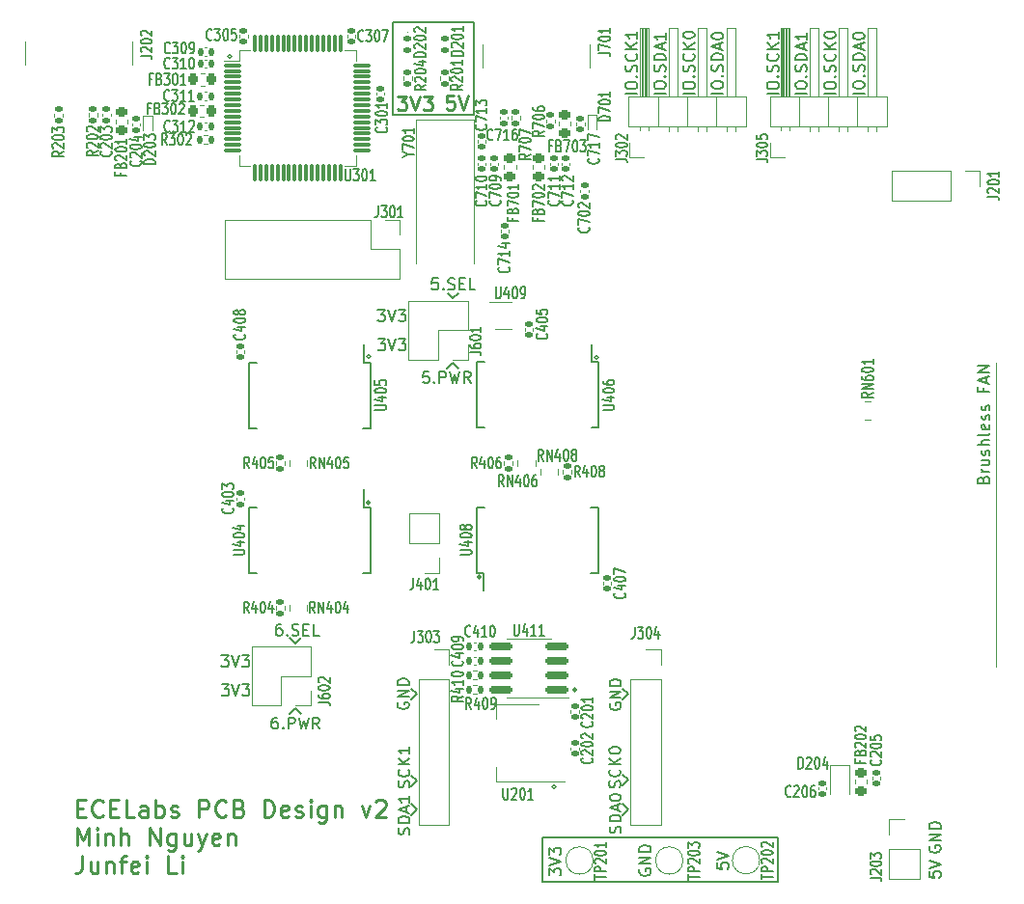
<source format=gto>
G04 #@! TF.GenerationSoftware,KiCad,Pcbnew,(6.0.7)*
G04 #@! TF.CreationDate,2023-08-04T00:04:24+07:00*
G04 #@! TF.ProjectId,ECELab_v1,4543454c-6162-45f7-9631-2e6b69636164,rev?*
G04 #@! TF.SameCoordinates,Original*
G04 #@! TF.FileFunction,Legend,Top*
G04 #@! TF.FilePolarity,Positive*
%FSLAX46Y46*%
G04 Gerber Fmt 4.6, Leading zero omitted, Abs format (unit mm)*
G04 Created by KiCad (PCBNEW (6.0.7)) date 2023-08-04 00:04:24*
%MOMM*%
%LPD*%
G01*
G04 APERTURE LIST*
G04 Aperture macros list*
%AMRoundRect*
0 Rectangle with rounded corners*
0 $1 Rounding radius*
0 $2 $3 $4 $5 $6 $7 $8 $9 X,Y pos of 4 corners*
0 Add a 4 corners polygon primitive as box body*
4,1,4,$2,$3,$4,$5,$6,$7,$8,$9,$2,$3,0*
0 Add four circle primitives for the rounded corners*
1,1,$1+$1,$2,$3*
1,1,$1+$1,$4,$5*
1,1,$1+$1,$6,$7*
1,1,$1+$1,$8,$9*
0 Add four rect primitives between the rounded corners*
20,1,$1+$1,$2,$3,$4,$5,0*
20,1,$1+$1,$4,$5,$6,$7,0*
20,1,$1+$1,$6,$7,$8,$9,0*
20,1,$1+$1,$8,$9,$2,$3,0*%
G04 Aperture macros list end*
%ADD10C,0.150000*%
%ADD11C,0.250000*%
%ADD12C,0.254000*%
%ADD13C,0.120000*%
%ADD14C,0.100000*%
%ADD15C,3.500000*%
%ADD16R,1.700000X1.700000*%
%ADD17O,1.700000X1.700000*%
%ADD18RoundRect,0.135000X0.135000X0.185000X-0.135000X0.185000X-0.135000X-0.185000X0.135000X-0.185000X0*%
%ADD19RoundRect,0.135000X-0.135000X-0.185000X0.135000X-0.185000X0.135000X0.185000X-0.135000X0.185000X0*%
%ADD20R,2.000000X4.500000*%
%ADD21R,0.400000X0.500000*%
%ADD22RoundRect,0.135000X0.185000X-0.135000X0.185000X0.135000X-0.185000X0.135000X-0.185000X-0.135000X0*%
%ADD23R,0.250000X0.360000*%
%ADD24C,2.000000*%
%ADD25R,0.650000X0.400000*%
%ADD26R,0.450000X1.750000*%
%ADD27RoundRect,0.218750X0.256250X-0.218750X0.256250X0.218750X-0.256250X0.218750X-0.256250X-0.218750X0*%
%ADD28RoundRect,0.218750X-0.218750X-0.256250X0.218750X-0.256250X0.218750X0.256250X-0.218750X0.256250X0*%
%ADD29RoundRect,0.140000X-0.170000X0.140000X-0.170000X-0.140000X0.170000X-0.140000X0.170000X0.140000X0*%
%ADD30RoundRect,0.218750X-0.256250X0.218750X-0.256250X-0.218750X0.256250X-0.218750X0.256250X0.218750X0*%
%ADD31RoundRect,0.140000X0.140000X0.170000X-0.140000X0.170000X-0.140000X-0.170000X0.140000X-0.170000X0*%
%ADD32C,0.650000*%
%ADD33R,0.600000X1.450000*%
%ADD34R,0.300000X1.450000*%
%ADD35O,1.000000X1.600000*%
%ADD36O,1.000000X2.100000*%
%ADD37R,0.500000X0.400000*%
%ADD38RoundRect,0.147500X-0.172500X0.147500X-0.172500X-0.147500X0.172500X-0.147500X0.172500X0.147500X0*%
%ADD39RoundRect,0.140000X0.170000X-0.140000X0.170000X0.140000X-0.170000X0.140000X-0.170000X-0.140000X0*%
%ADD40R,0.450000X0.600000*%
%ADD41C,5.000000*%
%ADD42RoundRect,0.150000X0.825000X0.150000X-0.825000X0.150000X-0.825000X-0.150000X0.825000X-0.150000X0*%
%ADD43R,2.000000X1.500000*%
%ADD44R,2.000000X3.800000*%
%ADD45RoundRect,0.135000X-0.185000X0.135000X-0.185000X-0.135000X0.185000X-0.135000X0.185000X0.135000X0*%
%ADD46RoundRect,0.075000X-0.700000X-0.075000X0.700000X-0.075000X0.700000X0.075000X-0.700000X0.075000X0*%
%ADD47RoundRect,0.075000X-0.075000X-0.700000X0.075000X-0.700000X0.075000X0.700000X-0.075000X0.700000X0*%
G04 APERTURE END LIST*
D10*
X216890600Y-143992600D02*
X237591600Y-143992600D01*
X237591600Y-143992600D02*
X237591600Y-140157200D01*
X237591600Y-140157200D02*
X216890600Y-140157200D01*
X216890600Y-140157200D02*
X216890600Y-143992600D01*
X205435200Y-137185400D02*
X205917800Y-137668000D01*
X195249800Y-128778000D02*
X195732400Y-129260600D01*
X201840001Y-97870000D02*
G75*
G03*
X201840001Y-97870000I-169706J0D01*
G01*
X205917800Y-137668000D02*
X205435200Y-138150600D01*
X211549706Y-117250000D02*
G75*
G03*
X211549706Y-117250000I-169706J0D01*
G01*
X221809706Y-97980000D02*
G75*
G03*
X221809706Y-97980000I-169706J0D01*
G01*
X205409800Y-127050800D02*
X205892400Y-127533400D01*
X209550000Y-92329000D02*
X209067400Y-92811600D01*
X195249800Y-123113800D02*
X194767200Y-122631200D01*
X201800001Y-110700000D02*
G75*
G03*
X201800001Y-110700000I-169706J0D01*
G01*
X224459800Y-127533400D02*
X223977200Y-128016000D01*
X218089706Y-135650000D02*
G75*
G03*
X218089706Y-135650000I-169706J0D01*
G01*
X205422500Y-134670800D02*
X205905100Y-135153400D01*
X189639706Y-71590000D02*
G75*
G03*
X189639706Y-71590000I-169706J0D01*
G01*
X195732400Y-122631200D02*
X195249800Y-123113800D01*
X223977200Y-134594600D02*
X224459800Y-135077200D01*
X219919706Y-127160000D02*
G75*
G03*
X219919706Y-127160000I-169706J0D01*
G01*
X224459800Y-135077200D02*
X223977200Y-135559800D01*
X194767200Y-129260600D02*
X195249800Y-128778000D01*
X209067400Y-92811600D02*
X208584800Y-92329000D01*
X224459800Y-137668000D02*
X223977200Y-138150600D01*
X205892400Y-127533400D02*
X205409800Y-128016000D01*
X208559400Y-98958400D02*
X209042000Y-98475800D01*
X223977200Y-127050800D02*
X224459800Y-127533400D01*
X205905100Y-135153400D02*
X205422500Y-135636000D01*
X209042000Y-98475800D02*
X209524600Y-98958400D01*
X223977200Y-137185400D02*
X224459800Y-137668000D01*
X203784200Y-76669900D02*
X210870800Y-76669900D01*
X210870800Y-76669900D02*
X210870800Y-68567300D01*
X210870800Y-68567300D02*
X203784200Y-68567300D01*
X203784200Y-68567300D02*
X203784200Y-76669900D01*
D11*
X204192380Y-75058276D02*
X204966190Y-75058276D01*
X204549523Y-75534466D01*
X204728095Y-75534466D01*
X204847142Y-75593990D01*
X204906666Y-75653514D01*
X204966190Y-75772561D01*
X204966190Y-76070180D01*
X204906666Y-76189228D01*
X204847142Y-76248752D01*
X204728095Y-76308276D01*
X204370952Y-76308276D01*
X204251904Y-76248752D01*
X204192380Y-76189228D01*
X205323333Y-75058276D02*
X205740000Y-76308276D01*
X206156666Y-75058276D01*
X206454285Y-75058276D02*
X207228095Y-75058276D01*
X206811428Y-75534466D01*
X206990000Y-75534466D01*
X207109047Y-75593990D01*
X207168571Y-75653514D01*
X207228095Y-75772561D01*
X207228095Y-76070180D01*
X207168571Y-76189228D01*
X207109047Y-76248752D01*
X206990000Y-76308276D01*
X206632857Y-76308276D01*
X206513809Y-76248752D01*
X206454285Y-76189228D01*
D10*
X232217980Y-142354276D02*
X232217980Y-142830466D01*
X232694171Y-142878085D01*
X232646552Y-142830466D01*
X232598933Y-142735228D01*
X232598933Y-142497133D01*
X232646552Y-142401895D01*
X232694171Y-142354276D01*
X232789409Y-142306657D01*
X233027504Y-142306657D01*
X233122742Y-142354276D01*
X233170361Y-142401895D01*
X233217980Y-142497133D01*
X233217980Y-142735228D01*
X233170361Y-142830466D01*
X233122742Y-142878085D01*
X232217980Y-142020942D02*
X233217980Y-141687609D01*
X232217980Y-141354276D01*
X223721561Y-135721504D02*
X223769180Y-135578647D01*
X223769180Y-135340552D01*
X223721561Y-135245314D01*
X223673942Y-135197695D01*
X223578704Y-135150076D01*
X223483466Y-135150076D01*
X223388228Y-135197695D01*
X223340609Y-135245314D01*
X223292990Y-135340552D01*
X223245371Y-135531028D01*
X223197752Y-135626266D01*
X223150133Y-135673885D01*
X223054895Y-135721504D01*
X222959657Y-135721504D01*
X222864419Y-135673885D01*
X222816800Y-135626266D01*
X222769180Y-135531028D01*
X222769180Y-135292933D01*
X222816800Y-135150076D01*
X223673942Y-134150076D02*
X223721561Y-134197695D01*
X223769180Y-134340552D01*
X223769180Y-134435790D01*
X223721561Y-134578647D01*
X223626323Y-134673885D01*
X223531085Y-134721504D01*
X223340609Y-134769123D01*
X223197752Y-134769123D01*
X223007276Y-134721504D01*
X222912038Y-134673885D01*
X222816800Y-134578647D01*
X222769180Y-134435790D01*
X222769180Y-134340552D01*
X222816800Y-134197695D01*
X222864419Y-134150076D01*
X223769180Y-133721504D02*
X222769180Y-133721504D01*
X223769180Y-133150076D02*
X223197752Y-133578647D01*
X222769180Y-133150076D02*
X223340609Y-133721504D01*
X222769180Y-132531028D02*
X222769180Y-132435790D01*
X222816800Y-132340552D01*
X222864419Y-132292933D01*
X222959657Y-132245314D01*
X223150133Y-132197695D01*
X223388228Y-132197695D01*
X223578704Y-132245314D01*
X223673942Y-132292933D01*
X223721561Y-132340552D01*
X223769180Y-132435790D01*
X223769180Y-132531028D01*
X223721561Y-132626266D01*
X223673942Y-132673885D01*
X223578704Y-132721504D01*
X223388228Y-132769123D01*
X223150133Y-132769123D01*
X222959657Y-132721504D01*
X222864419Y-132673885D01*
X222816800Y-132626266D01*
X222769180Y-132531028D01*
X227706180Y-74855057D02*
X226706180Y-74855057D01*
X226706180Y-74188390D02*
X226706180Y-73997914D01*
X226753800Y-73902676D01*
X226849038Y-73807438D01*
X227039514Y-73759819D01*
X227372847Y-73759819D01*
X227563323Y-73807438D01*
X227658561Y-73902676D01*
X227706180Y-73997914D01*
X227706180Y-74188390D01*
X227658561Y-74283628D01*
X227563323Y-74378866D01*
X227372847Y-74426485D01*
X227039514Y-74426485D01*
X226849038Y-74378866D01*
X226753800Y-74283628D01*
X226706180Y-74188390D01*
X227610942Y-73331247D02*
X227658561Y-73283628D01*
X227706180Y-73331247D01*
X227658561Y-73378866D01*
X227610942Y-73331247D01*
X227706180Y-73331247D01*
X227658561Y-72902676D02*
X227706180Y-72759819D01*
X227706180Y-72521723D01*
X227658561Y-72426485D01*
X227610942Y-72378866D01*
X227515704Y-72331247D01*
X227420466Y-72331247D01*
X227325228Y-72378866D01*
X227277609Y-72426485D01*
X227229990Y-72521723D01*
X227182371Y-72712200D01*
X227134752Y-72807438D01*
X227087133Y-72855057D01*
X226991895Y-72902676D01*
X226896657Y-72902676D01*
X226801419Y-72855057D01*
X226753800Y-72807438D01*
X226706180Y-72712200D01*
X226706180Y-72474104D01*
X226753800Y-72331247D01*
X227706180Y-71902676D02*
X226706180Y-71902676D01*
X226706180Y-71664580D01*
X226753800Y-71521723D01*
X226849038Y-71426485D01*
X226944276Y-71378866D01*
X227134752Y-71331247D01*
X227277609Y-71331247D01*
X227468085Y-71378866D01*
X227563323Y-71426485D01*
X227658561Y-71521723D01*
X227706180Y-71664580D01*
X227706180Y-71902676D01*
X227420466Y-70950295D02*
X227420466Y-70474104D01*
X227706180Y-71045533D02*
X226706180Y-70712200D01*
X227706180Y-70378866D01*
X227706180Y-69521723D02*
X227706180Y-70093152D01*
X227706180Y-69807438D02*
X226706180Y-69807438D01*
X226849038Y-69902676D01*
X226944276Y-69997914D01*
X226991895Y-70093152D01*
X205204961Y-135721504D02*
X205252580Y-135578647D01*
X205252580Y-135340552D01*
X205204961Y-135245314D01*
X205157342Y-135197695D01*
X205062104Y-135150076D01*
X204966866Y-135150076D01*
X204871628Y-135197695D01*
X204824009Y-135245314D01*
X204776390Y-135340552D01*
X204728771Y-135531028D01*
X204681152Y-135626266D01*
X204633533Y-135673885D01*
X204538295Y-135721504D01*
X204443057Y-135721504D01*
X204347819Y-135673885D01*
X204300200Y-135626266D01*
X204252580Y-135531028D01*
X204252580Y-135292933D01*
X204300200Y-135150076D01*
X205157342Y-134150076D02*
X205204961Y-134197695D01*
X205252580Y-134340552D01*
X205252580Y-134435790D01*
X205204961Y-134578647D01*
X205109723Y-134673885D01*
X205014485Y-134721504D01*
X204824009Y-134769123D01*
X204681152Y-134769123D01*
X204490676Y-134721504D01*
X204395438Y-134673885D01*
X204300200Y-134578647D01*
X204252580Y-134435790D01*
X204252580Y-134340552D01*
X204300200Y-134197695D01*
X204347819Y-134150076D01*
X205252580Y-133721504D02*
X204252580Y-133721504D01*
X205252580Y-133150076D02*
X204681152Y-133578647D01*
X204252580Y-133150076D02*
X204824009Y-133721504D01*
X205252580Y-132197695D02*
X205252580Y-132769123D01*
X205252580Y-132483409D02*
X204252580Y-132483409D01*
X204395438Y-132578647D01*
X204490676Y-132673885D01*
X204538295Y-132769123D01*
X193630752Y-129576580D02*
X193440276Y-129576580D01*
X193345038Y-129624200D01*
X193297419Y-129671819D01*
X193202180Y-129814676D01*
X193154561Y-130005152D01*
X193154561Y-130386104D01*
X193202180Y-130481342D01*
X193249800Y-130528961D01*
X193345038Y-130576580D01*
X193535514Y-130576580D01*
X193630752Y-130528961D01*
X193678371Y-130481342D01*
X193725990Y-130386104D01*
X193725990Y-130148009D01*
X193678371Y-130052771D01*
X193630752Y-130005152D01*
X193535514Y-129957533D01*
X193345038Y-129957533D01*
X193249800Y-130005152D01*
X193202180Y-130052771D01*
X193154561Y-130148009D01*
X194154561Y-130481342D02*
X194202180Y-130528961D01*
X194154561Y-130576580D01*
X194106942Y-130528961D01*
X194154561Y-130481342D01*
X194154561Y-130576580D01*
X194630752Y-130576580D02*
X194630752Y-129576580D01*
X195011704Y-129576580D01*
X195106942Y-129624200D01*
X195154561Y-129671819D01*
X195202180Y-129767057D01*
X195202180Y-129909914D01*
X195154561Y-130005152D01*
X195106942Y-130052771D01*
X195011704Y-130100390D01*
X194630752Y-130100390D01*
X195535514Y-129576580D02*
X195773609Y-130576580D01*
X195964085Y-129862295D01*
X196154561Y-130576580D01*
X196392657Y-129576580D01*
X197345038Y-130576580D02*
X197011704Y-130100390D01*
X196773609Y-130576580D02*
X196773609Y-129576580D01*
X197154561Y-129576580D01*
X197249800Y-129624200D01*
X197297419Y-129671819D01*
X197345038Y-129767057D01*
X197345038Y-129909914D01*
X197297419Y-130005152D01*
X197249800Y-130052771D01*
X197154561Y-130100390D01*
X196773609Y-130100390D01*
X223746961Y-139714076D02*
X223794580Y-139571219D01*
X223794580Y-139333123D01*
X223746961Y-139237885D01*
X223699342Y-139190266D01*
X223604104Y-139142647D01*
X223508866Y-139142647D01*
X223413628Y-139190266D01*
X223366009Y-139237885D01*
X223318390Y-139333123D01*
X223270771Y-139523600D01*
X223223152Y-139618838D01*
X223175533Y-139666457D01*
X223080295Y-139714076D01*
X222985057Y-139714076D01*
X222889819Y-139666457D01*
X222842200Y-139618838D01*
X222794580Y-139523600D01*
X222794580Y-139285504D01*
X222842200Y-139142647D01*
X223794580Y-138714076D02*
X222794580Y-138714076D01*
X222794580Y-138475980D01*
X222842200Y-138333123D01*
X222937438Y-138237885D01*
X223032676Y-138190266D01*
X223223152Y-138142647D01*
X223366009Y-138142647D01*
X223556485Y-138190266D01*
X223651723Y-138237885D01*
X223746961Y-138333123D01*
X223794580Y-138475980D01*
X223794580Y-138714076D01*
X223508866Y-137761695D02*
X223508866Y-137285504D01*
X223794580Y-137856933D02*
X222794580Y-137523600D01*
X223794580Y-137190266D01*
X222794580Y-136666457D02*
X222794580Y-136571219D01*
X222842200Y-136475980D01*
X222889819Y-136428361D01*
X222985057Y-136380742D01*
X223175533Y-136333123D01*
X223413628Y-136333123D01*
X223604104Y-136380742D01*
X223699342Y-136428361D01*
X223746961Y-136475980D01*
X223794580Y-136571219D01*
X223794580Y-136666457D01*
X223746961Y-136761695D01*
X223699342Y-136809314D01*
X223604104Y-136856933D01*
X223413628Y-136904552D01*
X223175533Y-136904552D01*
X222985057Y-136856933D01*
X222889819Y-136809314D01*
X222842200Y-136761695D01*
X222794580Y-136666457D01*
X205204961Y-139841076D02*
X205252580Y-139698219D01*
X205252580Y-139460123D01*
X205204961Y-139364885D01*
X205157342Y-139317266D01*
X205062104Y-139269647D01*
X204966866Y-139269647D01*
X204871628Y-139317266D01*
X204824009Y-139364885D01*
X204776390Y-139460123D01*
X204728771Y-139650600D01*
X204681152Y-139745838D01*
X204633533Y-139793457D01*
X204538295Y-139841076D01*
X204443057Y-139841076D01*
X204347819Y-139793457D01*
X204300200Y-139745838D01*
X204252580Y-139650600D01*
X204252580Y-139412504D01*
X204300200Y-139269647D01*
X205252580Y-138841076D02*
X204252580Y-138841076D01*
X204252580Y-138602980D01*
X204300200Y-138460123D01*
X204395438Y-138364885D01*
X204490676Y-138317266D01*
X204681152Y-138269647D01*
X204824009Y-138269647D01*
X205014485Y-138317266D01*
X205109723Y-138364885D01*
X205204961Y-138460123D01*
X205252580Y-138602980D01*
X205252580Y-138841076D01*
X204966866Y-137888695D02*
X204966866Y-137412504D01*
X205252580Y-137983933D02*
X204252580Y-137650600D01*
X205252580Y-137317266D01*
X205252580Y-136460123D02*
X205252580Y-137031552D01*
X205252580Y-136745838D02*
X204252580Y-136745838D01*
X204395438Y-136841076D01*
X204490676Y-136936314D01*
X204538295Y-137031552D01*
D12*
X176092757Y-137543902D02*
X176600757Y-137543902D01*
X176818471Y-138342188D02*
X176092757Y-138342188D01*
X176092757Y-136818188D01*
X176818471Y-136818188D01*
X178342471Y-138197045D02*
X178269900Y-138269617D01*
X178052185Y-138342188D01*
X177907042Y-138342188D01*
X177689328Y-138269617D01*
X177544185Y-138124474D01*
X177471614Y-137979331D01*
X177399042Y-137689045D01*
X177399042Y-137471331D01*
X177471614Y-137181045D01*
X177544185Y-137035902D01*
X177689328Y-136890760D01*
X177907042Y-136818188D01*
X178052185Y-136818188D01*
X178269900Y-136890760D01*
X178342471Y-136963331D01*
X178995614Y-137543902D02*
X179503614Y-137543902D01*
X179721328Y-138342188D02*
X178995614Y-138342188D01*
X178995614Y-136818188D01*
X179721328Y-136818188D01*
X181100185Y-138342188D02*
X180374471Y-138342188D01*
X180374471Y-136818188D01*
X182261328Y-138342188D02*
X182261328Y-137543902D01*
X182188757Y-137398760D01*
X182043614Y-137326188D01*
X181753328Y-137326188D01*
X181608185Y-137398760D01*
X182261328Y-138269617D02*
X182116185Y-138342188D01*
X181753328Y-138342188D01*
X181608185Y-138269617D01*
X181535614Y-138124474D01*
X181535614Y-137979331D01*
X181608185Y-137834188D01*
X181753328Y-137761617D01*
X182116185Y-137761617D01*
X182261328Y-137689045D01*
X182987042Y-138342188D02*
X182987042Y-136818188D01*
X182987042Y-137398760D02*
X183132185Y-137326188D01*
X183422471Y-137326188D01*
X183567614Y-137398760D01*
X183640185Y-137471331D01*
X183712757Y-137616474D01*
X183712757Y-138051902D01*
X183640185Y-138197045D01*
X183567614Y-138269617D01*
X183422471Y-138342188D01*
X183132185Y-138342188D01*
X182987042Y-138269617D01*
X184293328Y-138269617D02*
X184438471Y-138342188D01*
X184728757Y-138342188D01*
X184873900Y-138269617D01*
X184946471Y-138124474D01*
X184946471Y-138051902D01*
X184873900Y-137906760D01*
X184728757Y-137834188D01*
X184511042Y-137834188D01*
X184365900Y-137761617D01*
X184293328Y-137616474D01*
X184293328Y-137543902D01*
X184365900Y-137398760D01*
X184511042Y-137326188D01*
X184728757Y-137326188D01*
X184873900Y-137398760D01*
X186760757Y-138342188D02*
X186760757Y-136818188D01*
X187341328Y-136818188D01*
X187486471Y-136890760D01*
X187559042Y-136963331D01*
X187631614Y-137108474D01*
X187631614Y-137326188D01*
X187559042Y-137471331D01*
X187486471Y-137543902D01*
X187341328Y-137616474D01*
X186760757Y-137616474D01*
X189155614Y-138197045D02*
X189083042Y-138269617D01*
X188865328Y-138342188D01*
X188720185Y-138342188D01*
X188502471Y-138269617D01*
X188357328Y-138124474D01*
X188284757Y-137979331D01*
X188212185Y-137689045D01*
X188212185Y-137471331D01*
X188284757Y-137181045D01*
X188357328Y-137035902D01*
X188502471Y-136890760D01*
X188720185Y-136818188D01*
X188865328Y-136818188D01*
X189083042Y-136890760D01*
X189155614Y-136963331D01*
X190316757Y-137543902D02*
X190534471Y-137616474D01*
X190607042Y-137689045D01*
X190679614Y-137834188D01*
X190679614Y-138051902D01*
X190607042Y-138197045D01*
X190534471Y-138269617D01*
X190389328Y-138342188D01*
X189808757Y-138342188D01*
X189808757Y-136818188D01*
X190316757Y-136818188D01*
X190461900Y-136890760D01*
X190534471Y-136963331D01*
X190607042Y-137108474D01*
X190607042Y-137253617D01*
X190534471Y-137398760D01*
X190461900Y-137471331D01*
X190316757Y-137543902D01*
X189808757Y-137543902D01*
X192493900Y-138342188D02*
X192493900Y-136818188D01*
X192856757Y-136818188D01*
X193074471Y-136890760D01*
X193219614Y-137035902D01*
X193292185Y-137181045D01*
X193364757Y-137471331D01*
X193364757Y-137689045D01*
X193292185Y-137979331D01*
X193219614Y-138124474D01*
X193074471Y-138269617D01*
X192856757Y-138342188D01*
X192493900Y-138342188D01*
X194598471Y-138269617D02*
X194453328Y-138342188D01*
X194163042Y-138342188D01*
X194017900Y-138269617D01*
X193945328Y-138124474D01*
X193945328Y-137543902D01*
X194017900Y-137398760D01*
X194163042Y-137326188D01*
X194453328Y-137326188D01*
X194598471Y-137398760D01*
X194671042Y-137543902D01*
X194671042Y-137689045D01*
X193945328Y-137834188D01*
X195251614Y-138269617D02*
X195396757Y-138342188D01*
X195687042Y-138342188D01*
X195832185Y-138269617D01*
X195904757Y-138124474D01*
X195904757Y-138051902D01*
X195832185Y-137906760D01*
X195687042Y-137834188D01*
X195469328Y-137834188D01*
X195324185Y-137761617D01*
X195251614Y-137616474D01*
X195251614Y-137543902D01*
X195324185Y-137398760D01*
X195469328Y-137326188D01*
X195687042Y-137326188D01*
X195832185Y-137398760D01*
X196557900Y-138342188D02*
X196557900Y-137326188D01*
X196557900Y-136818188D02*
X196485328Y-136890760D01*
X196557900Y-136963331D01*
X196630471Y-136890760D01*
X196557900Y-136818188D01*
X196557900Y-136963331D01*
X197936757Y-137326188D02*
X197936757Y-138559902D01*
X197864185Y-138705045D01*
X197791614Y-138777617D01*
X197646471Y-138850188D01*
X197428757Y-138850188D01*
X197283614Y-138777617D01*
X197936757Y-138269617D02*
X197791614Y-138342188D01*
X197501328Y-138342188D01*
X197356185Y-138269617D01*
X197283614Y-138197045D01*
X197211042Y-138051902D01*
X197211042Y-137616474D01*
X197283614Y-137471331D01*
X197356185Y-137398760D01*
X197501328Y-137326188D01*
X197791614Y-137326188D01*
X197936757Y-137398760D01*
X198662471Y-137326188D02*
X198662471Y-138342188D01*
X198662471Y-137471331D02*
X198735042Y-137398760D01*
X198880185Y-137326188D01*
X199097900Y-137326188D01*
X199243042Y-137398760D01*
X199315614Y-137543902D01*
X199315614Y-138342188D01*
X201057328Y-137326188D02*
X201420185Y-138342188D01*
X201783042Y-137326188D01*
X202291042Y-136963331D02*
X202363614Y-136890760D01*
X202508757Y-136818188D01*
X202871614Y-136818188D01*
X203016757Y-136890760D01*
X203089328Y-136963331D01*
X203161900Y-137108474D01*
X203161900Y-137253617D01*
X203089328Y-137471331D01*
X202218471Y-138342188D01*
X203161900Y-138342188D01*
X176092757Y-140795828D02*
X176092757Y-139271828D01*
X176600757Y-140360400D01*
X177108757Y-139271828D01*
X177108757Y-140795828D01*
X177834471Y-140795828D02*
X177834471Y-139779828D01*
X177834471Y-139271828D02*
X177761900Y-139344400D01*
X177834471Y-139416971D01*
X177907042Y-139344400D01*
X177834471Y-139271828D01*
X177834471Y-139416971D01*
X178560185Y-139779828D02*
X178560185Y-140795828D01*
X178560185Y-139924971D02*
X178632757Y-139852400D01*
X178777900Y-139779828D01*
X178995614Y-139779828D01*
X179140757Y-139852400D01*
X179213328Y-139997542D01*
X179213328Y-140795828D01*
X179939042Y-140795828D02*
X179939042Y-139271828D01*
X180592185Y-140795828D02*
X180592185Y-139997542D01*
X180519614Y-139852400D01*
X180374471Y-139779828D01*
X180156757Y-139779828D01*
X180011614Y-139852400D01*
X179939042Y-139924971D01*
X182479042Y-140795828D02*
X182479042Y-139271828D01*
X183349900Y-140795828D01*
X183349900Y-139271828D01*
X184728757Y-139779828D02*
X184728757Y-141013542D01*
X184656185Y-141158685D01*
X184583614Y-141231257D01*
X184438471Y-141303828D01*
X184220757Y-141303828D01*
X184075614Y-141231257D01*
X184728757Y-140723257D02*
X184583614Y-140795828D01*
X184293328Y-140795828D01*
X184148185Y-140723257D01*
X184075614Y-140650685D01*
X184003042Y-140505542D01*
X184003042Y-140070114D01*
X184075614Y-139924971D01*
X184148185Y-139852400D01*
X184293328Y-139779828D01*
X184583614Y-139779828D01*
X184728757Y-139852400D01*
X186107614Y-139779828D02*
X186107614Y-140795828D01*
X185454471Y-139779828D02*
X185454471Y-140578114D01*
X185527042Y-140723257D01*
X185672185Y-140795828D01*
X185889900Y-140795828D01*
X186035042Y-140723257D01*
X186107614Y-140650685D01*
X186688185Y-139779828D02*
X187051042Y-140795828D01*
X187413900Y-139779828D02*
X187051042Y-140795828D01*
X186905900Y-141158685D01*
X186833328Y-141231257D01*
X186688185Y-141303828D01*
X188575042Y-140723257D02*
X188429900Y-140795828D01*
X188139614Y-140795828D01*
X187994471Y-140723257D01*
X187921900Y-140578114D01*
X187921900Y-139997542D01*
X187994471Y-139852400D01*
X188139614Y-139779828D01*
X188429900Y-139779828D01*
X188575042Y-139852400D01*
X188647614Y-139997542D01*
X188647614Y-140142685D01*
X187921900Y-140287828D01*
X189300757Y-139779828D02*
X189300757Y-140795828D01*
X189300757Y-139924971D02*
X189373328Y-139852400D01*
X189518471Y-139779828D01*
X189736185Y-139779828D01*
X189881328Y-139852400D01*
X189953900Y-139997542D01*
X189953900Y-140795828D01*
X176528185Y-141725468D02*
X176528185Y-142814040D01*
X176455614Y-143031754D01*
X176310471Y-143176897D01*
X176092757Y-143249468D01*
X175947614Y-143249468D01*
X177907042Y-142233468D02*
X177907042Y-143249468D01*
X177253900Y-142233468D02*
X177253900Y-143031754D01*
X177326471Y-143176897D01*
X177471614Y-143249468D01*
X177689328Y-143249468D01*
X177834471Y-143176897D01*
X177907042Y-143104325D01*
X178632757Y-142233468D02*
X178632757Y-143249468D01*
X178632757Y-142378611D02*
X178705328Y-142306040D01*
X178850471Y-142233468D01*
X179068185Y-142233468D01*
X179213328Y-142306040D01*
X179285900Y-142451182D01*
X179285900Y-143249468D01*
X179793900Y-142233468D02*
X180374471Y-142233468D01*
X180011614Y-143249468D02*
X180011614Y-141943182D01*
X180084185Y-141798040D01*
X180229328Y-141725468D01*
X180374471Y-141725468D01*
X181463042Y-143176897D02*
X181317900Y-143249468D01*
X181027614Y-143249468D01*
X180882471Y-143176897D01*
X180809900Y-143031754D01*
X180809900Y-142451182D01*
X180882471Y-142306040D01*
X181027614Y-142233468D01*
X181317900Y-142233468D01*
X181463042Y-142306040D01*
X181535614Y-142451182D01*
X181535614Y-142596325D01*
X180809900Y-142741468D01*
X182188757Y-143249468D02*
X182188757Y-142233468D01*
X182188757Y-141725468D02*
X182116185Y-141798040D01*
X182188757Y-141870611D01*
X182261328Y-141798040D01*
X182188757Y-141725468D01*
X182188757Y-141870611D01*
X184801328Y-143249468D02*
X184075614Y-143249468D01*
X184075614Y-141725468D01*
X185309328Y-143249468D02*
X185309328Y-142233468D01*
X185309328Y-141725468D02*
X185236757Y-141798040D01*
X185309328Y-141870611D01*
X185381900Y-141798040D01*
X185309328Y-141725468D01*
X185309328Y-141870611D01*
D10*
X225458400Y-142900304D02*
X225410780Y-142995542D01*
X225410780Y-143138400D01*
X225458400Y-143281257D01*
X225553638Y-143376495D01*
X225648876Y-143424114D01*
X225839352Y-143471733D01*
X225982209Y-143471733D01*
X226172685Y-143424114D01*
X226267923Y-143376495D01*
X226363161Y-143281257D01*
X226410780Y-143138400D01*
X226410780Y-143043161D01*
X226363161Y-142900304D01*
X226315542Y-142852685D01*
X225982209Y-142852685D01*
X225982209Y-143043161D01*
X226410780Y-142424114D02*
X225410780Y-142424114D01*
X226410780Y-141852685D01*
X225410780Y-141852685D01*
X226410780Y-141376495D02*
X225410780Y-141376495D01*
X225410780Y-141138400D01*
X225458400Y-140995542D01*
X225553638Y-140900304D01*
X225648876Y-140852685D01*
X225839352Y-140805066D01*
X225982209Y-140805066D01*
X226172685Y-140852685D01*
X226267923Y-140900304D01*
X226363161Y-140995542D01*
X226410780Y-141138400D01*
X226410780Y-141376495D01*
X242641380Y-74875685D02*
X241641380Y-74875685D01*
X241641380Y-74209019D02*
X241641380Y-74018542D01*
X241689000Y-73923304D01*
X241784238Y-73828066D01*
X241974714Y-73780447D01*
X242308047Y-73780447D01*
X242498523Y-73828066D01*
X242593761Y-73923304D01*
X242641380Y-74018542D01*
X242641380Y-74209019D01*
X242593761Y-74304257D01*
X242498523Y-74399495D01*
X242308047Y-74447114D01*
X241974714Y-74447114D01*
X241784238Y-74399495D01*
X241689000Y-74304257D01*
X241641380Y-74209019D01*
X242546142Y-73351876D02*
X242593761Y-73304257D01*
X242641380Y-73351876D01*
X242593761Y-73399495D01*
X242546142Y-73351876D01*
X242641380Y-73351876D01*
X242593761Y-72923304D02*
X242641380Y-72780447D01*
X242641380Y-72542352D01*
X242593761Y-72447114D01*
X242546142Y-72399495D01*
X242450904Y-72351876D01*
X242355666Y-72351876D01*
X242260428Y-72399495D01*
X242212809Y-72447114D01*
X242165190Y-72542352D01*
X242117571Y-72732828D01*
X242069952Y-72828066D01*
X242022333Y-72875685D01*
X241927095Y-72923304D01*
X241831857Y-72923304D01*
X241736619Y-72875685D01*
X241689000Y-72828066D01*
X241641380Y-72732828D01*
X241641380Y-72494733D01*
X241689000Y-72351876D01*
X242546142Y-71351876D02*
X242593761Y-71399495D01*
X242641380Y-71542352D01*
X242641380Y-71637590D01*
X242593761Y-71780447D01*
X242498523Y-71875685D01*
X242403285Y-71923304D01*
X242212809Y-71970923D01*
X242069952Y-71970923D01*
X241879476Y-71923304D01*
X241784238Y-71875685D01*
X241689000Y-71780447D01*
X241641380Y-71637590D01*
X241641380Y-71542352D01*
X241689000Y-71399495D01*
X241736619Y-71351876D01*
X242641380Y-70923304D02*
X241641380Y-70923304D01*
X242641380Y-70351876D02*
X242069952Y-70780447D01*
X241641380Y-70351876D02*
X242212809Y-70923304D01*
X241641380Y-69732828D02*
X241641380Y-69637590D01*
X241689000Y-69542352D01*
X241736619Y-69494733D01*
X241831857Y-69447114D01*
X242022333Y-69399495D01*
X242260428Y-69399495D01*
X242450904Y-69447114D01*
X242546142Y-69494733D01*
X242593761Y-69542352D01*
X242641380Y-69637590D01*
X242641380Y-69732828D01*
X242593761Y-69828066D01*
X242546142Y-69875685D01*
X242450904Y-69923304D01*
X242260428Y-69970923D01*
X242022333Y-69970923D01*
X241831857Y-69923304D01*
X241736619Y-69875685D01*
X241689000Y-69828066D01*
X241641380Y-69732828D01*
X206937171Y-99223580D02*
X206460980Y-99223580D01*
X206413361Y-99699771D01*
X206460980Y-99652152D01*
X206556219Y-99604533D01*
X206794314Y-99604533D01*
X206889552Y-99652152D01*
X206937171Y-99699771D01*
X206984790Y-99795009D01*
X206984790Y-100033104D01*
X206937171Y-100128342D01*
X206889552Y-100175961D01*
X206794314Y-100223580D01*
X206556219Y-100223580D01*
X206460980Y-100175961D01*
X206413361Y-100128342D01*
X207413361Y-100128342D02*
X207460980Y-100175961D01*
X207413361Y-100223580D01*
X207365742Y-100175961D01*
X207413361Y-100128342D01*
X207413361Y-100223580D01*
X207889552Y-100223580D02*
X207889552Y-99223580D01*
X208270504Y-99223580D01*
X208365742Y-99271200D01*
X208413361Y-99318819D01*
X208460980Y-99414057D01*
X208460980Y-99556914D01*
X208413361Y-99652152D01*
X208365742Y-99699771D01*
X208270504Y-99747390D01*
X207889552Y-99747390D01*
X208794314Y-99223580D02*
X209032409Y-100223580D01*
X209222885Y-99509295D01*
X209413361Y-100223580D01*
X209651457Y-99223580D01*
X210603838Y-100223580D02*
X210270504Y-99747390D01*
X210032409Y-100223580D02*
X210032409Y-99223580D01*
X210413361Y-99223580D01*
X210508600Y-99271200D01*
X210556219Y-99318819D01*
X210603838Y-99414057D01*
X210603838Y-99556914D01*
X210556219Y-99652152D01*
X210508600Y-99699771D01*
X210413361Y-99747390D01*
X210032409Y-99747390D01*
X204249400Y-128269904D02*
X204201780Y-128365142D01*
X204201780Y-128508000D01*
X204249400Y-128650857D01*
X204344638Y-128746095D01*
X204439876Y-128793714D01*
X204630352Y-128841333D01*
X204773209Y-128841333D01*
X204963685Y-128793714D01*
X205058923Y-128746095D01*
X205154161Y-128650857D01*
X205201780Y-128508000D01*
X205201780Y-128412761D01*
X205154161Y-128269904D01*
X205106542Y-128222285D01*
X204773209Y-128222285D01*
X204773209Y-128412761D01*
X205201780Y-127793714D02*
X204201780Y-127793714D01*
X205201780Y-127222285D01*
X204201780Y-127222285D01*
X205201780Y-126746095D02*
X204201780Y-126746095D01*
X204201780Y-126508000D01*
X204249400Y-126365142D01*
X204344638Y-126269904D01*
X204439876Y-126222285D01*
X204630352Y-126174666D01*
X204773209Y-126174666D01*
X204963685Y-126222285D01*
X205058923Y-126269904D01*
X205154161Y-126365142D01*
X205201780Y-126508000D01*
X205201780Y-126746095D01*
X225216980Y-74875685D02*
X224216980Y-74875685D01*
X224216980Y-74209019D02*
X224216980Y-74018542D01*
X224264600Y-73923304D01*
X224359838Y-73828066D01*
X224550314Y-73780447D01*
X224883647Y-73780447D01*
X225074123Y-73828066D01*
X225169361Y-73923304D01*
X225216980Y-74018542D01*
X225216980Y-74209019D01*
X225169361Y-74304257D01*
X225074123Y-74399495D01*
X224883647Y-74447114D01*
X224550314Y-74447114D01*
X224359838Y-74399495D01*
X224264600Y-74304257D01*
X224216980Y-74209019D01*
X225121742Y-73351876D02*
X225169361Y-73304257D01*
X225216980Y-73351876D01*
X225169361Y-73399495D01*
X225121742Y-73351876D01*
X225216980Y-73351876D01*
X225169361Y-72923304D02*
X225216980Y-72780447D01*
X225216980Y-72542352D01*
X225169361Y-72447114D01*
X225121742Y-72399495D01*
X225026504Y-72351876D01*
X224931266Y-72351876D01*
X224836028Y-72399495D01*
X224788409Y-72447114D01*
X224740790Y-72542352D01*
X224693171Y-72732828D01*
X224645552Y-72828066D01*
X224597933Y-72875685D01*
X224502695Y-72923304D01*
X224407457Y-72923304D01*
X224312219Y-72875685D01*
X224264600Y-72828066D01*
X224216980Y-72732828D01*
X224216980Y-72494733D01*
X224264600Y-72351876D01*
X225121742Y-71351876D02*
X225169361Y-71399495D01*
X225216980Y-71542352D01*
X225216980Y-71637590D01*
X225169361Y-71780447D01*
X225074123Y-71875685D01*
X224978885Y-71923304D01*
X224788409Y-71970923D01*
X224645552Y-71970923D01*
X224455076Y-71923304D01*
X224359838Y-71875685D01*
X224264600Y-71780447D01*
X224216980Y-71637590D01*
X224216980Y-71542352D01*
X224264600Y-71399495D01*
X224312219Y-71351876D01*
X225216980Y-70923304D02*
X224216980Y-70923304D01*
X225216980Y-70351876D02*
X224645552Y-70780447D01*
X224216980Y-70351876D02*
X224788409Y-70923304D01*
X225216980Y-69399495D02*
X225216980Y-69970923D01*
X225216980Y-69685209D02*
X224216980Y-69685209D01*
X224359838Y-69780447D01*
X224455076Y-69875685D01*
X224502695Y-69970923D01*
X250836180Y-143116276D02*
X250836180Y-143592466D01*
X251312371Y-143640085D01*
X251264752Y-143592466D01*
X251217133Y-143497228D01*
X251217133Y-143259133D01*
X251264752Y-143163895D01*
X251312371Y-143116276D01*
X251407609Y-143068657D01*
X251645704Y-143068657D01*
X251740942Y-143116276D01*
X251788561Y-143163895D01*
X251836180Y-143259133D01*
X251836180Y-143497228D01*
X251788561Y-143592466D01*
X251740942Y-143640085D01*
X250836180Y-142782942D02*
X251836180Y-142449609D01*
X250836180Y-142116276D01*
X237612180Y-74875685D02*
X236612180Y-74875685D01*
X236612180Y-74209019D02*
X236612180Y-74018542D01*
X236659800Y-73923304D01*
X236755038Y-73828066D01*
X236945514Y-73780447D01*
X237278847Y-73780447D01*
X237469323Y-73828066D01*
X237564561Y-73923304D01*
X237612180Y-74018542D01*
X237612180Y-74209019D01*
X237564561Y-74304257D01*
X237469323Y-74399495D01*
X237278847Y-74447114D01*
X236945514Y-74447114D01*
X236755038Y-74399495D01*
X236659800Y-74304257D01*
X236612180Y-74209019D01*
X237516942Y-73351876D02*
X237564561Y-73304257D01*
X237612180Y-73351876D01*
X237564561Y-73399495D01*
X237516942Y-73351876D01*
X237612180Y-73351876D01*
X237564561Y-72923304D02*
X237612180Y-72780447D01*
X237612180Y-72542352D01*
X237564561Y-72447114D01*
X237516942Y-72399495D01*
X237421704Y-72351876D01*
X237326466Y-72351876D01*
X237231228Y-72399495D01*
X237183609Y-72447114D01*
X237135990Y-72542352D01*
X237088371Y-72732828D01*
X237040752Y-72828066D01*
X236993133Y-72875685D01*
X236897895Y-72923304D01*
X236802657Y-72923304D01*
X236707419Y-72875685D01*
X236659800Y-72828066D01*
X236612180Y-72732828D01*
X236612180Y-72494733D01*
X236659800Y-72351876D01*
X237516942Y-71351876D02*
X237564561Y-71399495D01*
X237612180Y-71542352D01*
X237612180Y-71637590D01*
X237564561Y-71780447D01*
X237469323Y-71875685D01*
X237374085Y-71923304D01*
X237183609Y-71970923D01*
X237040752Y-71970923D01*
X236850276Y-71923304D01*
X236755038Y-71875685D01*
X236659800Y-71780447D01*
X236612180Y-71637590D01*
X236612180Y-71542352D01*
X236659800Y-71399495D01*
X236707419Y-71351876D01*
X237612180Y-70923304D02*
X236612180Y-70923304D01*
X237612180Y-70351876D02*
X237040752Y-70780447D01*
X236612180Y-70351876D02*
X237183609Y-70923304D01*
X237612180Y-69399495D02*
X237612180Y-69970923D01*
X237612180Y-69685209D02*
X236612180Y-69685209D01*
X236755038Y-69780447D01*
X236850276Y-69875685D01*
X236897895Y-69970923D01*
X232760780Y-74829657D02*
X231760780Y-74829657D01*
X231760780Y-74162990D02*
X231760780Y-73972514D01*
X231808400Y-73877276D01*
X231903638Y-73782038D01*
X232094114Y-73734419D01*
X232427447Y-73734419D01*
X232617923Y-73782038D01*
X232713161Y-73877276D01*
X232760780Y-73972514D01*
X232760780Y-74162990D01*
X232713161Y-74258228D01*
X232617923Y-74353466D01*
X232427447Y-74401085D01*
X232094114Y-74401085D01*
X231903638Y-74353466D01*
X231808400Y-74258228D01*
X231760780Y-74162990D01*
X232665542Y-73305847D02*
X232713161Y-73258228D01*
X232760780Y-73305847D01*
X232713161Y-73353466D01*
X232665542Y-73305847D01*
X232760780Y-73305847D01*
X232713161Y-72877276D02*
X232760780Y-72734419D01*
X232760780Y-72496323D01*
X232713161Y-72401085D01*
X232665542Y-72353466D01*
X232570304Y-72305847D01*
X232475066Y-72305847D01*
X232379828Y-72353466D01*
X232332209Y-72401085D01*
X232284590Y-72496323D01*
X232236971Y-72686800D01*
X232189352Y-72782038D01*
X232141733Y-72829657D01*
X232046495Y-72877276D01*
X231951257Y-72877276D01*
X231856019Y-72829657D01*
X231808400Y-72782038D01*
X231760780Y-72686800D01*
X231760780Y-72448704D01*
X231808400Y-72305847D01*
X232760780Y-71877276D02*
X231760780Y-71877276D01*
X231760780Y-71639180D01*
X231808400Y-71496323D01*
X231903638Y-71401085D01*
X231998876Y-71353466D01*
X232189352Y-71305847D01*
X232332209Y-71305847D01*
X232522685Y-71353466D01*
X232617923Y-71401085D01*
X232713161Y-71496323D01*
X232760780Y-71639180D01*
X232760780Y-71877276D01*
X232475066Y-70924895D02*
X232475066Y-70448704D01*
X232760780Y-71020133D02*
X231760780Y-70686800D01*
X232760780Y-70353466D01*
X231760780Y-69829657D02*
X231760780Y-69734419D01*
X231808400Y-69639180D01*
X231856019Y-69591561D01*
X231951257Y-69543942D01*
X232141733Y-69496323D01*
X232379828Y-69496323D01*
X232570304Y-69543942D01*
X232665542Y-69591561D01*
X232713161Y-69639180D01*
X232760780Y-69734419D01*
X232760780Y-69829657D01*
X232713161Y-69924895D01*
X232665542Y-69972514D01*
X232570304Y-70020133D01*
X232379828Y-70067752D01*
X232141733Y-70067752D01*
X231951257Y-70020133D01*
X231856019Y-69972514D01*
X231808400Y-69924895D01*
X231760780Y-69829657D01*
X230246180Y-74875685D02*
X229246180Y-74875685D01*
X229246180Y-74209019D02*
X229246180Y-74018542D01*
X229293800Y-73923304D01*
X229389038Y-73828066D01*
X229579514Y-73780447D01*
X229912847Y-73780447D01*
X230103323Y-73828066D01*
X230198561Y-73923304D01*
X230246180Y-74018542D01*
X230246180Y-74209019D01*
X230198561Y-74304257D01*
X230103323Y-74399495D01*
X229912847Y-74447114D01*
X229579514Y-74447114D01*
X229389038Y-74399495D01*
X229293800Y-74304257D01*
X229246180Y-74209019D01*
X230150942Y-73351876D02*
X230198561Y-73304257D01*
X230246180Y-73351876D01*
X230198561Y-73399495D01*
X230150942Y-73351876D01*
X230246180Y-73351876D01*
X230198561Y-72923304D02*
X230246180Y-72780447D01*
X230246180Y-72542352D01*
X230198561Y-72447114D01*
X230150942Y-72399495D01*
X230055704Y-72351876D01*
X229960466Y-72351876D01*
X229865228Y-72399495D01*
X229817609Y-72447114D01*
X229769990Y-72542352D01*
X229722371Y-72732828D01*
X229674752Y-72828066D01*
X229627133Y-72875685D01*
X229531895Y-72923304D01*
X229436657Y-72923304D01*
X229341419Y-72875685D01*
X229293800Y-72828066D01*
X229246180Y-72732828D01*
X229246180Y-72494733D01*
X229293800Y-72351876D01*
X230150942Y-71351876D02*
X230198561Y-71399495D01*
X230246180Y-71542352D01*
X230246180Y-71637590D01*
X230198561Y-71780447D01*
X230103323Y-71875685D01*
X230008085Y-71923304D01*
X229817609Y-71970923D01*
X229674752Y-71970923D01*
X229484276Y-71923304D01*
X229389038Y-71875685D01*
X229293800Y-71780447D01*
X229246180Y-71637590D01*
X229246180Y-71542352D01*
X229293800Y-71399495D01*
X229341419Y-71351876D01*
X230246180Y-70923304D02*
X229246180Y-70923304D01*
X230246180Y-70351876D02*
X229674752Y-70780447D01*
X229246180Y-70351876D02*
X229817609Y-70923304D01*
X229246180Y-69732828D02*
X229246180Y-69637590D01*
X229293800Y-69542352D01*
X229341419Y-69494733D01*
X229436657Y-69447114D01*
X229627133Y-69399495D01*
X229865228Y-69399495D01*
X230055704Y-69447114D01*
X230150942Y-69494733D01*
X230198561Y-69542352D01*
X230246180Y-69637590D01*
X230246180Y-69732828D01*
X230198561Y-69828066D01*
X230150942Y-69875685D01*
X230055704Y-69923304D01*
X229865228Y-69970923D01*
X229627133Y-69970923D01*
X229436657Y-69923304D01*
X229341419Y-69875685D01*
X229293800Y-69828066D01*
X229246180Y-69732828D01*
X217536780Y-143452695D02*
X217536780Y-142833647D01*
X217917733Y-143166980D01*
X217917733Y-143024123D01*
X217965352Y-142928885D01*
X218012971Y-142881266D01*
X218108209Y-142833647D01*
X218346304Y-142833647D01*
X218441542Y-142881266D01*
X218489161Y-142928885D01*
X218536780Y-143024123D01*
X218536780Y-143309838D01*
X218489161Y-143405076D01*
X218441542Y-143452695D01*
X217536780Y-142547933D02*
X218536780Y-142214600D01*
X217536780Y-141881266D01*
X217536780Y-141643171D02*
X217536780Y-141024123D01*
X217917733Y-141357457D01*
X217917733Y-141214600D01*
X217965352Y-141119361D01*
X218012971Y-141071742D01*
X218108209Y-141024123D01*
X218346304Y-141024123D01*
X218441542Y-141071742D01*
X218489161Y-141119361D01*
X218536780Y-141214600D01*
X218536780Y-141500314D01*
X218489161Y-141595552D01*
X218441542Y-141643171D01*
X222842200Y-128346104D02*
X222794580Y-128441342D01*
X222794580Y-128584200D01*
X222842200Y-128727057D01*
X222937438Y-128822295D01*
X223032676Y-128869914D01*
X223223152Y-128917533D01*
X223366009Y-128917533D01*
X223556485Y-128869914D01*
X223651723Y-128822295D01*
X223746961Y-128727057D01*
X223794580Y-128584200D01*
X223794580Y-128488961D01*
X223746961Y-128346104D01*
X223699342Y-128298485D01*
X223366009Y-128298485D01*
X223366009Y-128488961D01*
X223794580Y-127869914D02*
X222794580Y-127869914D01*
X223794580Y-127298485D01*
X222794580Y-127298485D01*
X223794580Y-126822295D02*
X222794580Y-126822295D01*
X222794580Y-126584200D01*
X222842200Y-126441342D01*
X222937438Y-126346104D01*
X223032676Y-126298485D01*
X223223152Y-126250866D01*
X223366009Y-126250866D01*
X223556485Y-126298485D01*
X223651723Y-126346104D01*
X223746961Y-126441342D01*
X223794580Y-126584200D01*
X223794580Y-126822295D01*
X240101380Y-74855057D02*
X239101380Y-74855057D01*
X239101380Y-74188390D02*
X239101380Y-73997914D01*
X239149000Y-73902676D01*
X239244238Y-73807438D01*
X239434714Y-73759819D01*
X239768047Y-73759819D01*
X239958523Y-73807438D01*
X240053761Y-73902676D01*
X240101380Y-73997914D01*
X240101380Y-74188390D01*
X240053761Y-74283628D01*
X239958523Y-74378866D01*
X239768047Y-74426485D01*
X239434714Y-74426485D01*
X239244238Y-74378866D01*
X239149000Y-74283628D01*
X239101380Y-74188390D01*
X240006142Y-73331247D02*
X240053761Y-73283628D01*
X240101380Y-73331247D01*
X240053761Y-73378866D01*
X240006142Y-73331247D01*
X240101380Y-73331247D01*
X240053761Y-72902676D02*
X240101380Y-72759819D01*
X240101380Y-72521723D01*
X240053761Y-72426485D01*
X240006142Y-72378866D01*
X239910904Y-72331247D01*
X239815666Y-72331247D01*
X239720428Y-72378866D01*
X239672809Y-72426485D01*
X239625190Y-72521723D01*
X239577571Y-72712200D01*
X239529952Y-72807438D01*
X239482333Y-72855057D01*
X239387095Y-72902676D01*
X239291857Y-72902676D01*
X239196619Y-72855057D01*
X239149000Y-72807438D01*
X239101380Y-72712200D01*
X239101380Y-72474104D01*
X239149000Y-72331247D01*
X240101380Y-71902676D02*
X239101380Y-71902676D01*
X239101380Y-71664580D01*
X239149000Y-71521723D01*
X239244238Y-71426485D01*
X239339476Y-71378866D01*
X239529952Y-71331247D01*
X239672809Y-71331247D01*
X239863285Y-71378866D01*
X239958523Y-71426485D01*
X240053761Y-71521723D01*
X240101380Y-71664580D01*
X240101380Y-71902676D01*
X239815666Y-70950295D02*
X239815666Y-70474104D01*
X240101380Y-71045533D02*
X239101380Y-70712200D01*
X240101380Y-70378866D01*
X240101380Y-69521723D02*
X240101380Y-70093152D01*
X240101380Y-69807438D02*
X239101380Y-69807438D01*
X239244238Y-69902676D01*
X239339476Y-69997914D01*
X239387095Y-70093152D01*
X207734066Y-91044780D02*
X207257876Y-91044780D01*
X207210257Y-91520971D01*
X207257876Y-91473352D01*
X207353114Y-91425733D01*
X207591209Y-91425733D01*
X207686447Y-91473352D01*
X207734066Y-91520971D01*
X207781685Y-91616209D01*
X207781685Y-91854304D01*
X207734066Y-91949542D01*
X207686447Y-91997161D01*
X207591209Y-92044780D01*
X207353114Y-92044780D01*
X207257876Y-91997161D01*
X207210257Y-91949542D01*
X208210257Y-91949542D02*
X208257876Y-91997161D01*
X208210257Y-92044780D01*
X208162638Y-91997161D01*
X208210257Y-91949542D01*
X208210257Y-92044780D01*
X208638828Y-91997161D02*
X208781685Y-92044780D01*
X209019780Y-92044780D01*
X209115019Y-91997161D01*
X209162638Y-91949542D01*
X209210257Y-91854304D01*
X209210257Y-91759066D01*
X209162638Y-91663828D01*
X209115019Y-91616209D01*
X209019780Y-91568590D01*
X208829304Y-91520971D01*
X208734066Y-91473352D01*
X208686447Y-91425733D01*
X208638828Y-91330495D01*
X208638828Y-91235257D01*
X208686447Y-91140019D01*
X208734066Y-91092400D01*
X208829304Y-91044780D01*
X209067400Y-91044780D01*
X209210257Y-91092400D01*
X209638828Y-91520971D02*
X209972161Y-91520971D01*
X210115019Y-92044780D02*
X209638828Y-92044780D01*
X209638828Y-91044780D01*
X210115019Y-91044780D01*
X211019780Y-92044780D02*
X210543590Y-92044780D01*
X210543590Y-91044780D01*
X250883800Y-140868304D02*
X250836180Y-140963542D01*
X250836180Y-141106400D01*
X250883800Y-141249257D01*
X250979038Y-141344495D01*
X251074276Y-141392114D01*
X251264752Y-141439733D01*
X251407609Y-141439733D01*
X251598085Y-141392114D01*
X251693323Y-141344495D01*
X251788561Y-141249257D01*
X251836180Y-141106400D01*
X251836180Y-141011161D01*
X251788561Y-140868304D01*
X251740942Y-140820685D01*
X251407609Y-140820685D01*
X251407609Y-141011161D01*
X251836180Y-140392114D02*
X250836180Y-140392114D01*
X251836180Y-139820685D01*
X250836180Y-139820685D01*
X251836180Y-139344495D02*
X250836180Y-139344495D01*
X250836180Y-139106400D01*
X250883800Y-138963542D01*
X250979038Y-138868304D01*
X251074276Y-138820685D01*
X251264752Y-138773066D01*
X251407609Y-138773066D01*
X251598085Y-138820685D01*
X251693323Y-138868304D01*
X251788561Y-138963542D01*
X251836180Y-139106400D01*
X251836180Y-139344495D01*
D11*
X209159504Y-75007476D02*
X208564266Y-75007476D01*
X208504742Y-75602714D01*
X208564266Y-75543190D01*
X208683314Y-75483666D01*
X208980933Y-75483666D01*
X209099980Y-75543190D01*
X209159504Y-75602714D01*
X209219028Y-75721761D01*
X209219028Y-76019380D01*
X209159504Y-76138428D01*
X209099980Y-76197952D01*
X208980933Y-76257476D01*
X208683314Y-76257476D01*
X208564266Y-76197952D01*
X208504742Y-76138428D01*
X209576171Y-75007476D02*
X209992838Y-76257476D01*
X210409504Y-75007476D01*
D10*
X188779304Y-126680980D02*
X189398352Y-126680980D01*
X189065019Y-127061933D01*
X189207876Y-127061933D01*
X189303114Y-127109552D01*
X189350733Y-127157171D01*
X189398352Y-127252409D01*
X189398352Y-127490504D01*
X189350733Y-127585742D01*
X189303114Y-127633361D01*
X189207876Y-127680980D01*
X188922161Y-127680980D01*
X188826923Y-127633361D01*
X188779304Y-127585742D01*
X189684066Y-126680980D02*
X190017400Y-127680980D01*
X190350733Y-126680980D01*
X190588828Y-126680980D02*
X191207876Y-126680980D01*
X190874542Y-127061933D01*
X191017400Y-127061933D01*
X191112638Y-127109552D01*
X191160257Y-127157171D01*
X191207876Y-127252409D01*
X191207876Y-127490504D01*
X191160257Y-127585742D01*
X191112638Y-127633361D01*
X191017400Y-127680980D01*
X190731685Y-127680980D01*
X190636447Y-127633361D01*
X190588828Y-127585742D01*
X188753904Y-124140980D02*
X189372952Y-124140980D01*
X189039619Y-124521933D01*
X189182476Y-124521933D01*
X189277714Y-124569552D01*
X189325333Y-124617171D01*
X189372952Y-124712409D01*
X189372952Y-124950504D01*
X189325333Y-125045742D01*
X189277714Y-125093361D01*
X189182476Y-125140980D01*
X188896761Y-125140980D01*
X188801523Y-125093361D01*
X188753904Y-125045742D01*
X189658666Y-124140980D02*
X189992000Y-125140980D01*
X190325333Y-124140980D01*
X190563428Y-124140980D02*
X191182476Y-124140980D01*
X190849142Y-124521933D01*
X190992000Y-124521933D01*
X191087238Y-124569552D01*
X191134857Y-124617171D01*
X191182476Y-124712409D01*
X191182476Y-124950504D01*
X191134857Y-125045742D01*
X191087238Y-125093361D01*
X190992000Y-125140980D01*
X190706285Y-125140980D01*
X190611047Y-125093361D01*
X190563428Y-125045742D01*
X245155980Y-74829657D02*
X244155980Y-74829657D01*
X244155980Y-74162990D02*
X244155980Y-73972514D01*
X244203600Y-73877276D01*
X244298838Y-73782038D01*
X244489314Y-73734419D01*
X244822647Y-73734419D01*
X245013123Y-73782038D01*
X245108361Y-73877276D01*
X245155980Y-73972514D01*
X245155980Y-74162990D01*
X245108361Y-74258228D01*
X245013123Y-74353466D01*
X244822647Y-74401085D01*
X244489314Y-74401085D01*
X244298838Y-74353466D01*
X244203600Y-74258228D01*
X244155980Y-74162990D01*
X245060742Y-73305847D02*
X245108361Y-73258228D01*
X245155980Y-73305847D01*
X245108361Y-73353466D01*
X245060742Y-73305847D01*
X245155980Y-73305847D01*
X245108361Y-72877276D02*
X245155980Y-72734419D01*
X245155980Y-72496323D01*
X245108361Y-72401085D01*
X245060742Y-72353466D01*
X244965504Y-72305847D01*
X244870266Y-72305847D01*
X244775028Y-72353466D01*
X244727409Y-72401085D01*
X244679790Y-72496323D01*
X244632171Y-72686800D01*
X244584552Y-72782038D01*
X244536933Y-72829657D01*
X244441695Y-72877276D01*
X244346457Y-72877276D01*
X244251219Y-72829657D01*
X244203600Y-72782038D01*
X244155980Y-72686800D01*
X244155980Y-72448704D01*
X244203600Y-72305847D01*
X245155980Y-71877276D02*
X244155980Y-71877276D01*
X244155980Y-71639180D01*
X244203600Y-71496323D01*
X244298838Y-71401085D01*
X244394076Y-71353466D01*
X244584552Y-71305847D01*
X244727409Y-71305847D01*
X244917885Y-71353466D01*
X245013123Y-71401085D01*
X245108361Y-71496323D01*
X245155980Y-71639180D01*
X245155980Y-71877276D01*
X244870266Y-70924895D02*
X244870266Y-70448704D01*
X245155980Y-71020133D02*
X244155980Y-70686800D01*
X245155980Y-70353466D01*
X244155980Y-69829657D02*
X244155980Y-69734419D01*
X244203600Y-69639180D01*
X244251219Y-69591561D01*
X244346457Y-69543942D01*
X244536933Y-69496323D01*
X244775028Y-69496323D01*
X244965504Y-69543942D01*
X245060742Y-69591561D01*
X245108361Y-69639180D01*
X245155980Y-69734419D01*
X245155980Y-69829657D01*
X245108361Y-69924895D01*
X245060742Y-69972514D01*
X244965504Y-70020133D01*
X244775028Y-70067752D01*
X244536933Y-70067752D01*
X244346457Y-70020133D01*
X244251219Y-69972514D01*
X244203600Y-69924895D01*
X244155980Y-69829657D01*
X202469904Y-93813380D02*
X203088952Y-93813380D01*
X202755619Y-94194333D01*
X202898476Y-94194333D01*
X202993714Y-94241952D01*
X203041333Y-94289571D01*
X203088952Y-94384809D01*
X203088952Y-94622904D01*
X203041333Y-94718142D01*
X202993714Y-94765761D01*
X202898476Y-94813380D01*
X202612761Y-94813380D01*
X202517523Y-94765761D01*
X202469904Y-94718142D01*
X203374666Y-93813380D02*
X203708000Y-94813380D01*
X204041333Y-93813380D01*
X204279428Y-93813380D02*
X204898476Y-93813380D01*
X204565142Y-94194333D01*
X204708000Y-94194333D01*
X204803238Y-94241952D01*
X204850857Y-94289571D01*
X204898476Y-94384809D01*
X204898476Y-94622904D01*
X204850857Y-94718142D01*
X204803238Y-94765761D01*
X204708000Y-94813380D01*
X204422285Y-94813380D01*
X204327047Y-94765761D01*
X204279428Y-94718142D01*
X202495304Y-96378780D02*
X203114352Y-96378780D01*
X202781019Y-96759733D01*
X202923876Y-96759733D01*
X203019114Y-96807352D01*
X203066733Y-96854971D01*
X203114352Y-96950209D01*
X203114352Y-97188304D01*
X203066733Y-97283542D01*
X203019114Y-97331161D01*
X202923876Y-97378780D01*
X202638161Y-97378780D01*
X202542923Y-97331161D01*
X202495304Y-97283542D01*
X203400066Y-96378780D02*
X203733400Y-97378780D01*
X204066733Y-96378780D01*
X204304828Y-96378780D02*
X204923876Y-96378780D01*
X204590542Y-96759733D01*
X204733400Y-96759733D01*
X204828638Y-96807352D01*
X204876257Y-96854971D01*
X204923876Y-96950209D01*
X204923876Y-97188304D01*
X204876257Y-97283542D01*
X204828638Y-97331161D01*
X204733400Y-97378780D01*
X204447685Y-97378780D01*
X204352447Y-97331161D01*
X204304828Y-97283542D01*
X193995847Y-121397780D02*
X193805371Y-121397780D01*
X193710133Y-121445400D01*
X193662514Y-121493019D01*
X193567276Y-121635876D01*
X193519657Y-121826352D01*
X193519657Y-122207304D01*
X193567276Y-122302542D01*
X193614895Y-122350161D01*
X193710133Y-122397780D01*
X193900609Y-122397780D01*
X193995847Y-122350161D01*
X194043466Y-122302542D01*
X194091085Y-122207304D01*
X194091085Y-121969209D01*
X194043466Y-121873971D01*
X193995847Y-121826352D01*
X193900609Y-121778733D01*
X193710133Y-121778733D01*
X193614895Y-121826352D01*
X193567276Y-121873971D01*
X193519657Y-121969209D01*
X194519657Y-122302542D02*
X194567276Y-122350161D01*
X194519657Y-122397780D01*
X194472038Y-122350161D01*
X194519657Y-122302542D01*
X194519657Y-122397780D01*
X194948228Y-122350161D02*
X195091085Y-122397780D01*
X195329180Y-122397780D01*
X195424419Y-122350161D01*
X195472038Y-122302542D01*
X195519657Y-122207304D01*
X195519657Y-122112066D01*
X195472038Y-122016828D01*
X195424419Y-121969209D01*
X195329180Y-121921590D01*
X195138704Y-121873971D01*
X195043466Y-121826352D01*
X194995847Y-121778733D01*
X194948228Y-121683495D01*
X194948228Y-121588257D01*
X194995847Y-121493019D01*
X195043466Y-121445400D01*
X195138704Y-121397780D01*
X195376800Y-121397780D01*
X195519657Y-121445400D01*
X195948228Y-121873971D02*
X196281561Y-121873971D01*
X196424419Y-122397780D02*
X195948228Y-122397780D01*
X195948228Y-121397780D01*
X196424419Y-121397780D01*
X197329180Y-122397780D02*
X196852990Y-122397780D01*
X196852990Y-121397780D01*
X205588514Y-117357380D02*
X205588514Y-118071666D01*
X205552800Y-118214523D01*
X205481371Y-118309761D01*
X205374228Y-118357380D01*
X205302800Y-118357380D01*
X206267085Y-117690714D02*
X206267085Y-118357380D01*
X206088514Y-117309761D02*
X205909942Y-118024047D01*
X206374228Y-118024047D01*
X206802800Y-117357380D02*
X206874228Y-117357380D01*
X206945657Y-117405000D01*
X206981371Y-117452619D01*
X207017085Y-117547857D01*
X207052800Y-117738333D01*
X207052800Y-117976428D01*
X207017085Y-118166904D01*
X206981371Y-118262142D01*
X206945657Y-118309761D01*
X206874228Y-118357380D01*
X206802800Y-118357380D01*
X206731371Y-118309761D01*
X206695657Y-118262142D01*
X206659942Y-118166904D01*
X206624228Y-117976428D01*
X206624228Y-117738333D01*
X206659942Y-117547857D01*
X206695657Y-117452619D01*
X206731371Y-117405000D01*
X206802800Y-117357380D01*
X207767085Y-118357380D02*
X207338514Y-118357380D01*
X207552800Y-118357380D02*
X207552800Y-117357380D01*
X207481371Y-117500238D01*
X207409942Y-117595476D01*
X207338514Y-117643095D01*
X210666514Y-128849380D02*
X210416514Y-128373190D01*
X210237942Y-128849380D02*
X210237942Y-127849380D01*
X210523657Y-127849380D01*
X210595085Y-127897000D01*
X210630800Y-127944619D01*
X210666514Y-128039857D01*
X210666514Y-128182714D01*
X210630800Y-128277952D01*
X210595085Y-128325571D01*
X210523657Y-128373190D01*
X210237942Y-128373190D01*
X211309371Y-128182714D02*
X211309371Y-128849380D01*
X211130800Y-127801761D02*
X210952228Y-128516047D01*
X211416514Y-128516047D01*
X211845085Y-127849380D02*
X211916514Y-127849380D01*
X211987942Y-127897000D01*
X212023657Y-127944619D01*
X212059371Y-128039857D01*
X212095085Y-128230333D01*
X212095085Y-128468428D01*
X212059371Y-128658904D01*
X212023657Y-128754142D01*
X211987942Y-128801761D01*
X211916514Y-128849380D01*
X211845085Y-128849380D01*
X211773657Y-128801761D01*
X211737942Y-128754142D01*
X211702228Y-128658904D01*
X211666514Y-128468428D01*
X211666514Y-128230333D01*
X211702228Y-128039857D01*
X211737942Y-127944619D01*
X211773657Y-127897000D01*
X211845085Y-127849380D01*
X212452228Y-128849380D02*
X212595085Y-128849380D01*
X212666514Y-128801761D01*
X212702228Y-128754142D01*
X212773657Y-128611285D01*
X212809371Y-128420809D01*
X212809371Y-128039857D01*
X212773657Y-127944619D01*
X212737942Y-127897000D01*
X212666514Y-127849380D01*
X212523657Y-127849380D01*
X212452228Y-127897000D01*
X212416514Y-127944619D01*
X212380800Y-128039857D01*
X212380800Y-128277952D01*
X212416514Y-128373190D01*
X212452228Y-128420809D01*
X212523657Y-128468428D01*
X212666514Y-128468428D01*
X212737942Y-128420809D01*
X212773657Y-128373190D01*
X212809371Y-128277952D01*
X209926180Y-127712285D02*
X209449990Y-127962285D01*
X209926180Y-128140857D02*
X208926180Y-128140857D01*
X208926180Y-127855142D01*
X208973800Y-127783714D01*
X209021419Y-127748000D01*
X209116657Y-127712285D01*
X209259514Y-127712285D01*
X209354752Y-127748000D01*
X209402371Y-127783714D01*
X209449990Y-127855142D01*
X209449990Y-128140857D01*
X209259514Y-127069428D02*
X209926180Y-127069428D01*
X208878561Y-127248000D02*
X209592847Y-127426571D01*
X209592847Y-126962285D01*
X209926180Y-126283714D02*
X209926180Y-126712285D01*
X209926180Y-126498000D02*
X208926180Y-126498000D01*
X209069038Y-126569428D01*
X209164276Y-126640857D01*
X209211895Y-126712285D01*
X208926180Y-125819428D02*
X208926180Y-125748000D01*
X208973800Y-125676571D01*
X209021419Y-125640857D01*
X209116657Y-125605142D01*
X209307133Y-125569428D01*
X209545228Y-125569428D01*
X209735704Y-125605142D01*
X209830942Y-125640857D01*
X209878561Y-125676571D01*
X209926180Y-125748000D01*
X209926180Y-125819428D01*
X209878561Y-125890857D01*
X209830942Y-125926571D01*
X209735704Y-125962285D01*
X209545228Y-125998000D01*
X209307133Y-125998000D01*
X209116657Y-125962285D01*
X209021419Y-125926571D01*
X208973800Y-125890857D01*
X208926180Y-125819428D01*
X205157390Y-80192428D02*
X205633580Y-80192428D01*
X204633580Y-80442428D02*
X205157390Y-80192428D01*
X204633580Y-79942428D01*
X204633580Y-79763857D02*
X204633580Y-79263857D01*
X205633580Y-79585285D01*
X204633580Y-78835285D02*
X204633580Y-78763857D01*
X204681200Y-78692428D01*
X204728819Y-78656714D01*
X204824057Y-78621000D01*
X205014533Y-78585285D01*
X205252628Y-78585285D01*
X205443104Y-78621000D01*
X205538342Y-78656714D01*
X205585961Y-78692428D01*
X205633580Y-78763857D01*
X205633580Y-78835285D01*
X205585961Y-78906714D01*
X205538342Y-78942428D01*
X205443104Y-78978142D01*
X205252628Y-79013857D01*
X205014533Y-79013857D01*
X204824057Y-78978142D01*
X204728819Y-78942428D01*
X204681200Y-78906714D01*
X204633580Y-78835285D01*
X205633580Y-77871000D02*
X205633580Y-78299571D01*
X205633580Y-78085285D02*
X204633580Y-78085285D01*
X204776438Y-78156714D01*
X204871676Y-78228142D01*
X204919295Y-78299571D01*
X216979257Y-107056180D02*
X216729257Y-106579990D01*
X216550685Y-107056180D02*
X216550685Y-106056180D01*
X216836400Y-106056180D01*
X216907828Y-106103800D01*
X216943542Y-106151419D01*
X216979257Y-106246657D01*
X216979257Y-106389514D01*
X216943542Y-106484752D01*
X216907828Y-106532371D01*
X216836400Y-106579990D01*
X216550685Y-106579990D01*
X217300685Y-107056180D02*
X217300685Y-106056180D01*
X217729257Y-107056180D01*
X217729257Y-106056180D01*
X218407828Y-106389514D02*
X218407828Y-107056180D01*
X218229257Y-106008561D02*
X218050685Y-106722847D01*
X218514971Y-106722847D01*
X218943542Y-106056180D02*
X219014971Y-106056180D01*
X219086400Y-106103800D01*
X219122114Y-106151419D01*
X219157828Y-106246657D01*
X219193542Y-106437133D01*
X219193542Y-106675228D01*
X219157828Y-106865704D01*
X219122114Y-106960942D01*
X219086400Y-107008561D01*
X219014971Y-107056180D01*
X218943542Y-107056180D01*
X218872114Y-107008561D01*
X218836400Y-106960942D01*
X218800685Y-106865704D01*
X218764971Y-106675228D01*
X218764971Y-106437133D01*
X218800685Y-106246657D01*
X218836400Y-106151419D01*
X218872114Y-106103800D01*
X218943542Y-106056180D01*
X219622114Y-106484752D02*
X219550685Y-106437133D01*
X219514971Y-106389514D01*
X219479257Y-106294276D01*
X219479257Y-106246657D01*
X219514971Y-106151419D01*
X219550685Y-106103800D01*
X219622114Y-106056180D01*
X219764971Y-106056180D01*
X219836400Y-106103800D01*
X219872114Y-106151419D01*
X219907828Y-106246657D01*
X219907828Y-106294276D01*
X219872114Y-106389514D01*
X219836400Y-106437133D01*
X219764971Y-106484752D01*
X219622114Y-106484752D01*
X219550685Y-106532371D01*
X219514971Y-106579990D01*
X219479257Y-106675228D01*
X219479257Y-106865704D01*
X219514971Y-106960942D01*
X219550685Y-107008561D01*
X219622114Y-107056180D01*
X219764971Y-107056180D01*
X219836400Y-107008561D01*
X219872114Y-106960942D01*
X219907828Y-106865704D01*
X219907828Y-106675228D01*
X219872114Y-106579990D01*
X219836400Y-106532371D01*
X219764971Y-106484752D01*
X255966980Y-83869885D02*
X256681266Y-83869885D01*
X256824123Y-83905600D01*
X256919361Y-83977028D01*
X256966980Y-84084171D01*
X256966980Y-84155600D01*
X256062219Y-83548457D02*
X256014600Y-83512742D01*
X255966980Y-83441314D01*
X255966980Y-83262742D01*
X256014600Y-83191314D01*
X256062219Y-83155600D01*
X256157457Y-83119885D01*
X256252695Y-83119885D01*
X256395552Y-83155600D01*
X256966980Y-83584171D01*
X256966980Y-83119885D01*
X255966980Y-82655600D02*
X255966980Y-82584171D01*
X256014600Y-82512742D01*
X256062219Y-82477028D01*
X256157457Y-82441314D01*
X256347933Y-82405600D01*
X256586028Y-82405600D01*
X256776504Y-82441314D01*
X256871742Y-82477028D01*
X256919361Y-82512742D01*
X256966980Y-82584171D01*
X256966980Y-82655600D01*
X256919361Y-82727028D01*
X256871742Y-82762742D01*
X256776504Y-82798457D01*
X256586028Y-82834171D01*
X256347933Y-82834171D01*
X256157457Y-82798457D01*
X256062219Y-82762742D01*
X256014600Y-82727028D01*
X255966980Y-82655600D01*
X256966980Y-81691314D02*
X256966980Y-82119885D01*
X256966980Y-81905600D02*
X255966980Y-81905600D01*
X256109838Y-81977028D01*
X256205076Y-82048457D01*
X256252695Y-82119885D01*
X215869780Y-80138085D02*
X215393590Y-80388085D01*
X215869780Y-80566657D02*
X214869780Y-80566657D01*
X214869780Y-80280942D01*
X214917400Y-80209514D01*
X214965019Y-80173800D01*
X215060257Y-80138085D01*
X215203114Y-80138085D01*
X215298352Y-80173800D01*
X215345971Y-80209514D01*
X215393590Y-80280942D01*
X215393590Y-80566657D01*
X214869780Y-79888085D02*
X214869780Y-79388085D01*
X215869780Y-79709514D01*
X214869780Y-78959514D02*
X214869780Y-78888085D01*
X214917400Y-78816657D01*
X214965019Y-78780942D01*
X215060257Y-78745228D01*
X215250733Y-78709514D01*
X215488828Y-78709514D01*
X215679304Y-78745228D01*
X215774542Y-78780942D01*
X215822161Y-78816657D01*
X215869780Y-78888085D01*
X215869780Y-78959514D01*
X215822161Y-79030942D01*
X215774542Y-79066657D01*
X215679304Y-79102371D01*
X215488828Y-79138085D01*
X215250733Y-79138085D01*
X215060257Y-79102371D01*
X214965019Y-79066657D01*
X214917400Y-79030942D01*
X214869780Y-78959514D01*
X214869780Y-78459514D02*
X214869780Y-77959514D01*
X215869780Y-78280942D01*
X182951380Y-80998457D02*
X181951380Y-80998457D01*
X181951380Y-80819885D01*
X181999000Y-80712742D01*
X182094238Y-80641314D01*
X182189476Y-80605600D01*
X182379952Y-80569885D01*
X182522809Y-80569885D01*
X182713285Y-80605600D01*
X182808523Y-80641314D01*
X182903761Y-80712742D01*
X182951380Y-80819885D01*
X182951380Y-80998457D01*
X182046619Y-80284171D02*
X181999000Y-80248457D01*
X181951380Y-80177028D01*
X181951380Y-79998457D01*
X181999000Y-79927028D01*
X182046619Y-79891314D01*
X182141857Y-79855600D01*
X182237095Y-79855600D01*
X182379952Y-79891314D01*
X182951380Y-80319885D01*
X182951380Y-79855600D01*
X181951380Y-79391314D02*
X181951380Y-79319885D01*
X181999000Y-79248457D01*
X182046619Y-79212742D01*
X182141857Y-79177028D01*
X182332333Y-79141314D01*
X182570428Y-79141314D01*
X182760904Y-79177028D01*
X182856142Y-79212742D01*
X182903761Y-79248457D01*
X182951380Y-79319885D01*
X182951380Y-79391314D01*
X182903761Y-79462742D01*
X182856142Y-79498457D01*
X182760904Y-79534171D01*
X182570428Y-79569885D01*
X182332333Y-79569885D01*
X182141857Y-79534171D01*
X182046619Y-79498457D01*
X181999000Y-79462742D01*
X181951380Y-79391314D01*
X181951380Y-78891314D02*
X181951380Y-78427028D01*
X182332333Y-78677028D01*
X182332333Y-78569885D01*
X182379952Y-78498457D01*
X182427571Y-78462742D01*
X182522809Y-78427028D01*
X182760904Y-78427028D01*
X182856142Y-78462742D01*
X182903761Y-78498457D01*
X182951380Y-78569885D01*
X182951380Y-78784171D01*
X182903761Y-78855600D01*
X182856142Y-78891314D01*
X221499180Y-143799114D02*
X221499180Y-143370542D01*
X222499180Y-143584828D02*
X221499180Y-143584828D01*
X222499180Y-143120542D02*
X221499180Y-143120542D01*
X221499180Y-142834828D01*
X221546800Y-142763400D01*
X221594419Y-142727685D01*
X221689657Y-142691971D01*
X221832514Y-142691971D01*
X221927752Y-142727685D01*
X221975371Y-142763400D01*
X222022990Y-142834828D01*
X222022990Y-143120542D01*
X221594419Y-142406257D02*
X221546800Y-142370542D01*
X221499180Y-142299114D01*
X221499180Y-142120542D01*
X221546800Y-142049114D01*
X221594419Y-142013400D01*
X221689657Y-141977685D01*
X221784895Y-141977685D01*
X221927752Y-142013400D01*
X222499180Y-142441971D01*
X222499180Y-141977685D01*
X221499180Y-141513400D02*
X221499180Y-141441971D01*
X221546800Y-141370542D01*
X221594419Y-141334828D01*
X221689657Y-141299114D01*
X221880133Y-141263400D01*
X222118228Y-141263400D01*
X222308704Y-141299114D01*
X222403942Y-141334828D01*
X222451561Y-141370542D01*
X222499180Y-141441971D01*
X222499180Y-141513400D01*
X222451561Y-141584828D01*
X222403942Y-141620542D01*
X222308704Y-141656257D01*
X222118228Y-141691971D01*
X221880133Y-141691971D01*
X221689657Y-141656257D01*
X221594419Y-141620542D01*
X221546800Y-141584828D01*
X221499180Y-141513400D01*
X222499180Y-140549114D02*
X222499180Y-140977685D01*
X222499180Y-140763400D02*
X221499180Y-140763400D01*
X221642038Y-140834828D01*
X221737276Y-140906257D01*
X221784895Y-140977685D01*
X245654580Y-143661485D02*
X246368866Y-143661485D01*
X246511723Y-143697200D01*
X246606961Y-143768628D01*
X246654580Y-143875771D01*
X246654580Y-143947200D01*
X245749819Y-143340057D02*
X245702200Y-143304342D01*
X245654580Y-143232914D01*
X245654580Y-143054342D01*
X245702200Y-142982914D01*
X245749819Y-142947200D01*
X245845057Y-142911485D01*
X245940295Y-142911485D01*
X246083152Y-142947200D01*
X246654580Y-143375771D01*
X246654580Y-142911485D01*
X245654580Y-142447200D02*
X245654580Y-142375771D01*
X245702200Y-142304342D01*
X245749819Y-142268628D01*
X245845057Y-142232914D01*
X246035533Y-142197200D01*
X246273628Y-142197200D01*
X246464104Y-142232914D01*
X246559342Y-142268628D01*
X246606961Y-142304342D01*
X246654580Y-142375771D01*
X246654580Y-142447200D01*
X246606961Y-142518628D01*
X246559342Y-142554342D01*
X246464104Y-142590057D01*
X246273628Y-142625771D01*
X246035533Y-142625771D01*
X245845057Y-142590057D01*
X245749819Y-142554342D01*
X245702200Y-142518628D01*
X245654580Y-142447200D01*
X245654580Y-141947200D02*
X245654580Y-141482914D01*
X246035533Y-141732914D01*
X246035533Y-141625771D01*
X246083152Y-141554342D01*
X246130771Y-141518628D01*
X246226009Y-141482914D01*
X246464104Y-141482914D01*
X246559342Y-141518628D01*
X246606961Y-141554342D01*
X246654580Y-141625771D01*
X246654580Y-141840057D01*
X246606961Y-141911485D01*
X246559342Y-141947200D01*
X202489714Y-84694780D02*
X202489714Y-85409066D01*
X202454000Y-85551923D01*
X202382571Y-85647161D01*
X202275428Y-85694780D01*
X202204000Y-85694780D01*
X202775428Y-84694780D02*
X203239714Y-84694780D01*
X202989714Y-85075733D01*
X203096857Y-85075733D01*
X203168285Y-85123352D01*
X203204000Y-85170971D01*
X203239714Y-85266209D01*
X203239714Y-85504304D01*
X203204000Y-85599542D01*
X203168285Y-85647161D01*
X203096857Y-85694780D01*
X202882571Y-85694780D01*
X202811142Y-85647161D01*
X202775428Y-85599542D01*
X203704000Y-84694780D02*
X203775428Y-84694780D01*
X203846857Y-84742400D01*
X203882571Y-84790019D01*
X203918285Y-84885257D01*
X203954000Y-85075733D01*
X203954000Y-85313828D01*
X203918285Y-85504304D01*
X203882571Y-85599542D01*
X203846857Y-85647161D01*
X203775428Y-85694780D01*
X203704000Y-85694780D01*
X203632571Y-85647161D01*
X203596857Y-85599542D01*
X203561142Y-85504304D01*
X203525428Y-85313828D01*
X203525428Y-85075733D01*
X203561142Y-84885257D01*
X203596857Y-84790019D01*
X203632571Y-84742400D01*
X203704000Y-84694780D01*
X204668285Y-85694780D02*
X204239714Y-85694780D01*
X204454000Y-85694780D02*
X204454000Y-84694780D01*
X204382571Y-84837638D01*
X204311142Y-84932876D01*
X204239714Y-84980495D01*
X212810885Y-91806780D02*
X212810885Y-92616304D01*
X212846600Y-92711542D01*
X212882314Y-92759161D01*
X212953742Y-92806780D01*
X213096600Y-92806780D01*
X213168028Y-92759161D01*
X213203742Y-92711542D01*
X213239457Y-92616304D01*
X213239457Y-91806780D01*
X213918028Y-92140114D02*
X213918028Y-92806780D01*
X213739457Y-91759161D02*
X213560885Y-92473447D01*
X214025171Y-92473447D01*
X214453742Y-91806780D02*
X214525171Y-91806780D01*
X214596600Y-91854400D01*
X214632314Y-91902019D01*
X214668028Y-91997257D01*
X214703742Y-92187733D01*
X214703742Y-92425828D01*
X214668028Y-92616304D01*
X214632314Y-92711542D01*
X214596600Y-92759161D01*
X214525171Y-92806780D01*
X214453742Y-92806780D01*
X214382314Y-92759161D01*
X214346600Y-92711542D01*
X214310885Y-92616304D01*
X214275171Y-92425828D01*
X214275171Y-92187733D01*
X214310885Y-91997257D01*
X214346600Y-91902019D01*
X214382314Y-91854400D01*
X214453742Y-91806780D01*
X215060885Y-92806780D02*
X215203742Y-92806780D01*
X215275171Y-92759161D01*
X215310885Y-92711542D01*
X215382314Y-92568685D01*
X215418028Y-92378209D01*
X215418028Y-91997257D01*
X215382314Y-91902019D01*
X215346600Y-91854400D01*
X215275171Y-91806780D01*
X215132314Y-91806780D01*
X215060885Y-91854400D01*
X215025171Y-91902019D01*
X214989457Y-91997257D01*
X214989457Y-92235352D01*
X215025171Y-92330590D01*
X215060885Y-92378209D01*
X215132314Y-92425828D01*
X215275171Y-92425828D01*
X215346600Y-92378209D01*
X215382314Y-92330590D01*
X215418028Y-92235352D01*
X222212380Y-102575714D02*
X223021904Y-102575714D01*
X223117142Y-102540000D01*
X223164761Y-102504285D01*
X223212380Y-102432857D01*
X223212380Y-102290000D01*
X223164761Y-102218571D01*
X223117142Y-102182857D01*
X223021904Y-102147142D01*
X222212380Y-102147142D01*
X222545714Y-101468571D02*
X223212380Y-101468571D01*
X222164761Y-101647142D02*
X222879047Y-101825714D01*
X222879047Y-101361428D01*
X222212380Y-100932857D02*
X222212380Y-100861428D01*
X222260000Y-100790000D01*
X222307619Y-100754285D01*
X222402857Y-100718571D01*
X222593333Y-100682857D01*
X222831428Y-100682857D01*
X223021904Y-100718571D01*
X223117142Y-100754285D01*
X223164761Y-100790000D01*
X223212380Y-100861428D01*
X223212380Y-100932857D01*
X223164761Y-101004285D01*
X223117142Y-101040000D01*
X223021904Y-101075714D01*
X222831428Y-101111428D01*
X222593333Y-101111428D01*
X222402857Y-101075714D01*
X222307619Y-101040000D01*
X222260000Y-101004285D01*
X222212380Y-100932857D01*
X222212380Y-100040000D02*
X222212380Y-100182857D01*
X222260000Y-100254285D01*
X222307619Y-100290000D01*
X222450476Y-100361428D01*
X222640952Y-100397142D01*
X223021904Y-100397142D01*
X223117142Y-100361428D01*
X223164761Y-100325714D01*
X223212380Y-100254285D01*
X223212380Y-100111428D01*
X223164761Y-100040000D01*
X223117142Y-100004285D01*
X223021904Y-99968571D01*
X222783809Y-99968571D01*
X222688571Y-100004285D01*
X222640952Y-100040000D01*
X222593333Y-100111428D01*
X222593333Y-100254285D01*
X222640952Y-100325714D01*
X222688571Y-100361428D01*
X222783809Y-100397142D01*
X216514371Y-85794285D02*
X216514371Y-86044285D01*
X217038180Y-86044285D02*
X216038180Y-86044285D01*
X216038180Y-85687142D01*
X216514371Y-85151428D02*
X216561990Y-85044285D01*
X216609609Y-85008571D01*
X216704847Y-84972857D01*
X216847704Y-84972857D01*
X216942942Y-85008571D01*
X216990561Y-85044285D01*
X217038180Y-85115714D01*
X217038180Y-85401428D01*
X216038180Y-85401428D01*
X216038180Y-85151428D01*
X216085800Y-85080000D01*
X216133419Y-85044285D01*
X216228657Y-85008571D01*
X216323895Y-85008571D01*
X216419133Y-85044285D01*
X216466752Y-85080000D01*
X216514371Y-85151428D01*
X216514371Y-85401428D01*
X216038180Y-84722857D02*
X216038180Y-84222857D01*
X217038180Y-84544285D01*
X216038180Y-83794285D02*
X216038180Y-83722857D01*
X216085800Y-83651428D01*
X216133419Y-83615714D01*
X216228657Y-83580000D01*
X216419133Y-83544285D01*
X216657228Y-83544285D01*
X216847704Y-83580000D01*
X216942942Y-83615714D01*
X216990561Y-83651428D01*
X217038180Y-83722857D01*
X217038180Y-83794285D01*
X216990561Y-83865714D01*
X216942942Y-83901428D01*
X216847704Y-83937142D01*
X216657228Y-83972857D01*
X216419133Y-83972857D01*
X216228657Y-83937142D01*
X216133419Y-83901428D01*
X216085800Y-83865714D01*
X216038180Y-83794285D01*
X216133419Y-83258571D02*
X216085800Y-83222857D01*
X216038180Y-83151428D01*
X216038180Y-82972857D01*
X216085800Y-82901428D01*
X216133419Y-82865714D01*
X216228657Y-82830000D01*
X216323895Y-82830000D01*
X216466752Y-82865714D01*
X217038180Y-83294285D01*
X217038180Y-82830000D01*
X182658314Y-73537771D02*
X182408314Y-73537771D01*
X182408314Y-74061580D02*
X182408314Y-73061580D01*
X182765457Y-73061580D01*
X183301171Y-73537771D02*
X183408314Y-73585390D01*
X183444028Y-73633009D01*
X183479742Y-73728247D01*
X183479742Y-73871104D01*
X183444028Y-73966342D01*
X183408314Y-74013961D01*
X183336885Y-74061580D01*
X183051171Y-74061580D01*
X183051171Y-73061580D01*
X183301171Y-73061580D01*
X183372600Y-73109200D01*
X183408314Y-73156819D01*
X183444028Y-73252057D01*
X183444028Y-73347295D01*
X183408314Y-73442533D01*
X183372600Y-73490152D01*
X183301171Y-73537771D01*
X183051171Y-73537771D01*
X183729742Y-73061580D02*
X184194028Y-73061580D01*
X183944028Y-73442533D01*
X184051171Y-73442533D01*
X184122600Y-73490152D01*
X184158314Y-73537771D01*
X184194028Y-73633009D01*
X184194028Y-73871104D01*
X184158314Y-73966342D01*
X184122600Y-74013961D01*
X184051171Y-74061580D01*
X183836885Y-74061580D01*
X183765457Y-74013961D01*
X183729742Y-73966342D01*
X184658314Y-73061580D02*
X184729742Y-73061580D01*
X184801171Y-73109200D01*
X184836885Y-73156819D01*
X184872600Y-73252057D01*
X184908314Y-73442533D01*
X184908314Y-73680628D01*
X184872600Y-73871104D01*
X184836885Y-73966342D01*
X184801171Y-74013961D01*
X184729742Y-74061580D01*
X184658314Y-74061580D01*
X184586885Y-74013961D01*
X184551171Y-73966342D01*
X184515457Y-73871104D01*
X184479742Y-73680628D01*
X184479742Y-73442533D01*
X184515457Y-73252057D01*
X184551171Y-73156819D01*
X184586885Y-73109200D01*
X184658314Y-73061580D01*
X185622600Y-74061580D02*
X185194028Y-74061580D01*
X185408314Y-74061580D02*
X185408314Y-73061580D01*
X185336885Y-73204438D01*
X185265457Y-73299676D01*
X185194028Y-73347295D01*
X206700380Y-74092885D02*
X206224190Y-74342885D01*
X206700380Y-74521457D02*
X205700380Y-74521457D01*
X205700380Y-74235742D01*
X205748000Y-74164314D01*
X205795619Y-74128600D01*
X205890857Y-74092885D01*
X206033714Y-74092885D01*
X206128952Y-74128600D01*
X206176571Y-74164314D01*
X206224190Y-74235742D01*
X206224190Y-74521457D01*
X205795619Y-73807171D02*
X205748000Y-73771457D01*
X205700380Y-73700028D01*
X205700380Y-73521457D01*
X205748000Y-73450028D01*
X205795619Y-73414314D01*
X205890857Y-73378600D01*
X205986095Y-73378600D01*
X206128952Y-73414314D01*
X206700380Y-73842885D01*
X206700380Y-73378600D01*
X205700380Y-72914314D02*
X205700380Y-72842885D01*
X205748000Y-72771457D01*
X205795619Y-72735742D01*
X205890857Y-72700028D01*
X206081333Y-72664314D01*
X206319428Y-72664314D01*
X206509904Y-72700028D01*
X206605142Y-72735742D01*
X206652761Y-72771457D01*
X206700380Y-72842885D01*
X206700380Y-72914314D01*
X206652761Y-72985742D01*
X206605142Y-73021457D01*
X206509904Y-73057171D01*
X206319428Y-73092885D01*
X206081333Y-73092885D01*
X205890857Y-73057171D01*
X205795619Y-73021457D01*
X205748000Y-72985742D01*
X205700380Y-72914314D01*
X206033714Y-72021457D02*
X206700380Y-72021457D01*
X205652761Y-72200028D02*
X206367047Y-72378600D01*
X206367047Y-71914314D01*
X187908114Y-70054742D02*
X187872400Y-70102361D01*
X187765257Y-70149980D01*
X187693828Y-70149980D01*
X187586685Y-70102361D01*
X187515257Y-70007123D01*
X187479542Y-69911885D01*
X187443828Y-69721409D01*
X187443828Y-69578552D01*
X187479542Y-69388076D01*
X187515257Y-69292838D01*
X187586685Y-69197600D01*
X187693828Y-69149980D01*
X187765257Y-69149980D01*
X187872400Y-69197600D01*
X187908114Y-69245219D01*
X188158114Y-69149980D02*
X188622400Y-69149980D01*
X188372400Y-69530933D01*
X188479542Y-69530933D01*
X188550971Y-69578552D01*
X188586685Y-69626171D01*
X188622400Y-69721409D01*
X188622400Y-69959504D01*
X188586685Y-70054742D01*
X188550971Y-70102361D01*
X188479542Y-70149980D01*
X188265257Y-70149980D01*
X188193828Y-70102361D01*
X188158114Y-70054742D01*
X189086685Y-69149980D02*
X189158114Y-69149980D01*
X189229542Y-69197600D01*
X189265257Y-69245219D01*
X189300971Y-69340457D01*
X189336685Y-69530933D01*
X189336685Y-69769028D01*
X189300971Y-69959504D01*
X189265257Y-70054742D01*
X189229542Y-70102361D01*
X189158114Y-70149980D01*
X189086685Y-70149980D01*
X189015257Y-70102361D01*
X188979542Y-70054742D01*
X188943828Y-69959504D01*
X188908114Y-69769028D01*
X188908114Y-69530933D01*
X188943828Y-69340457D01*
X188979542Y-69245219D01*
X189015257Y-69197600D01*
X189086685Y-69149980D01*
X190015257Y-69149980D02*
X189658114Y-69149980D01*
X189622400Y-69626171D01*
X189658114Y-69578552D01*
X189729542Y-69530933D01*
X189908114Y-69530933D01*
X189979542Y-69578552D01*
X190015257Y-69626171D01*
X190050971Y-69721409D01*
X190050971Y-69959504D01*
X190015257Y-70054742D01*
X189979542Y-70102361D01*
X189908114Y-70149980D01*
X189729542Y-70149980D01*
X189658114Y-70102361D01*
X189622400Y-70054742D01*
X244784571Y-133317685D02*
X244784571Y-133567685D01*
X245308380Y-133567685D02*
X244308380Y-133567685D01*
X244308380Y-133210542D01*
X244784571Y-132674828D02*
X244832190Y-132567685D01*
X244879809Y-132531971D01*
X244975047Y-132496257D01*
X245117904Y-132496257D01*
X245213142Y-132531971D01*
X245260761Y-132567685D01*
X245308380Y-132639114D01*
X245308380Y-132924828D01*
X244308380Y-132924828D01*
X244308380Y-132674828D01*
X244356000Y-132603400D01*
X244403619Y-132567685D01*
X244498857Y-132531971D01*
X244594095Y-132531971D01*
X244689333Y-132567685D01*
X244736952Y-132603400D01*
X244784571Y-132674828D01*
X244784571Y-132924828D01*
X244403619Y-132210542D02*
X244356000Y-132174828D01*
X244308380Y-132103400D01*
X244308380Y-131924828D01*
X244356000Y-131853400D01*
X244403619Y-131817685D01*
X244498857Y-131781971D01*
X244594095Y-131781971D01*
X244736952Y-131817685D01*
X245308380Y-132246257D01*
X245308380Y-131781971D01*
X244308380Y-131317685D02*
X244308380Y-131246257D01*
X244356000Y-131174828D01*
X244403619Y-131139114D01*
X244498857Y-131103400D01*
X244689333Y-131067685D01*
X244927428Y-131067685D01*
X245117904Y-131103400D01*
X245213142Y-131139114D01*
X245260761Y-131174828D01*
X245308380Y-131246257D01*
X245308380Y-131317685D01*
X245260761Y-131389114D01*
X245213142Y-131424828D01*
X245117904Y-131460542D01*
X244927428Y-131496257D01*
X244689333Y-131496257D01*
X244498857Y-131460542D01*
X244403619Y-131424828D01*
X244356000Y-131389114D01*
X244308380Y-131317685D01*
X244403619Y-130781971D02*
X244356000Y-130746257D01*
X244308380Y-130674828D01*
X244308380Y-130496257D01*
X244356000Y-130424828D01*
X244403619Y-130389114D01*
X244498857Y-130353400D01*
X244594095Y-130353400D01*
X244736952Y-130389114D01*
X245308380Y-130817685D01*
X245308380Y-130353400D01*
X184199714Y-78106542D02*
X184164000Y-78154161D01*
X184056857Y-78201780D01*
X183985428Y-78201780D01*
X183878285Y-78154161D01*
X183806857Y-78058923D01*
X183771142Y-77963685D01*
X183735428Y-77773209D01*
X183735428Y-77630352D01*
X183771142Y-77439876D01*
X183806857Y-77344638D01*
X183878285Y-77249400D01*
X183985428Y-77201780D01*
X184056857Y-77201780D01*
X184164000Y-77249400D01*
X184199714Y-77297019D01*
X184449714Y-77201780D02*
X184914000Y-77201780D01*
X184664000Y-77582733D01*
X184771142Y-77582733D01*
X184842571Y-77630352D01*
X184878285Y-77677971D01*
X184914000Y-77773209D01*
X184914000Y-78011304D01*
X184878285Y-78106542D01*
X184842571Y-78154161D01*
X184771142Y-78201780D01*
X184556857Y-78201780D01*
X184485428Y-78154161D01*
X184449714Y-78106542D01*
X185628285Y-78201780D02*
X185199714Y-78201780D01*
X185414000Y-78201780D02*
X185414000Y-77201780D01*
X185342571Y-77344638D01*
X185271142Y-77439876D01*
X185199714Y-77487495D01*
X185914000Y-77297019D02*
X185949714Y-77249400D01*
X186021142Y-77201780D01*
X186199714Y-77201780D01*
X186271142Y-77249400D01*
X186306857Y-77297019D01*
X186342571Y-77392257D01*
X186342571Y-77487495D01*
X186306857Y-77630352D01*
X185878285Y-78201780D01*
X186342571Y-78201780D01*
X181646580Y-71500085D02*
X182360866Y-71500085D01*
X182503723Y-71535800D01*
X182598961Y-71607228D01*
X182646580Y-71714371D01*
X182646580Y-71785800D01*
X181741819Y-71178657D02*
X181694200Y-71142942D01*
X181646580Y-71071514D01*
X181646580Y-70892942D01*
X181694200Y-70821514D01*
X181741819Y-70785800D01*
X181837057Y-70750085D01*
X181932295Y-70750085D01*
X182075152Y-70785800D01*
X182646580Y-71214371D01*
X182646580Y-70750085D01*
X181646580Y-70285800D02*
X181646580Y-70214371D01*
X181694200Y-70142942D01*
X181741819Y-70107228D01*
X181837057Y-70071514D01*
X182027533Y-70035800D01*
X182265628Y-70035800D01*
X182456104Y-70071514D01*
X182551342Y-70107228D01*
X182598961Y-70142942D01*
X182646580Y-70214371D01*
X182646580Y-70285800D01*
X182598961Y-70357228D01*
X182551342Y-70392942D01*
X182456104Y-70428657D01*
X182265628Y-70464371D01*
X182027533Y-70464371D01*
X181837057Y-70428657D01*
X181741819Y-70392942D01*
X181694200Y-70357228D01*
X181646580Y-70285800D01*
X181741819Y-69750085D02*
X181694200Y-69714371D01*
X181646580Y-69642942D01*
X181646580Y-69464371D01*
X181694200Y-69392942D01*
X181741819Y-69357228D01*
X181837057Y-69321514D01*
X181932295Y-69321514D01*
X182075152Y-69357228D01*
X182646580Y-69785800D01*
X182646580Y-69321514D01*
X191159314Y-120416580D02*
X190909314Y-119940390D01*
X190730742Y-120416580D02*
X190730742Y-119416580D01*
X191016457Y-119416580D01*
X191087885Y-119464200D01*
X191123600Y-119511819D01*
X191159314Y-119607057D01*
X191159314Y-119749914D01*
X191123600Y-119845152D01*
X191087885Y-119892771D01*
X191016457Y-119940390D01*
X190730742Y-119940390D01*
X191802171Y-119749914D02*
X191802171Y-120416580D01*
X191623600Y-119368961D02*
X191445028Y-120083247D01*
X191909314Y-120083247D01*
X192337885Y-119416580D02*
X192409314Y-119416580D01*
X192480742Y-119464200D01*
X192516457Y-119511819D01*
X192552171Y-119607057D01*
X192587885Y-119797533D01*
X192587885Y-120035628D01*
X192552171Y-120226104D01*
X192516457Y-120321342D01*
X192480742Y-120368961D01*
X192409314Y-120416580D01*
X192337885Y-120416580D01*
X192266457Y-120368961D01*
X192230742Y-120321342D01*
X192195028Y-120226104D01*
X192159314Y-120035628D01*
X192159314Y-119797533D01*
X192195028Y-119607057D01*
X192230742Y-119511819D01*
X192266457Y-119464200D01*
X192337885Y-119416580D01*
X193230742Y-119749914D02*
X193230742Y-120416580D01*
X193052171Y-119368961D02*
X192873600Y-120083247D01*
X193337885Y-120083247D01*
X229677980Y-143799114D02*
X229677980Y-143370542D01*
X230677980Y-143584828D02*
X229677980Y-143584828D01*
X230677980Y-143120542D02*
X229677980Y-143120542D01*
X229677980Y-142834828D01*
X229725600Y-142763400D01*
X229773219Y-142727685D01*
X229868457Y-142691971D01*
X230011314Y-142691971D01*
X230106552Y-142727685D01*
X230154171Y-142763400D01*
X230201790Y-142834828D01*
X230201790Y-143120542D01*
X229773219Y-142406257D02*
X229725600Y-142370542D01*
X229677980Y-142299114D01*
X229677980Y-142120542D01*
X229725600Y-142049114D01*
X229773219Y-142013400D01*
X229868457Y-141977685D01*
X229963695Y-141977685D01*
X230106552Y-142013400D01*
X230677980Y-142441971D01*
X230677980Y-141977685D01*
X229677980Y-141513400D02*
X229677980Y-141441971D01*
X229725600Y-141370542D01*
X229773219Y-141334828D01*
X229868457Y-141299114D01*
X230058933Y-141263400D01*
X230297028Y-141263400D01*
X230487504Y-141299114D01*
X230582742Y-141334828D01*
X230630361Y-141370542D01*
X230677980Y-141441971D01*
X230677980Y-141513400D01*
X230630361Y-141584828D01*
X230582742Y-141620542D01*
X230487504Y-141656257D01*
X230297028Y-141691971D01*
X230058933Y-141691971D01*
X229868457Y-141656257D01*
X229773219Y-141620542D01*
X229725600Y-141584828D01*
X229677980Y-141513400D01*
X229677980Y-141013400D02*
X229677980Y-140549114D01*
X230058933Y-140799114D01*
X230058933Y-140691971D01*
X230106552Y-140620542D01*
X230154171Y-140584828D01*
X230249409Y-140549114D01*
X230487504Y-140549114D01*
X230582742Y-140584828D01*
X230630361Y-140620542D01*
X230677980Y-140691971D01*
X230677980Y-140906257D01*
X230630361Y-140977685D01*
X230582742Y-141013400D01*
X209900780Y-74042085D02*
X209424590Y-74292085D01*
X209900780Y-74470657D02*
X208900780Y-74470657D01*
X208900780Y-74184942D01*
X208948400Y-74113514D01*
X208996019Y-74077800D01*
X209091257Y-74042085D01*
X209234114Y-74042085D01*
X209329352Y-74077800D01*
X209376971Y-74113514D01*
X209424590Y-74184942D01*
X209424590Y-74470657D01*
X208996019Y-73756371D02*
X208948400Y-73720657D01*
X208900780Y-73649228D01*
X208900780Y-73470657D01*
X208948400Y-73399228D01*
X208996019Y-73363514D01*
X209091257Y-73327800D01*
X209186495Y-73327800D01*
X209329352Y-73363514D01*
X209900780Y-73792085D01*
X209900780Y-73327800D01*
X208900780Y-72863514D02*
X208900780Y-72792085D01*
X208948400Y-72720657D01*
X208996019Y-72684942D01*
X209091257Y-72649228D01*
X209281733Y-72613514D01*
X209519828Y-72613514D01*
X209710304Y-72649228D01*
X209805542Y-72684942D01*
X209853161Y-72720657D01*
X209900780Y-72792085D01*
X209900780Y-72863514D01*
X209853161Y-72934942D01*
X209805542Y-72970657D01*
X209710304Y-73006371D01*
X209519828Y-73042085D01*
X209281733Y-73042085D01*
X209091257Y-73006371D01*
X208996019Y-72970657D01*
X208948400Y-72934942D01*
X208900780Y-72863514D01*
X209900780Y-71899228D02*
X209900780Y-72327800D01*
X209900780Y-72113514D02*
X208900780Y-72113514D01*
X209043638Y-72184942D01*
X209138876Y-72256371D01*
X209186495Y-72327800D01*
X184199714Y-72569342D02*
X184164000Y-72616961D01*
X184056857Y-72664580D01*
X183985428Y-72664580D01*
X183878285Y-72616961D01*
X183806857Y-72521723D01*
X183771142Y-72426485D01*
X183735428Y-72236009D01*
X183735428Y-72093152D01*
X183771142Y-71902676D01*
X183806857Y-71807438D01*
X183878285Y-71712200D01*
X183985428Y-71664580D01*
X184056857Y-71664580D01*
X184164000Y-71712200D01*
X184199714Y-71759819D01*
X184449714Y-71664580D02*
X184914000Y-71664580D01*
X184664000Y-72045533D01*
X184771142Y-72045533D01*
X184842571Y-72093152D01*
X184878285Y-72140771D01*
X184914000Y-72236009D01*
X184914000Y-72474104D01*
X184878285Y-72569342D01*
X184842571Y-72616961D01*
X184771142Y-72664580D01*
X184556857Y-72664580D01*
X184485428Y-72616961D01*
X184449714Y-72569342D01*
X185628285Y-72664580D02*
X185199714Y-72664580D01*
X185414000Y-72664580D02*
X185414000Y-71664580D01*
X185342571Y-71807438D01*
X185271142Y-71902676D01*
X185199714Y-71950295D01*
X186092571Y-71664580D02*
X186164000Y-71664580D01*
X186235428Y-71712200D01*
X186271142Y-71759819D01*
X186306857Y-71855057D01*
X186342571Y-72045533D01*
X186342571Y-72283628D01*
X186306857Y-72474104D01*
X186271142Y-72569342D01*
X186235428Y-72616961D01*
X186164000Y-72664580D01*
X186092571Y-72664580D01*
X186021142Y-72616961D01*
X185985428Y-72569342D01*
X185949714Y-72474104D01*
X185914000Y-72283628D01*
X185914000Y-72045533D01*
X185949714Y-71855057D01*
X185985428Y-71759819D01*
X186021142Y-71712200D01*
X186092571Y-71664580D01*
X179020742Y-79884085D02*
X179068361Y-79919800D01*
X179115980Y-80026942D01*
X179115980Y-80098371D01*
X179068361Y-80205514D01*
X178973123Y-80276942D01*
X178877885Y-80312657D01*
X178687409Y-80348371D01*
X178544552Y-80348371D01*
X178354076Y-80312657D01*
X178258838Y-80276942D01*
X178163600Y-80205514D01*
X178115980Y-80098371D01*
X178115980Y-80026942D01*
X178163600Y-79919800D01*
X178211219Y-79884085D01*
X178211219Y-79598371D02*
X178163600Y-79562657D01*
X178115980Y-79491228D01*
X178115980Y-79312657D01*
X178163600Y-79241228D01*
X178211219Y-79205514D01*
X178306457Y-79169800D01*
X178401695Y-79169800D01*
X178544552Y-79205514D01*
X179115980Y-79634085D01*
X179115980Y-79169800D01*
X178115980Y-78705514D02*
X178115980Y-78634085D01*
X178163600Y-78562657D01*
X178211219Y-78526942D01*
X178306457Y-78491228D01*
X178496933Y-78455514D01*
X178735028Y-78455514D01*
X178925504Y-78491228D01*
X179020742Y-78526942D01*
X179068361Y-78562657D01*
X179115980Y-78634085D01*
X179115980Y-78705514D01*
X179068361Y-78776942D01*
X179020742Y-78812657D01*
X178925504Y-78848371D01*
X178735028Y-78884085D01*
X178496933Y-78884085D01*
X178306457Y-78848371D01*
X178211219Y-78812657D01*
X178163600Y-78776942D01*
X178115980Y-78705514D01*
X178115980Y-78205514D02*
X178115980Y-77741228D01*
X178496933Y-77991228D01*
X178496933Y-77884085D01*
X178544552Y-77812657D01*
X178592171Y-77776942D01*
X178687409Y-77741228D01*
X178925504Y-77741228D01*
X179020742Y-77776942D01*
X179068361Y-77812657D01*
X179115980Y-77884085D01*
X179115980Y-78098371D01*
X179068361Y-78169800D01*
X179020742Y-78205514D01*
X212546114Y-78843142D02*
X212510400Y-78890761D01*
X212403257Y-78938380D01*
X212331828Y-78938380D01*
X212224685Y-78890761D01*
X212153257Y-78795523D01*
X212117542Y-78700285D01*
X212081828Y-78509809D01*
X212081828Y-78366952D01*
X212117542Y-78176476D01*
X212153257Y-78081238D01*
X212224685Y-77986000D01*
X212331828Y-77938380D01*
X212403257Y-77938380D01*
X212510400Y-77986000D01*
X212546114Y-78033619D01*
X212796114Y-77938380D02*
X213296114Y-77938380D01*
X212974685Y-78938380D01*
X213974685Y-78938380D02*
X213546114Y-78938380D01*
X213760400Y-78938380D02*
X213760400Y-77938380D01*
X213688971Y-78081238D01*
X213617542Y-78176476D01*
X213546114Y-78224095D01*
X214617542Y-77938380D02*
X214474685Y-77938380D01*
X214403257Y-77986000D01*
X214367542Y-78033619D01*
X214296114Y-78176476D01*
X214260400Y-78366952D01*
X214260400Y-78747904D01*
X214296114Y-78843142D01*
X214331828Y-78890761D01*
X214403257Y-78938380D01*
X214546114Y-78938380D01*
X214617542Y-78890761D01*
X214653257Y-78843142D01*
X214688971Y-78747904D01*
X214688971Y-78509809D01*
X214653257Y-78414571D01*
X214617542Y-78366952D01*
X214546114Y-78319333D01*
X214403257Y-78319333D01*
X214331828Y-78366952D01*
X214296114Y-78414571D01*
X214260400Y-78509809D01*
X245917980Y-101079542D02*
X245441790Y-101329542D01*
X245917980Y-101508114D02*
X244917980Y-101508114D01*
X244917980Y-101222400D01*
X244965600Y-101150971D01*
X245013219Y-101115257D01*
X245108457Y-101079542D01*
X245251314Y-101079542D01*
X245346552Y-101115257D01*
X245394171Y-101150971D01*
X245441790Y-101222400D01*
X245441790Y-101508114D01*
X245917980Y-100758114D02*
X244917980Y-100758114D01*
X245917980Y-100329542D01*
X244917980Y-100329542D01*
X244917980Y-99650971D02*
X244917980Y-99793828D01*
X244965600Y-99865257D01*
X245013219Y-99900971D01*
X245156076Y-99972400D01*
X245346552Y-100008114D01*
X245727504Y-100008114D01*
X245822742Y-99972400D01*
X245870361Y-99936685D01*
X245917980Y-99865257D01*
X245917980Y-99722400D01*
X245870361Y-99650971D01*
X245822742Y-99615257D01*
X245727504Y-99579542D01*
X245489409Y-99579542D01*
X245394171Y-99615257D01*
X245346552Y-99650971D01*
X245298933Y-99722400D01*
X245298933Y-99865257D01*
X245346552Y-99936685D01*
X245394171Y-99972400D01*
X245489409Y-100008114D01*
X244917980Y-99115257D02*
X244917980Y-99043828D01*
X244965600Y-98972400D01*
X245013219Y-98936685D01*
X245108457Y-98900971D01*
X245298933Y-98865257D01*
X245537028Y-98865257D01*
X245727504Y-98900971D01*
X245822742Y-98936685D01*
X245870361Y-98972400D01*
X245917980Y-99043828D01*
X245917980Y-99115257D01*
X245870361Y-99186685D01*
X245822742Y-99222400D01*
X245727504Y-99258114D01*
X245537028Y-99293828D01*
X245298933Y-99293828D01*
X245108457Y-99258114D01*
X245013219Y-99222400D01*
X244965600Y-99186685D01*
X244917980Y-99115257D01*
X245917980Y-98150971D02*
X245917980Y-98579542D01*
X245917980Y-98365257D02*
X244917980Y-98365257D01*
X245060838Y-98436685D01*
X245156076Y-98508114D01*
X245203695Y-98579542D01*
X184174314Y-75388742D02*
X184138600Y-75436361D01*
X184031457Y-75483980D01*
X183960028Y-75483980D01*
X183852885Y-75436361D01*
X183781457Y-75341123D01*
X183745742Y-75245885D01*
X183710028Y-75055409D01*
X183710028Y-74912552D01*
X183745742Y-74722076D01*
X183781457Y-74626838D01*
X183852885Y-74531600D01*
X183960028Y-74483980D01*
X184031457Y-74483980D01*
X184138600Y-74531600D01*
X184174314Y-74579219D01*
X184424314Y-74483980D02*
X184888600Y-74483980D01*
X184638600Y-74864933D01*
X184745742Y-74864933D01*
X184817171Y-74912552D01*
X184852885Y-74960171D01*
X184888600Y-75055409D01*
X184888600Y-75293504D01*
X184852885Y-75388742D01*
X184817171Y-75436361D01*
X184745742Y-75483980D01*
X184531457Y-75483980D01*
X184460028Y-75436361D01*
X184424314Y-75388742D01*
X185602885Y-75483980D02*
X185174314Y-75483980D01*
X185388600Y-75483980D02*
X185388600Y-74483980D01*
X185317171Y-74626838D01*
X185245742Y-74722076D01*
X185174314Y-74769695D01*
X186317171Y-75483980D02*
X185888600Y-75483980D01*
X186102885Y-75483980D02*
X186102885Y-74483980D01*
X186031457Y-74626838D01*
X185960028Y-74722076D01*
X185888600Y-74769695D01*
X190755542Y-95962285D02*
X190803161Y-95998000D01*
X190850780Y-96105142D01*
X190850780Y-96176571D01*
X190803161Y-96283714D01*
X190707923Y-96355142D01*
X190612685Y-96390857D01*
X190422209Y-96426571D01*
X190279352Y-96426571D01*
X190088876Y-96390857D01*
X189993638Y-96355142D01*
X189898400Y-96283714D01*
X189850780Y-96176571D01*
X189850780Y-96105142D01*
X189898400Y-95998000D01*
X189946019Y-95962285D01*
X190184114Y-95319428D02*
X190850780Y-95319428D01*
X189803161Y-95498000D02*
X190517447Y-95676571D01*
X190517447Y-95212285D01*
X189850780Y-94783714D02*
X189850780Y-94712285D01*
X189898400Y-94640857D01*
X189946019Y-94605142D01*
X190041257Y-94569428D01*
X190231733Y-94533714D01*
X190469828Y-94533714D01*
X190660304Y-94569428D01*
X190755542Y-94605142D01*
X190803161Y-94640857D01*
X190850780Y-94712285D01*
X190850780Y-94783714D01*
X190803161Y-94855142D01*
X190755542Y-94890857D01*
X190660304Y-94926571D01*
X190469828Y-94962285D01*
X190231733Y-94962285D01*
X190041257Y-94926571D01*
X189946019Y-94890857D01*
X189898400Y-94855142D01*
X189850780Y-94783714D01*
X190279352Y-94105142D02*
X190231733Y-94176571D01*
X190184114Y-94212285D01*
X190088876Y-94248000D01*
X190041257Y-94248000D01*
X189946019Y-94212285D01*
X189898400Y-94176571D01*
X189850780Y-94105142D01*
X189850780Y-93962285D01*
X189898400Y-93890857D01*
X189946019Y-93855142D01*
X190041257Y-93819428D01*
X190088876Y-93819428D01*
X190184114Y-93855142D01*
X190231733Y-93890857D01*
X190279352Y-93962285D01*
X190279352Y-94105142D01*
X190326971Y-94176571D01*
X190374590Y-94212285D01*
X190469828Y-94248000D01*
X190660304Y-94248000D01*
X190755542Y-94212285D01*
X190803161Y-94176571D01*
X190850780Y-94105142D01*
X190850780Y-93962285D01*
X190803161Y-93890857D01*
X190755542Y-93855142D01*
X190660304Y-93819428D01*
X190469828Y-93819428D01*
X190374590Y-93855142D01*
X190326971Y-93890857D01*
X190279352Y-93962285D01*
X209926180Y-71498857D02*
X208926180Y-71498857D01*
X208926180Y-71320285D01*
X208973800Y-71213142D01*
X209069038Y-71141714D01*
X209164276Y-71106000D01*
X209354752Y-71070285D01*
X209497609Y-71070285D01*
X209688085Y-71106000D01*
X209783323Y-71141714D01*
X209878561Y-71213142D01*
X209926180Y-71320285D01*
X209926180Y-71498857D01*
X209021419Y-70784571D02*
X208973800Y-70748857D01*
X208926180Y-70677428D01*
X208926180Y-70498857D01*
X208973800Y-70427428D01*
X209021419Y-70391714D01*
X209116657Y-70356000D01*
X209211895Y-70356000D01*
X209354752Y-70391714D01*
X209926180Y-70820285D01*
X209926180Y-70356000D01*
X208926180Y-69891714D02*
X208926180Y-69820285D01*
X208973800Y-69748857D01*
X209021419Y-69713142D01*
X209116657Y-69677428D01*
X209307133Y-69641714D01*
X209545228Y-69641714D01*
X209735704Y-69677428D01*
X209830942Y-69713142D01*
X209878561Y-69748857D01*
X209926180Y-69820285D01*
X209926180Y-69891714D01*
X209878561Y-69963142D01*
X209830942Y-69998857D01*
X209735704Y-70034571D01*
X209545228Y-70070285D01*
X209307133Y-70070285D01*
X209116657Y-70034571D01*
X209021419Y-69998857D01*
X208973800Y-69963142D01*
X208926180Y-69891714D01*
X209926180Y-68927428D02*
X209926180Y-69356000D01*
X209926180Y-69141714D02*
X208926180Y-69141714D01*
X209069038Y-69213142D01*
X209164276Y-69284571D01*
X209211895Y-69356000D01*
X183945714Y-79344780D02*
X183695714Y-78868590D01*
X183517142Y-79344780D02*
X183517142Y-78344780D01*
X183802857Y-78344780D01*
X183874285Y-78392400D01*
X183910000Y-78440019D01*
X183945714Y-78535257D01*
X183945714Y-78678114D01*
X183910000Y-78773352D01*
X183874285Y-78820971D01*
X183802857Y-78868590D01*
X183517142Y-78868590D01*
X184195714Y-78344780D02*
X184660000Y-78344780D01*
X184410000Y-78725733D01*
X184517142Y-78725733D01*
X184588571Y-78773352D01*
X184624285Y-78820971D01*
X184660000Y-78916209D01*
X184660000Y-79154304D01*
X184624285Y-79249542D01*
X184588571Y-79297161D01*
X184517142Y-79344780D01*
X184302857Y-79344780D01*
X184231428Y-79297161D01*
X184195714Y-79249542D01*
X185124285Y-78344780D02*
X185195714Y-78344780D01*
X185267142Y-78392400D01*
X185302857Y-78440019D01*
X185338571Y-78535257D01*
X185374285Y-78725733D01*
X185374285Y-78963828D01*
X185338571Y-79154304D01*
X185302857Y-79249542D01*
X185267142Y-79297161D01*
X185195714Y-79344780D01*
X185124285Y-79344780D01*
X185052857Y-79297161D01*
X185017142Y-79249542D01*
X184981428Y-79154304D01*
X184945714Y-78963828D01*
X184945714Y-78725733D01*
X184981428Y-78535257D01*
X185017142Y-78440019D01*
X185052857Y-78392400D01*
X185124285Y-78344780D01*
X185660000Y-78440019D02*
X185695714Y-78392400D01*
X185767142Y-78344780D01*
X185945714Y-78344780D01*
X186017142Y-78392400D01*
X186052857Y-78440019D01*
X186088571Y-78535257D01*
X186088571Y-78630495D01*
X186052857Y-78773352D01*
X185624285Y-79344780D01*
X186088571Y-79344780D01*
X224105742Y-118669885D02*
X224153361Y-118705600D01*
X224200980Y-118812742D01*
X224200980Y-118884171D01*
X224153361Y-118991314D01*
X224058123Y-119062742D01*
X223962885Y-119098457D01*
X223772409Y-119134171D01*
X223629552Y-119134171D01*
X223439076Y-119098457D01*
X223343838Y-119062742D01*
X223248600Y-118991314D01*
X223200980Y-118884171D01*
X223200980Y-118812742D01*
X223248600Y-118705600D01*
X223296219Y-118669885D01*
X223534314Y-118027028D02*
X224200980Y-118027028D01*
X223153361Y-118205600D02*
X223867647Y-118384171D01*
X223867647Y-117919885D01*
X223200980Y-117491314D02*
X223200980Y-117419885D01*
X223248600Y-117348457D01*
X223296219Y-117312742D01*
X223391457Y-117277028D01*
X223581933Y-117241314D01*
X223820028Y-117241314D01*
X224010504Y-117277028D01*
X224105742Y-117312742D01*
X224153361Y-117348457D01*
X224200980Y-117419885D01*
X224200980Y-117491314D01*
X224153361Y-117562742D01*
X224105742Y-117598457D01*
X224010504Y-117634171D01*
X223820028Y-117669885D01*
X223581933Y-117669885D01*
X223391457Y-117634171D01*
X223296219Y-117598457D01*
X223248600Y-117562742D01*
X223200980Y-117491314D01*
X223200980Y-116991314D02*
X223200980Y-116491314D01*
X224200980Y-116812742D01*
X210590314Y-122404142D02*
X210554600Y-122451761D01*
X210447457Y-122499380D01*
X210376028Y-122499380D01*
X210268885Y-122451761D01*
X210197457Y-122356523D01*
X210161742Y-122261285D01*
X210126028Y-122070809D01*
X210126028Y-121927952D01*
X210161742Y-121737476D01*
X210197457Y-121642238D01*
X210268885Y-121547000D01*
X210376028Y-121499380D01*
X210447457Y-121499380D01*
X210554600Y-121547000D01*
X210590314Y-121594619D01*
X211233171Y-121832714D02*
X211233171Y-122499380D01*
X211054600Y-121451761D02*
X210876028Y-122166047D01*
X211340314Y-122166047D01*
X212018885Y-122499380D02*
X211590314Y-122499380D01*
X211804600Y-122499380D02*
X211804600Y-121499380D01*
X211733171Y-121642238D01*
X211661742Y-121737476D01*
X211590314Y-121785095D01*
X212483171Y-121499380D02*
X212554600Y-121499380D01*
X212626028Y-121547000D01*
X212661742Y-121594619D01*
X212697457Y-121689857D01*
X212733171Y-121880333D01*
X212733171Y-122118428D01*
X212697457Y-122308904D01*
X212661742Y-122404142D01*
X212626028Y-122451761D01*
X212554600Y-122499380D01*
X212483171Y-122499380D01*
X212411742Y-122451761D01*
X212376028Y-122404142D01*
X212340314Y-122308904D01*
X212304600Y-122118428D01*
X212304600Y-121880333D01*
X212340314Y-121689857D01*
X212376028Y-121594619D01*
X212411742Y-121547000D01*
X212483171Y-121499380D01*
X221235542Y-133147885D02*
X221283161Y-133183600D01*
X221330780Y-133290742D01*
X221330780Y-133362171D01*
X221283161Y-133469314D01*
X221187923Y-133540742D01*
X221092685Y-133576457D01*
X220902209Y-133612171D01*
X220759352Y-133612171D01*
X220568876Y-133576457D01*
X220473638Y-133540742D01*
X220378400Y-133469314D01*
X220330780Y-133362171D01*
X220330780Y-133290742D01*
X220378400Y-133183600D01*
X220426019Y-133147885D01*
X220426019Y-132862171D02*
X220378400Y-132826457D01*
X220330780Y-132755028D01*
X220330780Y-132576457D01*
X220378400Y-132505028D01*
X220426019Y-132469314D01*
X220521257Y-132433600D01*
X220616495Y-132433600D01*
X220759352Y-132469314D01*
X221330780Y-132897885D01*
X221330780Y-132433600D01*
X220330780Y-131969314D02*
X220330780Y-131897885D01*
X220378400Y-131826457D01*
X220426019Y-131790742D01*
X220521257Y-131755028D01*
X220711733Y-131719314D01*
X220949828Y-131719314D01*
X221140304Y-131755028D01*
X221235542Y-131790742D01*
X221283161Y-131826457D01*
X221330780Y-131897885D01*
X221330780Y-131969314D01*
X221283161Y-132040742D01*
X221235542Y-132076457D01*
X221140304Y-132112171D01*
X220949828Y-132147885D01*
X220711733Y-132147885D01*
X220521257Y-132112171D01*
X220426019Y-132076457D01*
X220378400Y-132040742D01*
X220330780Y-131969314D01*
X220426019Y-131433600D02*
X220378400Y-131397885D01*
X220330780Y-131326457D01*
X220330780Y-131147885D01*
X220378400Y-131076457D01*
X220426019Y-131040742D01*
X220521257Y-131005028D01*
X220616495Y-131005028D01*
X220759352Y-131040742D01*
X221330780Y-131469314D01*
X221330780Y-131005028D01*
X239371742Y-134081780D02*
X239371742Y-133081780D01*
X239550314Y-133081780D01*
X239657457Y-133129400D01*
X239728885Y-133224638D01*
X239764600Y-133319876D01*
X239800314Y-133510352D01*
X239800314Y-133653209D01*
X239764600Y-133843685D01*
X239728885Y-133938923D01*
X239657457Y-134034161D01*
X239550314Y-134081780D01*
X239371742Y-134081780D01*
X240086028Y-133177019D02*
X240121742Y-133129400D01*
X240193171Y-133081780D01*
X240371742Y-133081780D01*
X240443171Y-133129400D01*
X240478885Y-133177019D01*
X240514600Y-133272257D01*
X240514600Y-133367495D01*
X240478885Y-133510352D01*
X240050314Y-134081780D01*
X240514600Y-134081780D01*
X240978885Y-133081780D02*
X241050314Y-133081780D01*
X241121742Y-133129400D01*
X241157457Y-133177019D01*
X241193171Y-133272257D01*
X241228885Y-133462733D01*
X241228885Y-133700828D01*
X241193171Y-133891304D01*
X241157457Y-133986542D01*
X241121742Y-134034161D01*
X241050314Y-134081780D01*
X240978885Y-134081780D01*
X240907457Y-134034161D01*
X240871742Y-133986542D01*
X240836028Y-133891304D01*
X240800314Y-133700828D01*
X240800314Y-133462733D01*
X240836028Y-133272257D01*
X240871742Y-133177019D01*
X240907457Y-133129400D01*
X240978885Y-133081780D01*
X241871742Y-133415114D02*
X241871742Y-134081780D01*
X241693171Y-133034161D02*
X241514600Y-133748447D01*
X241978885Y-133748447D01*
X196964057Y-120416580D02*
X196714057Y-119940390D01*
X196535485Y-120416580D02*
X196535485Y-119416580D01*
X196821200Y-119416580D01*
X196892628Y-119464200D01*
X196928342Y-119511819D01*
X196964057Y-119607057D01*
X196964057Y-119749914D01*
X196928342Y-119845152D01*
X196892628Y-119892771D01*
X196821200Y-119940390D01*
X196535485Y-119940390D01*
X197285485Y-120416580D02*
X197285485Y-119416580D01*
X197714057Y-120416580D01*
X197714057Y-119416580D01*
X198392628Y-119749914D02*
X198392628Y-120416580D01*
X198214057Y-119368961D02*
X198035485Y-120083247D01*
X198499771Y-120083247D01*
X198928342Y-119416580D02*
X198999771Y-119416580D01*
X199071200Y-119464200D01*
X199106914Y-119511819D01*
X199142628Y-119607057D01*
X199178342Y-119797533D01*
X199178342Y-120035628D01*
X199142628Y-120226104D01*
X199106914Y-120321342D01*
X199071200Y-120368961D01*
X198999771Y-120416580D01*
X198928342Y-120416580D01*
X198856914Y-120368961D01*
X198821200Y-120321342D01*
X198785485Y-120226104D01*
X198749771Y-120035628D01*
X198749771Y-119797533D01*
X198785485Y-119607057D01*
X198821200Y-119511819D01*
X198856914Y-119464200D01*
X198928342Y-119416580D01*
X199821200Y-119749914D02*
X199821200Y-120416580D01*
X199642628Y-119368961D02*
X199464057Y-120083247D01*
X199928342Y-120083247D01*
X209702380Y-115285714D02*
X210511904Y-115285714D01*
X210607142Y-115250000D01*
X210654761Y-115214285D01*
X210702380Y-115142857D01*
X210702380Y-115000000D01*
X210654761Y-114928571D01*
X210607142Y-114892857D01*
X210511904Y-114857142D01*
X209702380Y-114857142D01*
X210035714Y-114178571D02*
X210702380Y-114178571D01*
X209654761Y-114357142D02*
X210369047Y-114535714D01*
X210369047Y-114071428D01*
X209702380Y-113642857D02*
X209702380Y-113571428D01*
X209750000Y-113500000D01*
X209797619Y-113464285D01*
X209892857Y-113428571D01*
X210083333Y-113392857D01*
X210321428Y-113392857D01*
X210511904Y-113428571D01*
X210607142Y-113464285D01*
X210654761Y-113500000D01*
X210702380Y-113571428D01*
X210702380Y-113642857D01*
X210654761Y-113714285D01*
X210607142Y-113750000D01*
X210511904Y-113785714D01*
X210321428Y-113821428D01*
X210083333Y-113821428D01*
X209892857Y-113785714D01*
X209797619Y-113750000D01*
X209750000Y-113714285D01*
X209702380Y-113642857D01*
X210130952Y-112964285D02*
X210083333Y-113035714D01*
X210035714Y-113071428D01*
X209940476Y-113107142D01*
X209892857Y-113107142D01*
X209797619Y-113071428D01*
X209750000Y-113035714D01*
X209702380Y-112964285D01*
X209702380Y-112821428D01*
X209750000Y-112750000D01*
X209797619Y-112714285D01*
X209892857Y-112678571D01*
X209940476Y-112678571D01*
X210035714Y-112714285D01*
X210083333Y-112750000D01*
X210130952Y-112821428D01*
X210130952Y-112964285D01*
X210178571Y-113035714D01*
X210226190Y-113071428D01*
X210321428Y-113107142D01*
X210511904Y-113107142D01*
X210607142Y-113071428D01*
X210654761Y-113035714D01*
X210702380Y-112964285D01*
X210702380Y-112821428D01*
X210654761Y-112750000D01*
X210607142Y-112714285D01*
X210511904Y-112678571D01*
X210321428Y-112678571D01*
X210226190Y-112714285D01*
X210178571Y-112750000D01*
X210130952Y-112821428D01*
X219508342Y-84202085D02*
X219555961Y-84237800D01*
X219603580Y-84344942D01*
X219603580Y-84416371D01*
X219555961Y-84523514D01*
X219460723Y-84594942D01*
X219365485Y-84630657D01*
X219175009Y-84666371D01*
X219032152Y-84666371D01*
X218841676Y-84630657D01*
X218746438Y-84594942D01*
X218651200Y-84523514D01*
X218603580Y-84416371D01*
X218603580Y-84344942D01*
X218651200Y-84237800D01*
X218698819Y-84202085D01*
X218603580Y-83952085D02*
X218603580Y-83452085D01*
X219603580Y-83773514D01*
X219603580Y-82773514D02*
X219603580Y-83202085D01*
X219603580Y-82987800D02*
X218603580Y-82987800D01*
X218746438Y-83059228D01*
X218841676Y-83130657D01*
X218889295Y-83202085D01*
X218698819Y-82487800D02*
X218651200Y-82452085D01*
X218603580Y-82380657D01*
X218603580Y-82202085D01*
X218651200Y-82130657D01*
X218698819Y-82094942D01*
X218794057Y-82059228D01*
X218889295Y-82059228D01*
X219032152Y-82094942D01*
X219603580Y-82523514D01*
X219603580Y-82059228D01*
X174924980Y-79909485D02*
X174448790Y-80159485D01*
X174924980Y-80338057D02*
X173924980Y-80338057D01*
X173924980Y-80052342D01*
X173972600Y-79980914D01*
X174020219Y-79945200D01*
X174115457Y-79909485D01*
X174258314Y-79909485D01*
X174353552Y-79945200D01*
X174401171Y-79980914D01*
X174448790Y-80052342D01*
X174448790Y-80338057D01*
X174020219Y-79623771D02*
X173972600Y-79588057D01*
X173924980Y-79516628D01*
X173924980Y-79338057D01*
X173972600Y-79266628D01*
X174020219Y-79230914D01*
X174115457Y-79195200D01*
X174210695Y-79195200D01*
X174353552Y-79230914D01*
X174924980Y-79659485D01*
X174924980Y-79195200D01*
X173924980Y-78730914D02*
X173924980Y-78659485D01*
X173972600Y-78588057D01*
X174020219Y-78552342D01*
X174115457Y-78516628D01*
X174305933Y-78480914D01*
X174544028Y-78480914D01*
X174734504Y-78516628D01*
X174829742Y-78552342D01*
X174877361Y-78588057D01*
X174924980Y-78659485D01*
X174924980Y-78730914D01*
X174877361Y-78802342D01*
X174829742Y-78838057D01*
X174734504Y-78873771D01*
X174544028Y-78909485D01*
X174305933Y-78909485D01*
X174115457Y-78873771D01*
X174020219Y-78838057D01*
X173972600Y-78802342D01*
X173924980Y-78730914D01*
X173924980Y-78230914D02*
X173924980Y-77766628D01*
X174305933Y-78016628D01*
X174305933Y-77909485D01*
X174353552Y-77838057D01*
X174401171Y-77802342D01*
X174496409Y-77766628D01*
X174734504Y-77766628D01*
X174829742Y-77802342D01*
X174877361Y-77838057D01*
X174924980Y-77909485D01*
X174924980Y-78123771D01*
X174877361Y-78195200D01*
X174829742Y-78230914D01*
X222854780Y-77239257D02*
X221854780Y-77239257D01*
X221854780Y-77060685D01*
X221902400Y-76953542D01*
X221997638Y-76882114D01*
X222092876Y-76846400D01*
X222283352Y-76810685D01*
X222426209Y-76810685D01*
X222616685Y-76846400D01*
X222711923Y-76882114D01*
X222807161Y-76953542D01*
X222854780Y-77060685D01*
X222854780Y-77239257D01*
X221854780Y-76560685D02*
X221854780Y-76060685D01*
X222854780Y-76382114D01*
X221854780Y-75632114D02*
X221854780Y-75560685D01*
X221902400Y-75489257D01*
X221950019Y-75453542D01*
X222045257Y-75417828D01*
X222235733Y-75382114D01*
X222473828Y-75382114D01*
X222664304Y-75417828D01*
X222759542Y-75453542D01*
X222807161Y-75489257D01*
X222854780Y-75560685D01*
X222854780Y-75632114D01*
X222807161Y-75703542D01*
X222759542Y-75739257D01*
X222664304Y-75774971D01*
X222473828Y-75810685D01*
X222235733Y-75810685D01*
X222045257Y-75774971D01*
X221950019Y-75739257D01*
X221902400Y-75703542D01*
X221854780Y-75632114D01*
X222854780Y-74667828D02*
X222854780Y-75096400D01*
X222854780Y-74882114D02*
X221854780Y-74882114D01*
X221997638Y-74953542D01*
X222092876Y-75024971D01*
X222140495Y-75096400D01*
X213499457Y-109316780D02*
X213249457Y-108840590D01*
X213070885Y-109316780D02*
X213070885Y-108316780D01*
X213356600Y-108316780D01*
X213428028Y-108364400D01*
X213463742Y-108412019D01*
X213499457Y-108507257D01*
X213499457Y-108650114D01*
X213463742Y-108745352D01*
X213428028Y-108792971D01*
X213356600Y-108840590D01*
X213070885Y-108840590D01*
X213820885Y-109316780D02*
X213820885Y-108316780D01*
X214249457Y-109316780D01*
X214249457Y-108316780D01*
X214928028Y-108650114D02*
X214928028Y-109316780D01*
X214749457Y-108269161D02*
X214570885Y-108983447D01*
X215035171Y-108983447D01*
X215463742Y-108316780D02*
X215535171Y-108316780D01*
X215606600Y-108364400D01*
X215642314Y-108412019D01*
X215678028Y-108507257D01*
X215713742Y-108697733D01*
X215713742Y-108935828D01*
X215678028Y-109126304D01*
X215642314Y-109221542D01*
X215606600Y-109269161D01*
X215535171Y-109316780D01*
X215463742Y-109316780D01*
X215392314Y-109269161D01*
X215356600Y-109221542D01*
X215320885Y-109126304D01*
X215285171Y-108935828D01*
X215285171Y-108697733D01*
X215320885Y-108507257D01*
X215356600Y-108412019D01*
X215392314Y-108364400D01*
X215463742Y-108316780D01*
X216356600Y-108316780D02*
X216213742Y-108316780D01*
X216142314Y-108364400D01*
X216106600Y-108412019D01*
X216035171Y-108554876D01*
X215999457Y-108745352D01*
X215999457Y-109126304D01*
X216035171Y-109221542D01*
X216070885Y-109269161D01*
X216142314Y-109316780D01*
X216285171Y-109316780D01*
X216356600Y-109269161D01*
X216392314Y-109221542D01*
X216428028Y-109126304D01*
X216428028Y-108888209D01*
X216392314Y-108792971D01*
X216356600Y-108745352D01*
X216285171Y-108697733D01*
X216142314Y-108697733D01*
X216070885Y-108745352D01*
X216035171Y-108792971D01*
X215999457Y-108888209D01*
X213945742Y-90069485D02*
X213993361Y-90105200D01*
X214040980Y-90212342D01*
X214040980Y-90283771D01*
X213993361Y-90390914D01*
X213898123Y-90462342D01*
X213802885Y-90498057D01*
X213612409Y-90533771D01*
X213469552Y-90533771D01*
X213279076Y-90498057D01*
X213183838Y-90462342D01*
X213088600Y-90390914D01*
X213040980Y-90283771D01*
X213040980Y-90212342D01*
X213088600Y-90105200D01*
X213136219Y-90069485D01*
X213040980Y-89819485D02*
X213040980Y-89319485D01*
X214040980Y-89640914D01*
X214040980Y-88640914D02*
X214040980Y-89069485D01*
X214040980Y-88855200D02*
X213040980Y-88855200D01*
X213183838Y-88926628D01*
X213279076Y-88998057D01*
X213326695Y-89069485D01*
X213374314Y-87998057D02*
X214040980Y-87998057D01*
X212993361Y-88176628D02*
X213707647Y-88355200D01*
X213707647Y-87890914D01*
X236104180Y-143773714D02*
X236104180Y-143345142D01*
X237104180Y-143559428D02*
X236104180Y-143559428D01*
X237104180Y-143095142D02*
X236104180Y-143095142D01*
X236104180Y-142809428D01*
X236151800Y-142738000D01*
X236199419Y-142702285D01*
X236294657Y-142666571D01*
X236437514Y-142666571D01*
X236532752Y-142702285D01*
X236580371Y-142738000D01*
X236627990Y-142809428D01*
X236627990Y-143095142D01*
X236199419Y-142380857D02*
X236151800Y-142345142D01*
X236104180Y-142273714D01*
X236104180Y-142095142D01*
X236151800Y-142023714D01*
X236199419Y-141988000D01*
X236294657Y-141952285D01*
X236389895Y-141952285D01*
X236532752Y-141988000D01*
X237104180Y-142416571D01*
X237104180Y-141952285D01*
X236104180Y-141488000D02*
X236104180Y-141416571D01*
X236151800Y-141345142D01*
X236199419Y-141309428D01*
X236294657Y-141273714D01*
X236485133Y-141238000D01*
X236723228Y-141238000D01*
X236913704Y-141273714D01*
X237008942Y-141309428D01*
X237056561Y-141345142D01*
X237104180Y-141416571D01*
X237104180Y-141488000D01*
X237056561Y-141559428D01*
X237008942Y-141595142D01*
X236913704Y-141630857D01*
X236723228Y-141666571D01*
X236485133Y-141666571D01*
X236294657Y-141630857D01*
X236199419Y-141595142D01*
X236151800Y-141559428D01*
X236104180Y-141488000D01*
X236199419Y-140952285D02*
X236151800Y-140916571D01*
X236104180Y-140845142D01*
X236104180Y-140666571D01*
X236151800Y-140595142D01*
X236199419Y-140559428D01*
X236294657Y-140523714D01*
X236389895Y-140523714D01*
X236532752Y-140559428D01*
X237104180Y-140988000D01*
X237104180Y-140523714D01*
X246559342Y-133300285D02*
X246606961Y-133336000D01*
X246654580Y-133443142D01*
X246654580Y-133514571D01*
X246606961Y-133621714D01*
X246511723Y-133693142D01*
X246416485Y-133728857D01*
X246226009Y-133764571D01*
X246083152Y-133764571D01*
X245892676Y-133728857D01*
X245797438Y-133693142D01*
X245702200Y-133621714D01*
X245654580Y-133514571D01*
X245654580Y-133443142D01*
X245702200Y-133336000D01*
X245749819Y-133300285D01*
X245749819Y-133014571D02*
X245702200Y-132978857D01*
X245654580Y-132907428D01*
X245654580Y-132728857D01*
X245702200Y-132657428D01*
X245749819Y-132621714D01*
X245845057Y-132586000D01*
X245940295Y-132586000D01*
X246083152Y-132621714D01*
X246654580Y-133050285D01*
X246654580Y-132586000D01*
X245654580Y-132121714D02*
X245654580Y-132050285D01*
X245702200Y-131978857D01*
X245749819Y-131943142D01*
X245845057Y-131907428D01*
X246035533Y-131871714D01*
X246273628Y-131871714D01*
X246464104Y-131907428D01*
X246559342Y-131943142D01*
X246606961Y-131978857D01*
X246654580Y-132050285D01*
X246654580Y-132121714D01*
X246606961Y-132193142D01*
X246559342Y-132228857D01*
X246464104Y-132264571D01*
X246273628Y-132300285D01*
X246035533Y-132300285D01*
X245845057Y-132264571D01*
X245749819Y-132228857D01*
X245702200Y-132193142D01*
X245654580Y-132121714D01*
X245654580Y-131193142D02*
X245654580Y-131550285D01*
X246130771Y-131586000D01*
X246083152Y-131550285D01*
X246035533Y-131478857D01*
X246035533Y-131300285D01*
X246083152Y-131228857D01*
X246130771Y-131193142D01*
X246226009Y-131157428D01*
X246464104Y-131157428D01*
X246559342Y-131193142D01*
X246606961Y-131228857D01*
X246654580Y-131300285D01*
X246654580Y-131478857D01*
X246606961Y-131550285D01*
X246559342Y-131586000D01*
X220956142Y-86564285D02*
X221003761Y-86600000D01*
X221051380Y-86707142D01*
X221051380Y-86778571D01*
X221003761Y-86885714D01*
X220908523Y-86957142D01*
X220813285Y-86992857D01*
X220622809Y-87028571D01*
X220479952Y-87028571D01*
X220289476Y-86992857D01*
X220194238Y-86957142D01*
X220099000Y-86885714D01*
X220051380Y-86778571D01*
X220051380Y-86707142D01*
X220099000Y-86600000D01*
X220146619Y-86564285D01*
X220051380Y-86314285D02*
X220051380Y-85814285D01*
X221051380Y-86135714D01*
X220051380Y-85385714D02*
X220051380Y-85314285D01*
X220099000Y-85242857D01*
X220146619Y-85207142D01*
X220241857Y-85171428D01*
X220432333Y-85135714D01*
X220670428Y-85135714D01*
X220860904Y-85171428D01*
X220956142Y-85207142D01*
X221003761Y-85242857D01*
X221051380Y-85314285D01*
X221051380Y-85385714D01*
X221003761Y-85457142D01*
X220956142Y-85492857D01*
X220860904Y-85528571D01*
X220670428Y-85564285D01*
X220432333Y-85564285D01*
X220241857Y-85528571D01*
X220146619Y-85492857D01*
X220099000Y-85457142D01*
X220051380Y-85385714D01*
X220146619Y-84850000D02*
X220099000Y-84814285D01*
X220051380Y-84742857D01*
X220051380Y-84564285D01*
X220099000Y-84492857D01*
X220146619Y-84457142D01*
X220241857Y-84421428D01*
X220337095Y-84421428D01*
X220479952Y-84457142D01*
X221051380Y-84885714D01*
X221051380Y-84421428D01*
X211939142Y-77572685D02*
X211986761Y-77608400D01*
X212034380Y-77715542D01*
X212034380Y-77786971D01*
X211986761Y-77894114D01*
X211891523Y-77965542D01*
X211796285Y-78001257D01*
X211605809Y-78036971D01*
X211462952Y-78036971D01*
X211272476Y-78001257D01*
X211177238Y-77965542D01*
X211082000Y-77894114D01*
X211034380Y-77786971D01*
X211034380Y-77715542D01*
X211082000Y-77608400D01*
X211129619Y-77572685D01*
X211034380Y-77322685D02*
X211034380Y-76822685D01*
X212034380Y-77144114D01*
X212034380Y-76144114D02*
X212034380Y-76572685D01*
X212034380Y-76358400D02*
X211034380Y-76358400D01*
X211177238Y-76429828D01*
X211272476Y-76501257D01*
X211320095Y-76572685D01*
X211034380Y-75894114D02*
X211034380Y-75429828D01*
X211415333Y-75679828D01*
X211415333Y-75572685D01*
X211462952Y-75501257D01*
X211510571Y-75465542D01*
X211605809Y-75429828D01*
X211843904Y-75429828D01*
X211939142Y-75465542D01*
X211986761Y-75501257D01*
X212034380Y-75572685D01*
X212034380Y-75786971D01*
X211986761Y-75858400D01*
X211939142Y-75894114D01*
X202202380Y-102585714D02*
X203011904Y-102585714D01*
X203107142Y-102550000D01*
X203154761Y-102514285D01*
X203202380Y-102442857D01*
X203202380Y-102300000D01*
X203154761Y-102228571D01*
X203107142Y-102192857D01*
X203011904Y-102157142D01*
X202202380Y-102157142D01*
X202535714Y-101478571D02*
X203202380Y-101478571D01*
X202154761Y-101657142D02*
X202869047Y-101835714D01*
X202869047Y-101371428D01*
X202202380Y-100942857D02*
X202202380Y-100871428D01*
X202250000Y-100800000D01*
X202297619Y-100764285D01*
X202392857Y-100728571D01*
X202583333Y-100692857D01*
X202821428Y-100692857D01*
X203011904Y-100728571D01*
X203107142Y-100764285D01*
X203154761Y-100800000D01*
X203202380Y-100871428D01*
X203202380Y-100942857D01*
X203154761Y-101014285D01*
X203107142Y-101050000D01*
X203011904Y-101085714D01*
X202821428Y-101121428D01*
X202583333Y-101121428D01*
X202392857Y-101085714D01*
X202297619Y-101050000D01*
X202250000Y-101014285D01*
X202202380Y-100942857D01*
X202202380Y-100014285D02*
X202202380Y-100371428D01*
X202678571Y-100407142D01*
X202630952Y-100371428D01*
X202583333Y-100300000D01*
X202583333Y-100121428D01*
X202630952Y-100050000D01*
X202678571Y-100014285D01*
X202773809Y-99978571D01*
X203011904Y-99978571D01*
X203107142Y-100014285D01*
X203154761Y-100050000D01*
X203202380Y-100121428D01*
X203202380Y-100300000D01*
X203154761Y-100371428D01*
X203107142Y-100407142D01*
X197242180Y-128243685D02*
X197956466Y-128243685D01*
X198099323Y-128279400D01*
X198194561Y-128350828D01*
X198242180Y-128457971D01*
X198242180Y-128529400D01*
X197242180Y-127565114D02*
X197242180Y-127707971D01*
X197289800Y-127779400D01*
X197337419Y-127815114D01*
X197480276Y-127886542D01*
X197670752Y-127922257D01*
X198051704Y-127922257D01*
X198146942Y-127886542D01*
X198194561Y-127850828D01*
X198242180Y-127779400D01*
X198242180Y-127636542D01*
X198194561Y-127565114D01*
X198146942Y-127529400D01*
X198051704Y-127493685D01*
X197813609Y-127493685D01*
X197718371Y-127529400D01*
X197670752Y-127565114D01*
X197623133Y-127636542D01*
X197623133Y-127779400D01*
X197670752Y-127850828D01*
X197718371Y-127886542D01*
X197813609Y-127922257D01*
X197242180Y-127029400D02*
X197242180Y-126957971D01*
X197289800Y-126886542D01*
X197337419Y-126850828D01*
X197432657Y-126815114D01*
X197623133Y-126779400D01*
X197861228Y-126779400D01*
X198051704Y-126815114D01*
X198146942Y-126850828D01*
X198194561Y-126886542D01*
X198242180Y-126957971D01*
X198242180Y-127029400D01*
X198194561Y-127100828D01*
X198146942Y-127136542D01*
X198051704Y-127172257D01*
X197861228Y-127207971D01*
X197623133Y-127207971D01*
X197432657Y-127172257D01*
X197337419Y-127136542D01*
X197289800Y-127100828D01*
X197242180Y-127029400D01*
X197337419Y-126493685D02*
X197289800Y-126457971D01*
X197242180Y-126386542D01*
X197242180Y-126207971D01*
X197289800Y-126136542D01*
X197337419Y-126100828D01*
X197432657Y-126065114D01*
X197527895Y-126065114D01*
X197670752Y-126100828D01*
X198242180Y-126529400D01*
X198242180Y-126065114D01*
X224994114Y-121650380D02*
X224994114Y-122364666D01*
X224958400Y-122507523D01*
X224886971Y-122602761D01*
X224779828Y-122650380D01*
X224708400Y-122650380D01*
X225279828Y-121650380D02*
X225744114Y-121650380D01*
X225494114Y-122031333D01*
X225601257Y-122031333D01*
X225672685Y-122078952D01*
X225708400Y-122126571D01*
X225744114Y-122221809D01*
X225744114Y-122459904D01*
X225708400Y-122555142D01*
X225672685Y-122602761D01*
X225601257Y-122650380D01*
X225386971Y-122650380D01*
X225315542Y-122602761D01*
X225279828Y-122555142D01*
X226208400Y-121650380D02*
X226279828Y-121650380D01*
X226351257Y-121698000D01*
X226386971Y-121745619D01*
X226422685Y-121840857D01*
X226458400Y-122031333D01*
X226458400Y-122269428D01*
X226422685Y-122459904D01*
X226386971Y-122555142D01*
X226351257Y-122602761D01*
X226279828Y-122650380D01*
X226208400Y-122650380D01*
X226136971Y-122602761D01*
X226101257Y-122555142D01*
X226065542Y-122459904D01*
X226029828Y-122269428D01*
X226029828Y-122031333D01*
X226065542Y-121840857D01*
X226101257Y-121745619D01*
X226136971Y-121698000D01*
X226208400Y-121650380D01*
X227101257Y-121983714D02*
X227101257Y-122650380D01*
X226922685Y-121602761D02*
X226744114Y-122317047D01*
X227208400Y-122317047D01*
X223327980Y-80593285D02*
X224042266Y-80593285D01*
X224185123Y-80629000D01*
X224280361Y-80700428D01*
X224327980Y-80807571D01*
X224327980Y-80879000D01*
X223327980Y-80307571D02*
X223327980Y-79843285D01*
X223708933Y-80093285D01*
X223708933Y-79986142D01*
X223756552Y-79914714D01*
X223804171Y-79879000D01*
X223899409Y-79843285D01*
X224137504Y-79843285D01*
X224232742Y-79879000D01*
X224280361Y-79914714D01*
X224327980Y-79986142D01*
X224327980Y-80200428D01*
X224280361Y-80271857D01*
X224232742Y-80307571D01*
X223327980Y-79379000D02*
X223327980Y-79307571D01*
X223375600Y-79236142D01*
X223423219Y-79200428D01*
X223518457Y-79164714D01*
X223708933Y-79129000D01*
X223947028Y-79129000D01*
X224137504Y-79164714D01*
X224232742Y-79200428D01*
X224280361Y-79236142D01*
X224327980Y-79307571D01*
X224327980Y-79379000D01*
X224280361Y-79450428D01*
X224232742Y-79486142D01*
X224137504Y-79521857D01*
X223947028Y-79557571D01*
X223708933Y-79557571D01*
X223518457Y-79521857D01*
X223423219Y-79486142D01*
X223375600Y-79450428D01*
X223327980Y-79379000D01*
X223423219Y-78843285D02*
X223375600Y-78807571D01*
X223327980Y-78736142D01*
X223327980Y-78557571D01*
X223375600Y-78486142D01*
X223423219Y-78450428D01*
X223518457Y-78414714D01*
X223613695Y-78414714D01*
X223756552Y-78450428D01*
X224327980Y-78879000D01*
X224327980Y-78414714D01*
X181636942Y-80722285D02*
X181684561Y-80758000D01*
X181732180Y-80865142D01*
X181732180Y-80936571D01*
X181684561Y-81043714D01*
X181589323Y-81115142D01*
X181494085Y-81150857D01*
X181303609Y-81186571D01*
X181160752Y-81186571D01*
X180970276Y-81150857D01*
X180875038Y-81115142D01*
X180779800Y-81043714D01*
X180732180Y-80936571D01*
X180732180Y-80865142D01*
X180779800Y-80758000D01*
X180827419Y-80722285D01*
X180827419Y-80436571D02*
X180779800Y-80400857D01*
X180732180Y-80329428D01*
X180732180Y-80150857D01*
X180779800Y-80079428D01*
X180827419Y-80043714D01*
X180922657Y-80008000D01*
X181017895Y-80008000D01*
X181160752Y-80043714D01*
X181732180Y-80472285D01*
X181732180Y-80008000D01*
X180732180Y-79543714D02*
X180732180Y-79472285D01*
X180779800Y-79400857D01*
X180827419Y-79365142D01*
X180922657Y-79329428D01*
X181113133Y-79293714D01*
X181351228Y-79293714D01*
X181541704Y-79329428D01*
X181636942Y-79365142D01*
X181684561Y-79400857D01*
X181732180Y-79472285D01*
X181732180Y-79543714D01*
X181684561Y-79615142D01*
X181636942Y-79650857D01*
X181541704Y-79686571D01*
X181351228Y-79722285D01*
X181113133Y-79722285D01*
X180922657Y-79686571D01*
X180827419Y-79650857D01*
X180779800Y-79615142D01*
X180732180Y-79543714D01*
X181065514Y-78650857D02*
X181732180Y-78650857D01*
X180684561Y-78829428D02*
X181398847Y-79008000D01*
X181398847Y-78543714D01*
X211939142Y-84227485D02*
X211986761Y-84263200D01*
X212034380Y-84370342D01*
X212034380Y-84441771D01*
X211986761Y-84548914D01*
X211891523Y-84620342D01*
X211796285Y-84656057D01*
X211605809Y-84691771D01*
X211462952Y-84691771D01*
X211272476Y-84656057D01*
X211177238Y-84620342D01*
X211082000Y-84548914D01*
X211034380Y-84441771D01*
X211034380Y-84370342D01*
X211082000Y-84263200D01*
X211129619Y-84227485D01*
X211034380Y-83977485D02*
X211034380Y-83477485D01*
X212034380Y-83798914D01*
X212034380Y-82798914D02*
X212034380Y-83227485D01*
X212034380Y-83013200D02*
X211034380Y-83013200D01*
X211177238Y-83084628D01*
X211272476Y-83156057D01*
X211320095Y-83227485D01*
X211034380Y-82334628D02*
X211034380Y-82263200D01*
X211082000Y-82191771D01*
X211129619Y-82156057D01*
X211224857Y-82120342D01*
X211415333Y-82084628D01*
X211653428Y-82084628D01*
X211843904Y-82120342D01*
X211939142Y-82156057D01*
X211986761Y-82191771D01*
X212034380Y-82263200D01*
X212034380Y-82334628D01*
X211986761Y-82406057D01*
X211939142Y-82441771D01*
X211843904Y-82477485D01*
X211653428Y-82513200D01*
X211415333Y-82513200D01*
X211224857Y-82477485D01*
X211129619Y-82441771D01*
X211082000Y-82406057D01*
X211034380Y-82334628D01*
X189780180Y-115285714D02*
X190589704Y-115285714D01*
X190684942Y-115250000D01*
X190732561Y-115214285D01*
X190780180Y-115142857D01*
X190780180Y-115000000D01*
X190732561Y-114928571D01*
X190684942Y-114892857D01*
X190589704Y-114857142D01*
X189780180Y-114857142D01*
X190113514Y-114178571D02*
X190780180Y-114178571D01*
X189732561Y-114357142D02*
X190446847Y-114535714D01*
X190446847Y-114071428D01*
X189780180Y-113642857D02*
X189780180Y-113571428D01*
X189827800Y-113500000D01*
X189875419Y-113464285D01*
X189970657Y-113428571D01*
X190161133Y-113392857D01*
X190399228Y-113392857D01*
X190589704Y-113428571D01*
X190684942Y-113464285D01*
X190732561Y-113500000D01*
X190780180Y-113571428D01*
X190780180Y-113642857D01*
X190732561Y-113714285D01*
X190684942Y-113750000D01*
X190589704Y-113785714D01*
X190399228Y-113821428D01*
X190161133Y-113821428D01*
X189970657Y-113785714D01*
X189875419Y-113750000D01*
X189827800Y-113714285D01*
X189780180Y-113642857D01*
X190113514Y-112750000D02*
X190780180Y-112750000D01*
X189732561Y-112928571D02*
X190446847Y-113107142D01*
X190446847Y-112642857D01*
X221854780Y-71271485D02*
X222569066Y-71271485D01*
X222711923Y-71307200D01*
X222807161Y-71378628D01*
X222854780Y-71485771D01*
X222854780Y-71557200D01*
X221854780Y-70985771D02*
X221854780Y-70485771D01*
X222854780Y-70807200D01*
X221854780Y-70057200D02*
X221854780Y-69985771D01*
X221902400Y-69914342D01*
X221950019Y-69878628D01*
X222045257Y-69842914D01*
X222235733Y-69807200D01*
X222473828Y-69807200D01*
X222664304Y-69842914D01*
X222759542Y-69878628D01*
X222807161Y-69914342D01*
X222854780Y-69985771D01*
X222854780Y-70057200D01*
X222807161Y-70128628D01*
X222759542Y-70164342D01*
X222664304Y-70200057D01*
X222473828Y-70235771D01*
X222235733Y-70235771D01*
X222045257Y-70200057D01*
X221950019Y-70164342D01*
X221902400Y-70128628D01*
X221854780Y-70057200D01*
X222854780Y-69092914D02*
X222854780Y-69521485D01*
X222854780Y-69307200D02*
X221854780Y-69307200D01*
X221997638Y-69378628D01*
X222092876Y-69450057D01*
X222140495Y-69521485D01*
X214304571Y-85768885D02*
X214304571Y-86018885D01*
X214828380Y-86018885D02*
X213828380Y-86018885D01*
X213828380Y-85661742D01*
X214304571Y-85126028D02*
X214352190Y-85018885D01*
X214399809Y-84983171D01*
X214495047Y-84947457D01*
X214637904Y-84947457D01*
X214733142Y-84983171D01*
X214780761Y-85018885D01*
X214828380Y-85090314D01*
X214828380Y-85376028D01*
X213828380Y-85376028D01*
X213828380Y-85126028D01*
X213876000Y-85054600D01*
X213923619Y-85018885D01*
X214018857Y-84983171D01*
X214114095Y-84983171D01*
X214209333Y-85018885D01*
X214256952Y-85054600D01*
X214304571Y-85126028D01*
X214304571Y-85376028D01*
X213828380Y-84697457D02*
X213828380Y-84197457D01*
X214828380Y-84518885D01*
X213828380Y-83768885D02*
X213828380Y-83697457D01*
X213876000Y-83626028D01*
X213923619Y-83590314D01*
X214018857Y-83554600D01*
X214209333Y-83518885D01*
X214447428Y-83518885D01*
X214637904Y-83554600D01*
X214733142Y-83590314D01*
X214780761Y-83626028D01*
X214828380Y-83697457D01*
X214828380Y-83768885D01*
X214780761Y-83840314D01*
X214733142Y-83876028D01*
X214637904Y-83911742D01*
X214447428Y-83947457D01*
X214209333Y-83947457D01*
X214018857Y-83911742D01*
X213923619Y-83876028D01*
X213876000Y-83840314D01*
X213828380Y-83768885D01*
X214828380Y-82804600D02*
X214828380Y-83233171D01*
X214828380Y-83018885D02*
X213828380Y-83018885D01*
X213971238Y-83090314D01*
X214066476Y-83161742D01*
X214114095Y-83233171D01*
X182505914Y-76128571D02*
X182255914Y-76128571D01*
X182255914Y-76652380D02*
X182255914Y-75652380D01*
X182613057Y-75652380D01*
X183148771Y-76128571D02*
X183255914Y-76176190D01*
X183291628Y-76223809D01*
X183327342Y-76319047D01*
X183327342Y-76461904D01*
X183291628Y-76557142D01*
X183255914Y-76604761D01*
X183184485Y-76652380D01*
X182898771Y-76652380D01*
X182898771Y-75652380D01*
X183148771Y-75652380D01*
X183220200Y-75700000D01*
X183255914Y-75747619D01*
X183291628Y-75842857D01*
X183291628Y-75938095D01*
X183255914Y-76033333D01*
X183220200Y-76080952D01*
X183148771Y-76128571D01*
X182898771Y-76128571D01*
X183577342Y-75652380D02*
X184041628Y-75652380D01*
X183791628Y-76033333D01*
X183898771Y-76033333D01*
X183970200Y-76080952D01*
X184005914Y-76128571D01*
X184041628Y-76223809D01*
X184041628Y-76461904D01*
X184005914Y-76557142D01*
X183970200Y-76604761D01*
X183898771Y-76652380D01*
X183684485Y-76652380D01*
X183613057Y-76604761D01*
X183577342Y-76557142D01*
X184505914Y-75652380D02*
X184577342Y-75652380D01*
X184648771Y-75700000D01*
X184684485Y-75747619D01*
X184720200Y-75842857D01*
X184755914Y-76033333D01*
X184755914Y-76271428D01*
X184720200Y-76461904D01*
X184684485Y-76557142D01*
X184648771Y-76604761D01*
X184577342Y-76652380D01*
X184505914Y-76652380D01*
X184434485Y-76604761D01*
X184398771Y-76557142D01*
X184363057Y-76461904D01*
X184327342Y-76271428D01*
X184327342Y-76033333D01*
X184363057Y-75842857D01*
X184398771Y-75747619D01*
X184434485Y-75700000D01*
X184505914Y-75652380D01*
X185041628Y-75747619D02*
X185077342Y-75700000D01*
X185148771Y-75652380D01*
X185327342Y-75652380D01*
X185398771Y-75700000D01*
X185434485Y-75747619D01*
X185470200Y-75842857D01*
X185470200Y-75938095D01*
X185434485Y-76080952D01*
X185005914Y-76652380D01*
X185470200Y-76652380D01*
X255604971Y-108695523D02*
X255652590Y-108552666D01*
X255700209Y-108505047D01*
X255795447Y-108457428D01*
X255938304Y-108457428D01*
X256033542Y-108505047D01*
X256081161Y-108552666D01*
X256128780Y-108647904D01*
X256128780Y-109028857D01*
X255128780Y-109028857D01*
X255128780Y-108695523D01*
X255176400Y-108600285D01*
X255224019Y-108552666D01*
X255319257Y-108505047D01*
X255414495Y-108505047D01*
X255509733Y-108552666D01*
X255557352Y-108600285D01*
X255604971Y-108695523D01*
X255604971Y-109028857D01*
X256128780Y-108028857D02*
X255462114Y-108028857D01*
X255652590Y-108028857D02*
X255557352Y-107981238D01*
X255509733Y-107933619D01*
X255462114Y-107838380D01*
X255462114Y-107743142D01*
X255462114Y-106981238D02*
X256128780Y-106981238D01*
X255462114Y-107409809D02*
X255985923Y-107409809D01*
X256081161Y-107362190D01*
X256128780Y-107266952D01*
X256128780Y-107124095D01*
X256081161Y-107028857D01*
X256033542Y-106981238D01*
X256081161Y-106552666D02*
X256128780Y-106457428D01*
X256128780Y-106266952D01*
X256081161Y-106171714D01*
X255985923Y-106124095D01*
X255938304Y-106124095D01*
X255843066Y-106171714D01*
X255795447Y-106266952D01*
X255795447Y-106409809D01*
X255747828Y-106505047D01*
X255652590Y-106552666D01*
X255604971Y-106552666D01*
X255509733Y-106505047D01*
X255462114Y-106409809D01*
X255462114Y-106266952D01*
X255509733Y-106171714D01*
X256128780Y-105695523D02*
X255128780Y-105695523D01*
X256128780Y-105266952D02*
X255604971Y-105266952D01*
X255509733Y-105314571D01*
X255462114Y-105409809D01*
X255462114Y-105552666D01*
X255509733Y-105647904D01*
X255557352Y-105695523D01*
X256128780Y-104647904D02*
X256081161Y-104743142D01*
X255985923Y-104790761D01*
X255128780Y-104790761D01*
X256081161Y-103886000D02*
X256128780Y-103981238D01*
X256128780Y-104171714D01*
X256081161Y-104266952D01*
X255985923Y-104314571D01*
X255604971Y-104314571D01*
X255509733Y-104266952D01*
X255462114Y-104171714D01*
X255462114Y-103981238D01*
X255509733Y-103886000D01*
X255604971Y-103838380D01*
X255700209Y-103838380D01*
X255795447Y-104314571D01*
X256081161Y-103457428D02*
X256128780Y-103362190D01*
X256128780Y-103171714D01*
X256081161Y-103076476D01*
X255985923Y-103028857D01*
X255938304Y-103028857D01*
X255843066Y-103076476D01*
X255795447Y-103171714D01*
X255795447Y-103314571D01*
X255747828Y-103409809D01*
X255652590Y-103457428D01*
X255604971Y-103457428D01*
X255509733Y-103409809D01*
X255462114Y-103314571D01*
X255462114Y-103171714D01*
X255509733Y-103076476D01*
X256081161Y-102647904D02*
X256128780Y-102552666D01*
X256128780Y-102362190D01*
X256081161Y-102266952D01*
X255985923Y-102219333D01*
X255938304Y-102219333D01*
X255843066Y-102266952D01*
X255795447Y-102362190D01*
X255795447Y-102505047D01*
X255747828Y-102600285D01*
X255652590Y-102647904D01*
X255604971Y-102647904D01*
X255509733Y-102600285D01*
X255462114Y-102505047D01*
X255462114Y-102362190D01*
X255509733Y-102266952D01*
X255604971Y-100695523D02*
X255604971Y-101028857D01*
X256128780Y-101028857D02*
X255128780Y-101028857D01*
X255128780Y-100552666D01*
X255843066Y-100219333D02*
X255843066Y-99743142D01*
X256128780Y-100314571D02*
X255128780Y-99981238D01*
X256128780Y-99647904D01*
X256128780Y-99314571D02*
X255128780Y-99314571D01*
X256128780Y-98743142D01*
X255128780Y-98743142D01*
X235672380Y-80593285D02*
X236386666Y-80593285D01*
X236529523Y-80629000D01*
X236624761Y-80700428D01*
X236672380Y-80807571D01*
X236672380Y-80879000D01*
X235672380Y-80307571D02*
X235672380Y-79843285D01*
X236053333Y-80093285D01*
X236053333Y-79986142D01*
X236100952Y-79914714D01*
X236148571Y-79879000D01*
X236243809Y-79843285D01*
X236481904Y-79843285D01*
X236577142Y-79879000D01*
X236624761Y-79914714D01*
X236672380Y-79986142D01*
X236672380Y-80200428D01*
X236624761Y-80271857D01*
X236577142Y-80307571D01*
X235672380Y-79379000D02*
X235672380Y-79307571D01*
X235720000Y-79236142D01*
X235767619Y-79200428D01*
X235862857Y-79164714D01*
X236053333Y-79129000D01*
X236291428Y-79129000D01*
X236481904Y-79164714D01*
X236577142Y-79200428D01*
X236624761Y-79236142D01*
X236672380Y-79307571D01*
X236672380Y-79379000D01*
X236624761Y-79450428D01*
X236577142Y-79486142D01*
X236481904Y-79521857D01*
X236291428Y-79557571D01*
X236053333Y-79557571D01*
X235862857Y-79521857D01*
X235767619Y-79486142D01*
X235720000Y-79450428D01*
X235672380Y-79379000D01*
X235672380Y-78450428D02*
X235672380Y-78807571D01*
X236148571Y-78843285D01*
X236100952Y-78807571D01*
X236053333Y-78736142D01*
X236053333Y-78557571D01*
X236100952Y-78486142D01*
X236148571Y-78450428D01*
X236243809Y-78414714D01*
X236481904Y-78414714D01*
X236577142Y-78450428D01*
X236624761Y-78486142D01*
X236672380Y-78557571D01*
X236672380Y-78736142D01*
X236624761Y-78807571D01*
X236577142Y-78843285D01*
X214436485Y-121397780D02*
X214436485Y-122207304D01*
X214472200Y-122302542D01*
X214507914Y-122350161D01*
X214579342Y-122397780D01*
X214722200Y-122397780D01*
X214793628Y-122350161D01*
X214829342Y-122302542D01*
X214865057Y-122207304D01*
X214865057Y-121397780D01*
X215543628Y-121731114D02*
X215543628Y-122397780D01*
X215365057Y-121350161D02*
X215186485Y-122064447D01*
X215650771Y-122064447D01*
X216329342Y-122397780D02*
X215900771Y-122397780D01*
X216115057Y-122397780D02*
X216115057Y-121397780D01*
X216043628Y-121540638D01*
X215972200Y-121635876D01*
X215900771Y-121683495D01*
X217043628Y-122397780D02*
X216615057Y-122397780D01*
X216829342Y-122397780D02*
X216829342Y-121397780D01*
X216757914Y-121540638D01*
X216686485Y-121635876D01*
X216615057Y-121683495D01*
X238708114Y-136475742D02*
X238672400Y-136523361D01*
X238565257Y-136570980D01*
X238493828Y-136570980D01*
X238386685Y-136523361D01*
X238315257Y-136428123D01*
X238279542Y-136332885D01*
X238243828Y-136142409D01*
X238243828Y-135999552D01*
X238279542Y-135809076D01*
X238315257Y-135713838D01*
X238386685Y-135618600D01*
X238493828Y-135570980D01*
X238565257Y-135570980D01*
X238672400Y-135618600D01*
X238708114Y-135666219D01*
X238993828Y-135666219D02*
X239029542Y-135618600D01*
X239100971Y-135570980D01*
X239279542Y-135570980D01*
X239350971Y-135618600D01*
X239386685Y-135666219D01*
X239422400Y-135761457D01*
X239422400Y-135856695D01*
X239386685Y-135999552D01*
X238958114Y-136570980D01*
X239422400Y-136570980D01*
X239886685Y-135570980D02*
X239958114Y-135570980D01*
X240029542Y-135618600D01*
X240065257Y-135666219D01*
X240100971Y-135761457D01*
X240136685Y-135951933D01*
X240136685Y-136190028D01*
X240100971Y-136380504D01*
X240065257Y-136475742D01*
X240029542Y-136523361D01*
X239958114Y-136570980D01*
X239886685Y-136570980D01*
X239815257Y-136523361D01*
X239779542Y-136475742D01*
X239743828Y-136380504D01*
X239708114Y-136190028D01*
X239708114Y-135951933D01*
X239743828Y-135761457D01*
X239779542Y-135666219D01*
X239815257Y-135618600D01*
X239886685Y-135570980D01*
X240779542Y-135570980D02*
X240636685Y-135570980D01*
X240565257Y-135618600D01*
X240529542Y-135666219D01*
X240458114Y-135809076D01*
X240422400Y-135999552D01*
X240422400Y-136380504D01*
X240458114Y-136475742D01*
X240493828Y-136523361D01*
X240565257Y-136570980D01*
X240708114Y-136570980D01*
X240779542Y-136523361D01*
X240815257Y-136475742D01*
X240850971Y-136380504D01*
X240850971Y-136142409D01*
X240815257Y-136047171D01*
X240779542Y-135999552D01*
X240708114Y-135951933D01*
X240565257Y-135951933D01*
X240493828Y-135999552D01*
X240458114Y-136047171D01*
X240422400Y-136142409D01*
X209856342Y-124613485D02*
X209903961Y-124649200D01*
X209951580Y-124756342D01*
X209951580Y-124827771D01*
X209903961Y-124934914D01*
X209808723Y-125006342D01*
X209713485Y-125042057D01*
X209523009Y-125077771D01*
X209380152Y-125077771D01*
X209189676Y-125042057D01*
X209094438Y-125006342D01*
X208999200Y-124934914D01*
X208951580Y-124827771D01*
X208951580Y-124756342D01*
X208999200Y-124649200D01*
X209046819Y-124613485D01*
X209284914Y-123970628D02*
X209951580Y-123970628D01*
X208903961Y-124149200D02*
X209618247Y-124327771D01*
X209618247Y-123863485D01*
X208951580Y-123434914D02*
X208951580Y-123363485D01*
X208999200Y-123292057D01*
X209046819Y-123256342D01*
X209142057Y-123220628D01*
X209332533Y-123184914D01*
X209570628Y-123184914D01*
X209761104Y-123220628D01*
X209856342Y-123256342D01*
X209903961Y-123292057D01*
X209951580Y-123363485D01*
X209951580Y-123434914D01*
X209903961Y-123506342D01*
X209856342Y-123542057D01*
X209761104Y-123577771D01*
X209570628Y-123613485D01*
X209332533Y-123613485D01*
X209142057Y-123577771D01*
X209046819Y-123542057D01*
X208999200Y-123506342D01*
X208951580Y-123434914D01*
X209951580Y-122827771D02*
X209951580Y-122684914D01*
X209903961Y-122613485D01*
X209856342Y-122577771D01*
X209713485Y-122506342D01*
X209523009Y-122470628D01*
X209142057Y-122470628D01*
X209046819Y-122506342D01*
X208999200Y-122542057D01*
X208951580Y-122613485D01*
X208951580Y-122756342D01*
X208999200Y-122827771D01*
X209046819Y-122863485D01*
X209142057Y-122899200D01*
X209380152Y-122899200D01*
X209475390Y-122863485D01*
X209523009Y-122827771D01*
X209570628Y-122756342D01*
X209570628Y-122613485D01*
X209523009Y-122542057D01*
X209475390Y-122506342D01*
X209380152Y-122470628D01*
X213471285Y-135778380D02*
X213471285Y-136587904D01*
X213507000Y-136683142D01*
X213542714Y-136730761D01*
X213614142Y-136778380D01*
X213757000Y-136778380D01*
X213828428Y-136730761D01*
X213864142Y-136683142D01*
X213899857Y-136587904D01*
X213899857Y-135778380D01*
X214221285Y-135873619D02*
X214257000Y-135826000D01*
X214328428Y-135778380D01*
X214507000Y-135778380D01*
X214578428Y-135826000D01*
X214614142Y-135873619D01*
X214649857Y-135968857D01*
X214649857Y-136064095D01*
X214614142Y-136206952D01*
X214185571Y-136778380D01*
X214649857Y-136778380D01*
X215114142Y-135778380D02*
X215185571Y-135778380D01*
X215257000Y-135826000D01*
X215292714Y-135873619D01*
X215328428Y-135968857D01*
X215364142Y-136159333D01*
X215364142Y-136397428D01*
X215328428Y-136587904D01*
X215292714Y-136683142D01*
X215257000Y-136730761D01*
X215185571Y-136778380D01*
X215114142Y-136778380D01*
X215042714Y-136730761D01*
X215007000Y-136683142D01*
X214971285Y-136587904D01*
X214935571Y-136397428D01*
X214935571Y-136159333D01*
X214971285Y-135968857D01*
X215007000Y-135873619D01*
X215042714Y-135826000D01*
X215114142Y-135778380D01*
X216078428Y-136778380D02*
X215649857Y-136778380D01*
X215864142Y-136778380D02*
X215864142Y-135778380D01*
X215792714Y-135921238D01*
X215721285Y-136016476D01*
X215649857Y-136064095D01*
X179912971Y-81781085D02*
X179912971Y-82031085D01*
X180436780Y-82031085D02*
X179436780Y-82031085D01*
X179436780Y-81673942D01*
X179912971Y-81138228D02*
X179960590Y-81031085D01*
X180008209Y-80995371D01*
X180103447Y-80959657D01*
X180246304Y-80959657D01*
X180341542Y-80995371D01*
X180389161Y-81031085D01*
X180436780Y-81102514D01*
X180436780Y-81388228D01*
X179436780Y-81388228D01*
X179436780Y-81138228D01*
X179484400Y-81066800D01*
X179532019Y-81031085D01*
X179627257Y-80995371D01*
X179722495Y-80995371D01*
X179817733Y-81031085D01*
X179865352Y-81066800D01*
X179912971Y-81138228D01*
X179912971Y-81388228D01*
X179532019Y-80673942D02*
X179484400Y-80638228D01*
X179436780Y-80566800D01*
X179436780Y-80388228D01*
X179484400Y-80316800D01*
X179532019Y-80281085D01*
X179627257Y-80245371D01*
X179722495Y-80245371D01*
X179865352Y-80281085D01*
X180436780Y-80709657D01*
X180436780Y-80245371D01*
X179436780Y-79781085D02*
X179436780Y-79709657D01*
X179484400Y-79638228D01*
X179532019Y-79602514D01*
X179627257Y-79566800D01*
X179817733Y-79531085D01*
X180055828Y-79531085D01*
X180246304Y-79566800D01*
X180341542Y-79602514D01*
X180389161Y-79638228D01*
X180436780Y-79709657D01*
X180436780Y-79781085D01*
X180389161Y-79852514D01*
X180341542Y-79888228D01*
X180246304Y-79923942D01*
X180055828Y-79959657D01*
X179817733Y-79959657D01*
X179627257Y-79923942D01*
X179532019Y-79888228D01*
X179484400Y-79852514D01*
X179436780Y-79781085D01*
X180436780Y-78816800D02*
X180436780Y-79245371D01*
X180436780Y-79031085D02*
X179436780Y-79031085D01*
X179579638Y-79102514D01*
X179674876Y-79173942D01*
X179722495Y-79245371D01*
X221794342Y-80544485D02*
X221841961Y-80580200D01*
X221889580Y-80687342D01*
X221889580Y-80758771D01*
X221841961Y-80865914D01*
X221746723Y-80937342D01*
X221651485Y-80973057D01*
X221461009Y-81008771D01*
X221318152Y-81008771D01*
X221127676Y-80973057D01*
X221032438Y-80937342D01*
X220937200Y-80865914D01*
X220889580Y-80758771D01*
X220889580Y-80687342D01*
X220937200Y-80580200D01*
X220984819Y-80544485D01*
X220889580Y-80294485D02*
X220889580Y-79794485D01*
X221889580Y-80115914D01*
X221889580Y-79115914D02*
X221889580Y-79544485D01*
X221889580Y-79330200D02*
X220889580Y-79330200D01*
X221032438Y-79401628D01*
X221127676Y-79473057D01*
X221175295Y-79544485D01*
X220889580Y-78865914D02*
X220889580Y-78365914D01*
X221889580Y-78687342D01*
X217063580Y-78106085D02*
X216587390Y-78356085D01*
X217063580Y-78534657D02*
X216063580Y-78534657D01*
X216063580Y-78248942D01*
X216111200Y-78177514D01*
X216158819Y-78141800D01*
X216254057Y-78106085D01*
X216396914Y-78106085D01*
X216492152Y-78141800D01*
X216539771Y-78177514D01*
X216587390Y-78248942D01*
X216587390Y-78534657D01*
X216063580Y-77856085D02*
X216063580Y-77356085D01*
X217063580Y-77677514D01*
X216063580Y-76927514D02*
X216063580Y-76856085D01*
X216111200Y-76784657D01*
X216158819Y-76748942D01*
X216254057Y-76713228D01*
X216444533Y-76677514D01*
X216682628Y-76677514D01*
X216873104Y-76713228D01*
X216968342Y-76748942D01*
X217015961Y-76784657D01*
X217063580Y-76856085D01*
X217063580Y-76927514D01*
X217015961Y-76998942D01*
X216968342Y-77034657D01*
X216873104Y-77070371D01*
X216682628Y-77106085D01*
X216444533Y-77106085D01*
X216254057Y-77070371D01*
X216158819Y-77034657D01*
X216111200Y-76998942D01*
X216063580Y-76927514D01*
X216063580Y-76034657D02*
X216063580Y-76177514D01*
X216111200Y-76248942D01*
X216158819Y-76284657D01*
X216301676Y-76356085D01*
X216492152Y-76391800D01*
X216873104Y-76391800D01*
X216968342Y-76356085D01*
X217015961Y-76320371D01*
X217063580Y-76248942D01*
X217063580Y-76106085D01*
X217015961Y-76034657D01*
X216968342Y-75998942D01*
X216873104Y-75963228D01*
X216635009Y-75963228D01*
X216539771Y-75998942D01*
X216492152Y-76034657D01*
X216444533Y-76106085D01*
X216444533Y-76248942D01*
X216492152Y-76320371D01*
X216539771Y-76356085D01*
X216635009Y-76391800D01*
X196989457Y-107716580D02*
X196739457Y-107240390D01*
X196560885Y-107716580D02*
X196560885Y-106716580D01*
X196846600Y-106716580D01*
X196918028Y-106764200D01*
X196953742Y-106811819D01*
X196989457Y-106907057D01*
X196989457Y-107049914D01*
X196953742Y-107145152D01*
X196918028Y-107192771D01*
X196846600Y-107240390D01*
X196560885Y-107240390D01*
X197310885Y-107716580D02*
X197310885Y-106716580D01*
X197739457Y-107716580D01*
X197739457Y-106716580D01*
X198418028Y-107049914D02*
X198418028Y-107716580D01*
X198239457Y-106668961D02*
X198060885Y-107383247D01*
X198525171Y-107383247D01*
X198953742Y-106716580D02*
X199025171Y-106716580D01*
X199096600Y-106764200D01*
X199132314Y-106811819D01*
X199168028Y-106907057D01*
X199203742Y-107097533D01*
X199203742Y-107335628D01*
X199168028Y-107526104D01*
X199132314Y-107621342D01*
X199096600Y-107668961D01*
X199025171Y-107716580D01*
X198953742Y-107716580D01*
X198882314Y-107668961D01*
X198846600Y-107621342D01*
X198810885Y-107526104D01*
X198775171Y-107335628D01*
X198775171Y-107097533D01*
X198810885Y-106907057D01*
X198846600Y-106811819D01*
X198882314Y-106764200D01*
X198953742Y-106716580D01*
X199882314Y-106716580D02*
X199525171Y-106716580D01*
X199489457Y-107192771D01*
X199525171Y-107145152D01*
X199596600Y-107097533D01*
X199775171Y-107097533D01*
X199846600Y-107145152D01*
X199882314Y-107192771D01*
X199918028Y-107288009D01*
X199918028Y-107526104D01*
X199882314Y-107621342D01*
X199846600Y-107668961D01*
X199775171Y-107716580D01*
X199596600Y-107716580D01*
X199525171Y-107668961D01*
X199489457Y-107621342D01*
X206674980Y-71600457D02*
X205674980Y-71600457D01*
X205674980Y-71421885D01*
X205722600Y-71314742D01*
X205817838Y-71243314D01*
X205913076Y-71207600D01*
X206103552Y-71171885D01*
X206246409Y-71171885D01*
X206436885Y-71207600D01*
X206532123Y-71243314D01*
X206627361Y-71314742D01*
X206674980Y-71421885D01*
X206674980Y-71600457D01*
X205770219Y-70886171D02*
X205722600Y-70850457D01*
X205674980Y-70779028D01*
X205674980Y-70600457D01*
X205722600Y-70529028D01*
X205770219Y-70493314D01*
X205865457Y-70457600D01*
X205960695Y-70457600D01*
X206103552Y-70493314D01*
X206674980Y-70921885D01*
X206674980Y-70457600D01*
X205674980Y-69993314D02*
X205674980Y-69921885D01*
X205722600Y-69850457D01*
X205770219Y-69814742D01*
X205865457Y-69779028D01*
X206055933Y-69743314D01*
X206294028Y-69743314D01*
X206484504Y-69779028D01*
X206579742Y-69814742D01*
X206627361Y-69850457D01*
X206674980Y-69921885D01*
X206674980Y-69993314D01*
X206627361Y-70064742D01*
X206579742Y-70100457D01*
X206484504Y-70136171D01*
X206294028Y-70171885D01*
X206055933Y-70171885D01*
X205865457Y-70136171D01*
X205770219Y-70100457D01*
X205722600Y-70064742D01*
X205674980Y-69993314D01*
X205770219Y-69457600D02*
X205722600Y-69421885D01*
X205674980Y-69350457D01*
X205674980Y-69171885D01*
X205722600Y-69100457D01*
X205770219Y-69064742D01*
X205865457Y-69029028D01*
X205960695Y-69029028D01*
X206103552Y-69064742D01*
X206674980Y-69493314D01*
X206674980Y-69029028D01*
X205664714Y-121981980D02*
X205664714Y-122696266D01*
X205629000Y-122839123D01*
X205557571Y-122934361D01*
X205450428Y-122981980D01*
X205379000Y-122981980D01*
X205950428Y-121981980D02*
X206414714Y-121981980D01*
X206164714Y-122362933D01*
X206271857Y-122362933D01*
X206343285Y-122410552D01*
X206379000Y-122458171D01*
X206414714Y-122553409D01*
X206414714Y-122791504D01*
X206379000Y-122886742D01*
X206343285Y-122934361D01*
X206271857Y-122981980D01*
X206057571Y-122981980D01*
X205986142Y-122934361D01*
X205950428Y-122886742D01*
X206879000Y-121981980D02*
X206950428Y-121981980D01*
X207021857Y-122029600D01*
X207057571Y-122077219D01*
X207093285Y-122172457D01*
X207129000Y-122362933D01*
X207129000Y-122601028D01*
X207093285Y-122791504D01*
X207057571Y-122886742D01*
X207021857Y-122934361D01*
X206950428Y-122981980D01*
X206879000Y-122981980D01*
X206807571Y-122934361D01*
X206771857Y-122886742D01*
X206736142Y-122791504D01*
X206700428Y-122601028D01*
X206700428Y-122362933D01*
X206736142Y-122172457D01*
X206771857Y-122077219D01*
X206807571Y-122029600D01*
X206879000Y-121981980D01*
X207379000Y-121981980D02*
X207843285Y-121981980D01*
X207593285Y-122362933D01*
X207700428Y-122362933D01*
X207771857Y-122410552D01*
X207807571Y-122458171D01*
X207843285Y-122553409D01*
X207843285Y-122791504D01*
X207807571Y-122886742D01*
X207771857Y-122934361D01*
X207700428Y-122981980D01*
X207486142Y-122981980D01*
X207414714Y-122934361D01*
X207379000Y-122886742D01*
X211149114Y-107716580D02*
X210899114Y-107240390D01*
X210720542Y-107716580D02*
X210720542Y-106716580D01*
X211006257Y-106716580D01*
X211077685Y-106764200D01*
X211113400Y-106811819D01*
X211149114Y-106907057D01*
X211149114Y-107049914D01*
X211113400Y-107145152D01*
X211077685Y-107192771D01*
X211006257Y-107240390D01*
X210720542Y-107240390D01*
X211791971Y-107049914D02*
X211791971Y-107716580D01*
X211613400Y-106668961D02*
X211434828Y-107383247D01*
X211899114Y-107383247D01*
X212327685Y-106716580D02*
X212399114Y-106716580D01*
X212470542Y-106764200D01*
X212506257Y-106811819D01*
X212541971Y-106907057D01*
X212577685Y-107097533D01*
X212577685Y-107335628D01*
X212541971Y-107526104D01*
X212506257Y-107621342D01*
X212470542Y-107668961D01*
X212399114Y-107716580D01*
X212327685Y-107716580D01*
X212256257Y-107668961D01*
X212220542Y-107621342D01*
X212184828Y-107526104D01*
X212149114Y-107335628D01*
X212149114Y-107097533D01*
X212184828Y-106907057D01*
X212220542Y-106811819D01*
X212256257Y-106764200D01*
X212327685Y-106716580D01*
X213220542Y-106716580D02*
X213077685Y-106716580D01*
X213006257Y-106764200D01*
X212970542Y-106811819D01*
X212899114Y-106954676D01*
X212863400Y-107145152D01*
X212863400Y-107526104D01*
X212899114Y-107621342D01*
X212934828Y-107668961D01*
X213006257Y-107716580D01*
X213149114Y-107716580D01*
X213220542Y-107668961D01*
X213256257Y-107621342D01*
X213291971Y-107526104D01*
X213291971Y-107288009D01*
X213256257Y-107192771D01*
X213220542Y-107145152D01*
X213149114Y-107097533D01*
X213006257Y-107097533D01*
X212934828Y-107145152D01*
X212899114Y-107192771D01*
X212863400Y-107288009D01*
X184225114Y-71223142D02*
X184189400Y-71270761D01*
X184082257Y-71318380D01*
X184010828Y-71318380D01*
X183903685Y-71270761D01*
X183832257Y-71175523D01*
X183796542Y-71080285D01*
X183760828Y-70889809D01*
X183760828Y-70746952D01*
X183796542Y-70556476D01*
X183832257Y-70461238D01*
X183903685Y-70366000D01*
X184010828Y-70318380D01*
X184082257Y-70318380D01*
X184189400Y-70366000D01*
X184225114Y-70413619D01*
X184475114Y-70318380D02*
X184939400Y-70318380D01*
X184689400Y-70699333D01*
X184796542Y-70699333D01*
X184867971Y-70746952D01*
X184903685Y-70794571D01*
X184939400Y-70889809D01*
X184939400Y-71127904D01*
X184903685Y-71223142D01*
X184867971Y-71270761D01*
X184796542Y-71318380D01*
X184582257Y-71318380D01*
X184510828Y-71270761D01*
X184475114Y-71223142D01*
X185403685Y-70318380D02*
X185475114Y-70318380D01*
X185546542Y-70366000D01*
X185582257Y-70413619D01*
X185617971Y-70508857D01*
X185653685Y-70699333D01*
X185653685Y-70937428D01*
X185617971Y-71127904D01*
X185582257Y-71223142D01*
X185546542Y-71270761D01*
X185475114Y-71318380D01*
X185403685Y-71318380D01*
X185332257Y-71270761D01*
X185296542Y-71223142D01*
X185260828Y-71127904D01*
X185225114Y-70937428D01*
X185225114Y-70699333D01*
X185260828Y-70508857D01*
X185296542Y-70413619D01*
X185332257Y-70366000D01*
X185403685Y-70318380D01*
X186010828Y-71318380D02*
X186153685Y-71318380D01*
X186225114Y-71270761D01*
X186260828Y-71223142D01*
X186332257Y-71080285D01*
X186367971Y-70889809D01*
X186367971Y-70508857D01*
X186332257Y-70413619D01*
X186296542Y-70366000D01*
X186225114Y-70318380D01*
X186082257Y-70318380D01*
X186010828Y-70366000D01*
X185975114Y-70413619D01*
X185939400Y-70508857D01*
X185939400Y-70746952D01*
X185975114Y-70842190D01*
X186010828Y-70889809D01*
X186082257Y-70937428D01*
X186225114Y-70937428D01*
X186296542Y-70889809D01*
X186332257Y-70842190D01*
X186367971Y-70746952D01*
X191184714Y-107716580D02*
X190934714Y-107240390D01*
X190756142Y-107716580D02*
X190756142Y-106716580D01*
X191041857Y-106716580D01*
X191113285Y-106764200D01*
X191149000Y-106811819D01*
X191184714Y-106907057D01*
X191184714Y-107049914D01*
X191149000Y-107145152D01*
X191113285Y-107192771D01*
X191041857Y-107240390D01*
X190756142Y-107240390D01*
X191827571Y-107049914D02*
X191827571Y-107716580D01*
X191649000Y-106668961D02*
X191470428Y-107383247D01*
X191934714Y-107383247D01*
X192363285Y-106716580D02*
X192434714Y-106716580D01*
X192506142Y-106764200D01*
X192541857Y-106811819D01*
X192577571Y-106907057D01*
X192613285Y-107097533D01*
X192613285Y-107335628D01*
X192577571Y-107526104D01*
X192541857Y-107621342D01*
X192506142Y-107668961D01*
X192434714Y-107716580D01*
X192363285Y-107716580D01*
X192291857Y-107668961D01*
X192256142Y-107621342D01*
X192220428Y-107526104D01*
X192184714Y-107335628D01*
X192184714Y-107097533D01*
X192220428Y-106907057D01*
X192256142Y-106811819D01*
X192291857Y-106764200D01*
X192363285Y-106716580D01*
X193291857Y-106716580D02*
X192934714Y-106716580D01*
X192899000Y-107192771D01*
X192934714Y-107145152D01*
X193006142Y-107097533D01*
X193184714Y-107097533D01*
X193256142Y-107145152D01*
X193291857Y-107192771D01*
X193327571Y-107288009D01*
X193327571Y-107526104D01*
X193291857Y-107621342D01*
X193256142Y-107668961D01*
X193184714Y-107716580D01*
X193006142Y-107716580D01*
X192934714Y-107668961D01*
X192899000Y-107621342D01*
X218314542Y-84202085D02*
X218362161Y-84237800D01*
X218409780Y-84344942D01*
X218409780Y-84416371D01*
X218362161Y-84523514D01*
X218266923Y-84594942D01*
X218171685Y-84630657D01*
X217981209Y-84666371D01*
X217838352Y-84666371D01*
X217647876Y-84630657D01*
X217552638Y-84594942D01*
X217457400Y-84523514D01*
X217409780Y-84416371D01*
X217409780Y-84344942D01*
X217457400Y-84237800D01*
X217505019Y-84202085D01*
X217409780Y-83952085D02*
X217409780Y-83452085D01*
X218409780Y-83773514D01*
X218409780Y-82773514D02*
X218409780Y-83202085D01*
X218409780Y-82987800D02*
X217409780Y-82987800D01*
X217552638Y-83059228D01*
X217647876Y-83130657D01*
X217695495Y-83202085D01*
X218409780Y-82059228D02*
X218409780Y-82487800D01*
X218409780Y-82273514D02*
X217409780Y-82273514D01*
X217552638Y-82344942D01*
X217647876Y-82416371D01*
X217695495Y-82487800D01*
X201192314Y-70156342D02*
X201156600Y-70203961D01*
X201049457Y-70251580D01*
X200978028Y-70251580D01*
X200870885Y-70203961D01*
X200799457Y-70108723D01*
X200763742Y-70013485D01*
X200728028Y-69823009D01*
X200728028Y-69680152D01*
X200763742Y-69489676D01*
X200799457Y-69394438D01*
X200870885Y-69299200D01*
X200978028Y-69251580D01*
X201049457Y-69251580D01*
X201156600Y-69299200D01*
X201192314Y-69346819D01*
X201442314Y-69251580D02*
X201906600Y-69251580D01*
X201656600Y-69632533D01*
X201763742Y-69632533D01*
X201835171Y-69680152D01*
X201870885Y-69727771D01*
X201906600Y-69823009D01*
X201906600Y-70061104D01*
X201870885Y-70156342D01*
X201835171Y-70203961D01*
X201763742Y-70251580D01*
X201549457Y-70251580D01*
X201478028Y-70203961D01*
X201442314Y-70156342D01*
X202370885Y-69251580D02*
X202442314Y-69251580D01*
X202513742Y-69299200D01*
X202549457Y-69346819D01*
X202585171Y-69442057D01*
X202620885Y-69632533D01*
X202620885Y-69870628D01*
X202585171Y-70061104D01*
X202549457Y-70156342D01*
X202513742Y-70203961D01*
X202442314Y-70251580D01*
X202370885Y-70251580D01*
X202299457Y-70203961D01*
X202263742Y-70156342D01*
X202228028Y-70061104D01*
X202192314Y-69870628D01*
X202192314Y-69632533D01*
X202228028Y-69442057D01*
X202263742Y-69346819D01*
X202299457Y-69299200D01*
X202370885Y-69251580D01*
X202870885Y-69251580D02*
X203370885Y-69251580D01*
X203049457Y-70251580D01*
X221235542Y-129972885D02*
X221283161Y-130008600D01*
X221330780Y-130115742D01*
X221330780Y-130187171D01*
X221283161Y-130294314D01*
X221187923Y-130365742D01*
X221092685Y-130401457D01*
X220902209Y-130437171D01*
X220759352Y-130437171D01*
X220568876Y-130401457D01*
X220473638Y-130365742D01*
X220378400Y-130294314D01*
X220330780Y-130187171D01*
X220330780Y-130115742D01*
X220378400Y-130008600D01*
X220426019Y-129972885D01*
X220426019Y-129687171D02*
X220378400Y-129651457D01*
X220330780Y-129580028D01*
X220330780Y-129401457D01*
X220378400Y-129330028D01*
X220426019Y-129294314D01*
X220521257Y-129258600D01*
X220616495Y-129258600D01*
X220759352Y-129294314D01*
X221330780Y-129722885D01*
X221330780Y-129258600D01*
X220330780Y-128794314D02*
X220330780Y-128722885D01*
X220378400Y-128651457D01*
X220426019Y-128615742D01*
X220521257Y-128580028D01*
X220711733Y-128544314D01*
X220949828Y-128544314D01*
X221140304Y-128580028D01*
X221235542Y-128615742D01*
X221283161Y-128651457D01*
X221330780Y-128722885D01*
X221330780Y-128794314D01*
X221283161Y-128865742D01*
X221235542Y-128901457D01*
X221140304Y-128937171D01*
X220949828Y-128972885D01*
X220711733Y-128972885D01*
X220521257Y-128937171D01*
X220426019Y-128901457D01*
X220378400Y-128865742D01*
X220330780Y-128794314D01*
X221330780Y-127830028D02*
X221330780Y-128258600D01*
X221330780Y-128044314D02*
X220330780Y-128044314D01*
X220473638Y-128115742D01*
X220568876Y-128187171D01*
X220616495Y-128258600D01*
X203201542Y-77801285D02*
X203249161Y-77837000D01*
X203296780Y-77944142D01*
X203296780Y-78015571D01*
X203249161Y-78122714D01*
X203153923Y-78194142D01*
X203058685Y-78229857D01*
X202868209Y-78265571D01*
X202725352Y-78265571D01*
X202534876Y-78229857D01*
X202439638Y-78194142D01*
X202344400Y-78122714D01*
X202296780Y-78015571D01*
X202296780Y-77944142D01*
X202344400Y-77837000D01*
X202392019Y-77801285D01*
X202296780Y-77551285D02*
X202296780Y-77087000D01*
X202677733Y-77337000D01*
X202677733Y-77229857D01*
X202725352Y-77158428D01*
X202772971Y-77122714D01*
X202868209Y-77087000D01*
X203106304Y-77087000D01*
X203201542Y-77122714D01*
X203249161Y-77158428D01*
X203296780Y-77229857D01*
X203296780Y-77444142D01*
X203249161Y-77515571D01*
X203201542Y-77551285D01*
X202296780Y-76622714D02*
X202296780Y-76551285D01*
X202344400Y-76479857D01*
X202392019Y-76444142D01*
X202487257Y-76408428D01*
X202677733Y-76372714D01*
X202915828Y-76372714D01*
X203106304Y-76408428D01*
X203201542Y-76444142D01*
X203249161Y-76479857D01*
X203296780Y-76551285D01*
X203296780Y-76622714D01*
X203249161Y-76694142D01*
X203201542Y-76729857D01*
X203106304Y-76765571D01*
X202915828Y-76801285D01*
X202677733Y-76801285D01*
X202487257Y-76765571D01*
X202392019Y-76729857D01*
X202344400Y-76694142D01*
X202296780Y-76622714D01*
X203296780Y-75658428D02*
X203296780Y-76087000D01*
X203296780Y-75872714D02*
X202296780Y-75872714D01*
X202439638Y-75944142D01*
X202534876Y-76015571D01*
X202582495Y-76087000D01*
X220191514Y-108478580D02*
X219941514Y-108002390D01*
X219762942Y-108478580D02*
X219762942Y-107478580D01*
X220048657Y-107478580D01*
X220120085Y-107526200D01*
X220155800Y-107573819D01*
X220191514Y-107669057D01*
X220191514Y-107811914D01*
X220155800Y-107907152D01*
X220120085Y-107954771D01*
X220048657Y-108002390D01*
X219762942Y-108002390D01*
X220834371Y-107811914D02*
X220834371Y-108478580D01*
X220655800Y-107430961D02*
X220477228Y-108145247D01*
X220941514Y-108145247D01*
X221370085Y-107478580D02*
X221441514Y-107478580D01*
X221512942Y-107526200D01*
X221548657Y-107573819D01*
X221584371Y-107669057D01*
X221620085Y-107859533D01*
X221620085Y-108097628D01*
X221584371Y-108288104D01*
X221548657Y-108383342D01*
X221512942Y-108430961D01*
X221441514Y-108478580D01*
X221370085Y-108478580D01*
X221298657Y-108430961D01*
X221262942Y-108383342D01*
X221227228Y-108288104D01*
X221191514Y-108097628D01*
X221191514Y-107859533D01*
X221227228Y-107669057D01*
X221262942Y-107573819D01*
X221298657Y-107526200D01*
X221370085Y-107478580D01*
X222048657Y-107907152D02*
X221977228Y-107859533D01*
X221941514Y-107811914D01*
X221905800Y-107716676D01*
X221905800Y-107669057D01*
X221941514Y-107573819D01*
X221977228Y-107526200D01*
X222048657Y-107478580D01*
X222191514Y-107478580D01*
X222262942Y-107526200D01*
X222298657Y-107573819D01*
X222334371Y-107669057D01*
X222334371Y-107716676D01*
X222298657Y-107811914D01*
X222262942Y-107859533D01*
X222191514Y-107907152D01*
X222048657Y-107907152D01*
X221977228Y-107954771D01*
X221941514Y-108002390D01*
X221905800Y-108097628D01*
X221905800Y-108288104D01*
X221941514Y-108383342D01*
X221977228Y-108430961D01*
X222048657Y-108478580D01*
X222191514Y-108478580D01*
X222262942Y-108430961D01*
X222298657Y-108383342D01*
X222334371Y-108288104D01*
X222334371Y-108097628D01*
X222298657Y-108002390D01*
X222262942Y-107954771D01*
X222191514Y-107907152D01*
X217273142Y-95911485D02*
X217320761Y-95947200D01*
X217368380Y-96054342D01*
X217368380Y-96125771D01*
X217320761Y-96232914D01*
X217225523Y-96304342D01*
X217130285Y-96340057D01*
X216939809Y-96375771D01*
X216796952Y-96375771D01*
X216606476Y-96340057D01*
X216511238Y-96304342D01*
X216416000Y-96232914D01*
X216368380Y-96125771D01*
X216368380Y-96054342D01*
X216416000Y-95947200D01*
X216463619Y-95911485D01*
X216701714Y-95268628D02*
X217368380Y-95268628D01*
X216320761Y-95447200D02*
X217035047Y-95625771D01*
X217035047Y-95161485D01*
X216368380Y-94732914D02*
X216368380Y-94661485D01*
X216416000Y-94590057D01*
X216463619Y-94554342D01*
X216558857Y-94518628D01*
X216749333Y-94482914D01*
X216987428Y-94482914D01*
X217177904Y-94518628D01*
X217273142Y-94554342D01*
X217320761Y-94590057D01*
X217368380Y-94661485D01*
X217368380Y-94732914D01*
X217320761Y-94804342D01*
X217273142Y-94840057D01*
X217177904Y-94875771D01*
X216987428Y-94911485D01*
X216749333Y-94911485D01*
X216558857Y-94875771D01*
X216463619Y-94840057D01*
X216416000Y-94804342D01*
X216368380Y-94732914D01*
X216368380Y-93804342D02*
X216368380Y-94161485D01*
X216844571Y-94197200D01*
X216796952Y-94161485D01*
X216749333Y-94090057D01*
X216749333Y-93911485D01*
X216796952Y-93840057D01*
X216844571Y-93804342D01*
X216939809Y-93768628D01*
X217177904Y-93768628D01*
X217273142Y-93804342D01*
X217320761Y-93840057D01*
X217368380Y-93911485D01*
X217368380Y-94090057D01*
X217320761Y-94161485D01*
X217273142Y-94197200D01*
X199628285Y-81468980D02*
X199628285Y-82278504D01*
X199664000Y-82373742D01*
X199699714Y-82421361D01*
X199771142Y-82468980D01*
X199914000Y-82468980D01*
X199985428Y-82421361D01*
X200021142Y-82373742D01*
X200056857Y-82278504D01*
X200056857Y-81468980D01*
X200342571Y-81468980D02*
X200806857Y-81468980D01*
X200556857Y-81849933D01*
X200664000Y-81849933D01*
X200735428Y-81897552D01*
X200771142Y-81945171D01*
X200806857Y-82040409D01*
X200806857Y-82278504D01*
X200771142Y-82373742D01*
X200735428Y-82421361D01*
X200664000Y-82468980D01*
X200449714Y-82468980D01*
X200378285Y-82421361D01*
X200342571Y-82373742D01*
X201271142Y-81468980D02*
X201342571Y-81468980D01*
X201414000Y-81516600D01*
X201449714Y-81564219D01*
X201485428Y-81659457D01*
X201521142Y-81849933D01*
X201521142Y-82088028D01*
X201485428Y-82278504D01*
X201449714Y-82373742D01*
X201414000Y-82421361D01*
X201342571Y-82468980D01*
X201271142Y-82468980D01*
X201199714Y-82421361D01*
X201164000Y-82373742D01*
X201128285Y-82278504D01*
X201092571Y-82088028D01*
X201092571Y-81849933D01*
X201128285Y-81659457D01*
X201164000Y-81564219D01*
X201199714Y-81516600D01*
X201271142Y-81468980D01*
X202235428Y-82468980D02*
X201806857Y-82468980D01*
X202021142Y-82468980D02*
X202021142Y-81468980D01*
X201949714Y-81611838D01*
X201878285Y-81707076D01*
X201806857Y-81754695D01*
X217735714Y-79405171D02*
X217485714Y-79405171D01*
X217485714Y-79928980D02*
X217485714Y-78928980D01*
X217842857Y-78928980D01*
X218378571Y-79405171D02*
X218485714Y-79452790D01*
X218521428Y-79500409D01*
X218557142Y-79595647D01*
X218557142Y-79738504D01*
X218521428Y-79833742D01*
X218485714Y-79881361D01*
X218414285Y-79928980D01*
X218128571Y-79928980D01*
X218128571Y-78928980D01*
X218378571Y-78928980D01*
X218450000Y-78976600D01*
X218485714Y-79024219D01*
X218521428Y-79119457D01*
X218521428Y-79214695D01*
X218485714Y-79309933D01*
X218450000Y-79357552D01*
X218378571Y-79405171D01*
X218128571Y-79405171D01*
X218807142Y-78928980D02*
X219307142Y-78928980D01*
X218985714Y-79928980D01*
X219735714Y-78928980D02*
X219807142Y-78928980D01*
X219878571Y-78976600D01*
X219914285Y-79024219D01*
X219950000Y-79119457D01*
X219985714Y-79309933D01*
X219985714Y-79548028D01*
X219950000Y-79738504D01*
X219914285Y-79833742D01*
X219878571Y-79881361D01*
X219807142Y-79928980D01*
X219735714Y-79928980D01*
X219664285Y-79881361D01*
X219628571Y-79833742D01*
X219592857Y-79738504D01*
X219557142Y-79548028D01*
X219557142Y-79309933D01*
X219592857Y-79119457D01*
X219628571Y-79024219D01*
X219664285Y-78976600D01*
X219735714Y-78928980D01*
X220235714Y-78928980D02*
X220700000Y-78928980D01*
X220450000Y-79309933D01*
X220557142Y-79309933D01*
X220628571Y-79357552D01*
X220664285Y-79405171D01*
X220700000Y-79500409D01*
X220700000Y-79738504D01*
X220664285Y-79833742D01*
X220628571Y-79881361D01*
X220557142Y-79928980D01*
X220342857Y-79928980D01*
X220271428Y-79881361D01*
X220235714Y-79833742D01*
X213158342Y-84202085D02*
X213205961Y-84237800D01*
X213253580Y-84344942D01*
X213253580Y-84416371D01*
X213205961Y-84523514D01*
X213110723Y-84594942D01*
X213015485Y-84630657D01*
X212825009Y-84666371D01*
X212682152Y-84666371D01*
X212491676Y-84630657D01*
X212396438Y-84594942D01*
X212301200Y-84523514D01*
X212253580Y-84416371D01*
X212253580Y-84344942D01*
X212301200Y-84237800D01*
X212348819Y-84202085D01*
X212253580Y-83952085D02*
X212253580Y-83452085D01*
X213253580Y-83773514D01*
X212253580Y-83023514D02*
X212253580Y-82952085D01*
X212301200Y-82880657D01*
X212348819Y-82844942D01*
X212444057Y-82809228D01*
X212634533Y-82773514D01*
X212872628Y-82773514D01*
X213063104Y-82809228D01*
X213158342Y-82844942D01*
X213205961Y-82880657D01*
X213253580Y-82952085D01*
X213253580Y-83023514D01*
X213205961Y-83094942D01*
X213158342Y-83130657D01*
X213063104Y-83166371D01*
X212872628Y-83202085D01*
X212634533Y-83202085D01*
X212444057Y-83166371D01*
X212348819Y-83130657D01*
X212301200Y-83094942D01*
X212253580Y-83023514D01*
X213253580Y-82416371D02*
X213253580Y-82273514D01*
X213205961Y-82202085D01*
X213158342Y-82166371D01*
X213015485Y-82094942D01*
X212825009Y-82059228D01*
X212444057Y-82059228D01*
X212348819Y-82094942D01*
X212301200Y-82130657D01*
X212253580Y-82202085D01*
X212253580Y-82344942D01*
X212301200Y-82416371D01*
X212348819Y-82452085D01*
X212444057Y-82487800D01*
X212682152Y-82487800D01*
X212777390Y-82452085D01*
X212825009Y-82416371D01*
X212872628Y-82344942D01*
X212872628Y-82202085D01*
X212825009Y-82130657D01*
X212777390Y-82094942D01*
X212682152Y-82059228D01*
X210526380Y-97509685D02*
X211240666Y-97509685D01*
X211383523Y-97545400D01*
X211478761Y-97616828D01*
X211526380Y-97723971D01*
X211526380Y-97795400D01*
X210526380Y-96831114D02*
X210526380Y-96973971D01*
X210574000Y-97045400D01*
X210621619Y-97081114D01*
X210764476Y-97152542D01*
X210954952Y-97188257D01*
X211335904Y-97188257D01*
X211431142Y-97152542D01*
X211478761Y-97116828D01*
X211526380Y-97045400D01*
X211526380Y-96902542D01*
X211478761Y-96831114D01*
X211431142Y-96795400D01*
X211335904Y-96759685D01*
X211097809Y-96759685D01*
X211002571Y-96795400D01*
X210954952Y-96831114D01*
X210907333Y-96902542D01*
X210907333Y-97045400D01*
X210954952Y-97116828D01*
X211002571Y-97152542D01*
X211097809Y-97188257D01*
X210526380Y-96295400D02*
X210526380Y-96223971D01*
X210574000Y-96152542D01*
X210621619Y-96116828D01*
X210716857Y-96081114D01*
X210907333Y-96045400D01*
X211145428Y-96045400D01*
X211335904Y-96081114D01*
X211431142Y-96116828D01*
X211478761Y-96152542D01*
X211526380Y-96223971D01*
X211526380Y-96295400D01*
X211478761Y-96366828D01*
X211431142Y-96402542D01*
X211335904Y-96438257D01*
X211145428Y-96473971D01*
X210907333Y-96473971D01*
X210716857Y-96438257D01*
X210621619Y-96402542D01*
X210574000Y-96366828D01*
X210526380Y-96295400D01*
X211526380Y-95331114D02*
X211526380Y-95759685D01*
X211526380Y-95545400D02*
X210526380Y-95545400D01*
X210669238Y-95616828D01*
X210764476Y-95688257D01*
X210812095Y-95759685D01*
X177922180Y-79858685D02*
X177445990Y-80108685D01*
X177922180Y-80287257D02*
X176922180Y-80287257D01*
X176922180Y-80001542D01*
X176969800Y-79930114D01*
X177017419Y-79894400D01*
X177112657Y-79858685D01*
X177255514Y-79858685D01*
X177350752Y-79894400D01*
X177398371Y-79930114D01*
X177445990Y-80001542D01*
X177445990Y-80287257D01*
X177017419Y-79572971D02*
X176969800Y-79537257D01*
X176922180Y-79465828D01*
X176922180Y-79287257D01*
X176969800Y-79215828D01*
X177017419Y-79180114D01*
X177112657Y-79144400D01*
X177207895Y-79144400D01*
X177350752Y-79180114D01*
X177922180Y-79608685D01*
X177922180Y-79144400D01*
X176922180Y-78680114D02*
X176922180Y-78608685D01*
X176969800Y-78537257D01*
X177017419Y-78501542D01*
X177112657Y-78465828D01*
X177303133Y-78430114D01*
X177541228Y-78430114D01*
X177731704Y-78465828D01*
X177826942Y-78501542D01*
X177874561Y-78537257D01*
X177922180Y-78608685D01*
X177922180Y-78680114D01*
X177874561Y-78751542D01*
X177826942Y-78787257D01*
X177731704Y-78822971D01*
X177541228Y-78858685D01*
X177303133Y-78858685D01*
X177112657Y-78822971D01*
X177017419Y-78787257D01*
X176969800Y-78751542D01*
X176922180Y-78680114D01*
X177017419Y-78144400D02*
X176969800Y-78108685D01*
X176922180Y-78037257D01*
X176922180Y-77858685D01*
X176969800Y-77787257D01*
X177017419Y-77751542D01*
X177112657Y-77715828D01*
X177207895Y-77715828D01*
X177350752Y-77751542D01*
X177922180Y-78180114D01*
X177922180Y-77715828D01*
X189714142Y-111227685D02*
X189761761Y-111263400D01*
X189809380Y-111370542D01*
X189809380Y-111441971D01*
X189761761Y-111549114D01*
X189666523Y-111620542D01*
X189571285Y-111656257D01*
X189380809Y-111691971D01*
X189237952Y-111691971D01*
X189047476Y-111656257D01*
X188952238Y-111620542D01*
X188857000Y-111549114D01*
X188809380Y-111441971D01*
X188809380Y-111370542D01*
X188857000Y-111263400D01*
X188904619Y-111227685D01*
X189142714Y-110584828D02*
X189809380Y-110584828D01*
X188761761Y-110763400D02*
X189476047Y-110941971D01*
X189476047Y-110477685D01*
X188809380Y-110049114D02*
X188809380Y-109977685D01*
X188857000Y-109906257D01*
X188904619Y-109870542D01*
X188999857Y-109834828D01*
X189190333Y-109799114D01*
X189428428Y-109799114D01*
X189618904Y-109834828D01*
X189714142Y-109870542D01*
X189761761Y-109906257D01*
X189809380Y-109977685D01*
X189809380Y-110049114D01*
X189761761Y-110120542D01*
X189714142Y-110156257D01*
X189618904Y-110191971D01*
X189428428Y-110227685D01*
X189190333Y-110227685D01*
X188999857Y-110191971D01*
X188904619Y-110156257D01*
X188857000Y-110120542D01*
X188809380Y-110049114D01*
X188809380Y-109549114D02*
X188809380Y-109084828D01*
X189190333Y-109334828D01*
X189190333Y-109227685D01*
X189237952Y-109156257D01*
X189285571Y-109120542D01*
X189380809Y-109084828D01*
X189618904Y-109084828D01*
X189714142Y-109120542D01*
X189761761Y-109156257D01*
X189809380Y-109227685D01*
X189809380Y-109441971D01*
X189761761Y-109513400D01*
X189714142Y-109549114D01*
D13*
X207882800Y-114305000D02*
X207882800Y-111705000D01*
X205222800Y-114305000D02*
X205222800Y-111705000D01*
X207882800Y-116905000D02*
X206552800Y-116905000D01*
X207882800Y-114305000D02*
X205222800Y-114305000D01*
X207882800Y-111705000D02*
X205222800Y-111705000D01*
X207882800Y-115575000D02*
X207882800Y-116905000D01*
X211111841Y-127532400D02*
X210804559Y-127532400D01*
X211111841Y-126772400D02*
X210804559Y-126772400D01*
X210804559Y-126262400D02*
X211111841Y-126262400D01*
X210804559Y-125502400D02*
X211111841Y-125502400D01*
X210906200Y-77145400D02*
X205806200Y-77145400D01*
X210906200Y-89745400D02*
X210906200Y-77145400D01*
X205806200Y-77145400D02*
X205806200Y-89745400D01*
X218280000Y-107780000D02*
X218280000Y-108280000D01*
X216720000Y-107780000D02*
X216720000Y-108280000D01*
X252689600Y-81601000D02*
X247549600Y-81601000D01*
X247549600Y-81601000D02*
X247549600Y-84261000D01*
X252689600Y-81601000D02*
X252689600Y-84261000D01*
X252689600Y-84261000D02*
X247549600Y-84261000D01*
X253959600Y-81601000D02*
X255289600Y-81601000D01*
X255289600Y-81601000D02*
X255289600Y-82931000D01*
X214199200Y-77115641D02*
X214199200Y-76808359D01*
X214959200Y-77115641D02*
X214959200Y-76808359D01*
X182695800Y-76797000D02*
X181895800Y-76797000D01*
X181895800Y-78097000D02*
X181895800Y-76797000D01*
X182695800Y-78097000D02*
X182695800Y-76797000D01*
X221367200Y-142138400D02*
G75*
G03*
X221367200Y-142138400I-1200000J0D01*
G01*
X249970600Y-141117400D02*
X249970600Y-143717400D01*
X247310600Y-141117400D02*
X249970600Y-141117400D01*
X247310600Y-138517400D02*
X248640600Y-138517400D01*
X247310600Y-143717400D02*
X249970600Y-143717400D01*
X247310600Y-141117400D02*
X247310600Y-143717400D01*
X247310600Y-139847400D02*
X247310600Y-138517400D01*
X204403000Y-85888600D02*
X204403000Y-87218600D01*
X189043000Y-85888600D02*
X189043000Y-91088600D01*
X201803000Y-85888600D02*
X201803000Y-88488600D01*
X203073000Y-85888600D02*
X204403000Y-85888600D01*
X204403000Y-88488600D02*
X204403000Y-91088600D01*
X201803000Y-85888600D02*
X189043000Y-85888600D01*
X204403000Y-91088600D02*
X189043000Y-91088600D01*
X201803000Y-88488600D02*
X204403000Y-88488600D01*
X212787000Y-95470200D02*
X214187000Y-95470200D01*
X214187000Y-93150200D02*
X212287000Y-93150200D01*
D10*
X211185000Y-98415000D02*
X211835000Y-98415000D01*
X221835000Y-104165000D02*
X221185000Y-104165000D01*
X221260000Y-98415000D02*
X221260000Y-96815000D01*
X221835000Y-98415000D02*
X221260000Y-98415000D01*
X221835000Y-98415000D02*
X221835000Y-104165000D01*
X211185000Y-98415000D02*
X211185000Y-104165000D01*
X211185000Y-104165000D02*
X211835000Y-104165000D01*
D13*
X217095800Y-81468179D02*
X217095800Y-81142621D01*
X216075800Y-81468179D02*
X216075800Y-81142621D01*
X186908221Y-73099200D02*
X187233779Y-73099200D01*
X186908221Y-74119200D02*
X187233779Y-74119200D01*
X204699600Y-73610441D02*
X204699600Y-73303159D01*
X205459600Y-73610441D02*
X205459600Y-73303159D01*
X190343200Y-69714164D02*
X190343200Y-69929836D01*
X191063200Y-69714164D02*
X191063200Y-69929836D01*
X244340000Y-135067221D02*
X244340000Y-135392779D01*
X245360000Y-135067221D02*
X245360000Y-135392779D01*
X187458236Y-77364000D02*
X187242564Y-77364000D01*
X187458236Y-78084000D02*
X187242564Y-78084000D01*
X180925200Y-72283400D02*
X180925200Y-70283400D01*
X171525200Y-72283400D02*
X171525200Y-70283400D01*
X193520000Y-120128641D02*
X193520000Y-119821359D01*
X194280000Y-120128641D02*
X194280000Y-119821359D01*
X229241200Y-142138400D02*
G75*
G03*
X229241200Y-142138400I-1200000J0D01*
G01*
X207950800Y-73610441D02*
X207950800Y-73303159D01*
X208710800Y-73610441D02*
X208710800Y-73303159D01*
X187483636Y-71852200D02*
X187267964Y-71852200D01*
X187483636Y-72572200D02*
X187267964Y-72572200D01*
X178303600Y-76600164D02*
X178303600Y-76815836D01*
X179023600Y-76600164D02*
X179023600Y-76815836D01*
X213177800Y-76854164D02*
X213177800Y-77069836D01*
X213897800Y-76854164D02*
X213897800Y-77069836D01*
X245690200Y-101861400D02*
X245190200Y-101861400D01*
X245690200Y-103421400D02*
X245190200Y-103421400D01*
X187458236Y-74697000D02*
X187242564Y-74697000D01*
X187458236Y-75417000D02*
X187242564Y-75417000D01*
X190760000Y-97357364D02*
X190760000Y-97573036D01*
X190040000Y-97357364D02*
X190040000Y-97573036D01*
D14*
X208380800Y-69418000D02*
G75*
G03*
X208380800Y-69418000I-50000J0D01*
G01*
D13*
X187504041Y-79247000D02*
X187196759Y-79247000D01*
X187504041Y-78487000D02*
X187196759Y-78487000D01*
X222960000Y-117932836D02*
X222960000Y-117717164D01*
X222240000Y-117932836D02*
X222240000Y-117717164D01*
X211091436Y-122982400D02*
X210875764Y-122982400D01*
X211091436Y-123702400D02*
X210875764Y-123702400D01*
X220120800Y-132200764D02*
X220120800Y-132416436D01*
X219400800Y-132200764D02*
X219400800Y-132416436D01*
X243871200Y-133730000D02*
X243871200Y-136280000D01*
X243871200Y-133730000D02*
X242171200Y-133730000D01*
X242171200Y-133730000D02*
X242171200Y-136280000D01*
X194720000Y-120220000D02*
X194720000Y-119720000D01*
X196280000Y-120220000D02*
X196280000Y-119720000D01*
D10*
X221825000Y-116875000D02*
X221175000Y-116875000D01*
X211750000Y-116875000D02*
X211750000Y-118475000D01*
X211175000Y-116875000D02*
X211750000Y-116875000D01*
X211175000Y-116875000D02*
X211175000Y-111125000D01*
X221825000Y-111125000D02*
X221175000Y-111125000D01*
X211175000Y-111125000D02*
X211825000Y-111125000D01*
X221825000Y-116875000D02*
X221825000Y-111125000D01*
D13*
X218588000Y-80892764D02*
X218588000Y-81108436D01*
X219308000Y-80892764D02*
X219308000Y-81108436D01*
X174092600Y-76887041D02*
X174092600Y-76579759D01*
X174852600Y-76887041D02*
X174852600Y-76579759D01*
X220859400Y-77995400D02*
X220859400Y-76695400D01*
X221659400Y-76695400D02*
X220859400Y-76695400D01*
X221659400Y-77995400D02*
X221659400Y-76695400D01*
X216290000Y-107510000D02*
X216290000Y-107010000D01*
X214730000Y-107510000D02*
X214730000Y-107010000D01*
X213228600Y-87001236D02*
X213228600Y-86785564D01*
X213948600Y-87001236D02*
X213948600Y-86785564D01*
X235972200Y-142113000D02*
G75*
G03*
X235972200Y-142113000I-1200000J0D01*
G01*
X245836200Y-134817364D02*
X245836200Y-135033036D01*
X246556200Y-134817364D02*
X246556200Y-135033036D01*
X220239000Y-83280364D02*
X220239000Y-83496036D01*
X220959000Y-83280364D02*
X220959000Y-83496036D01*
X211942000Y-78936964D02*
X211942000Y-79152636D01*
X211222000Y-78936964D02*
X211222000Y-79152636D01*
D10*
X191175000Y-98425000D02*
X191825000Y-98425000D01*
X201825000Y-98425000D02*
X201825000Y-104175000D01*
X201825000Y-104175000D02*
X201175000Y-104175000D01*
X201825000Y-98425000D02*
X201250000Y-98425000D01*
X201250000Y-98425000D02*
X201250000Y-96825000D01*
X191175000Y-104175000D02*
X191825000Y-104175000D01*
X191175000Y-98425000D02*
X191175000Y-104175000D01*
D13*
X193984800Y-125938200D02*
X193984800Y-128538200D01*
X191384800Y-128538200D02*
X191384800Y-123338200D01*
X193984800Y-128538200D02*
X191384800Y-128538200D01*
X196584800Y-123338200D02*
X191384800Y-123338200D01*
X196584800Y-128538200D02*
X195254800Y-128538200D01*
X196584800Y-127208200D02*
X196584800Y-128538200D01*
X196584800Y-125938200D02*
X196584800Y-123338200D01*
X196584800Y-125938200D02*
X193984800Y-125938200D01*
X224628400Y-138998000D02*
X227288400Y-138998000D01*
X225958400Y-123638000D02*
X227288400Y-123638000D01*
X227288400Y-126238000D02*
X227288400Y-138998000D01*
X224628400Y-126238000D02*
X224628400Y-138998000D01*
X224628400Y-126238000D02*
X227288400Y-126238000D01*
X227288400Y-123638000D02*
X227288400Y-124968000D01*
X225486000Y-75097200D02*
X225486000Y-69097200D01*
X225726000Y-75097200D02*
X225726000Y-69097200D01*
X226086000Y-75097200D02*
X226086000Y-69097200D01*
X227076000Y-77757200D02*
X227076000Y-75097200D01*
X233806000Y-78154271D02*
X233806000Y-77757200D01*
X233046000Y-75097200D02*
X233046000Y-69097200D01*
X228726000Y-69097200D02*
X228726000Y-75097200D01*
X233046000Y-78154271D02*
X233046000Y-77757200D01*
X230506000Y-69097200D02*
X231266000Y-69097200D01*
X227966000Y-78154271D02*
X227966000Y-77757200D01*
X229616000Y-77757200D02*
X229616000Y-75097200D01*
X231266000Y-78154271D02*
X231266000Y-77757200D01*
X225846000Y-75097200D02*
X225846000Y-69097200D01*
X225966000Y-75097200D02*
X225966000Y-69097200D01*
X225426000Y-75097200D02*
X225426000Y-69097200D01*
X224536000Y-80467200D02*
X224536000Y-79197200D01*
X230506000Y-78154271D02*
X230506000Y-77757200D01*
X226186000Y-69097200D02*
X226186000Y-75097200D01*
X225426000Y-78087200D02*
X225426000Y-77757200D01*
X234756000Y-77757200D02*
X234756000Y-75097200D01*
X225426000Y-69097200D02*
X226186000Y-69097200D01*
X232156000Y-77757200D02*
X232156000Y-75097200D01*
X225606000Y-75097200D02*
X225606000Y-69097200D01*
X227966000Y-75097200D02*
X227966000Y-69097200D01*
X224476000Y-75097200D02*
X224476000Y-77757200D01*
X224476000Y-77757200D02*
X234756000Y-77757200D01*
X227966000Y-69097200D02*
X228726000Y-69097200D01*
X228726000Y-78154271D02*
X228726000Y-77757200D01*
X233046000Y-69097200D02*
X233806000Y-69097200D01*
X225806000Y-80467200D02*
X224536000Y-80467200D01*
X233806000Y-69097200D02*
X233806000Y-75097200D01*
X234756000Y-75097200D02*
X224476000Y-75097200D01*
X230506000Y-75097200D02*
X230506000Y-69097200D01*
X226186000Y-78087200D02*
X226186000Y-77757200D01*
X231266000Y-69097200D02*
X231266000Y-75097200D01*
X180919800Y-77654036D02*
X180919800Y-77438364D01*
X181639800Y-77654036D02*
X181639800Y-77438364D01*
X211222000Y-80892764D02*
X211222000Y-81108436D01*
X211942000Y-80892764D02*
X211942000Y-81108436D01*
D10*
X191175000Y-111125000D02*
X191175000Y-116875000D01*
X191175000Y-111125000D02*
X191825000Y-111125000D01*
X201825000Y-111125000D02*
X201825000Y-116875000D01*
X191175000Y-116875000D02*
X191825000Y-116875000D01*
X201825000Y-111125000D02*
X201250000Y-111125000D01*
X201250000Y-111125000D02*
X201250000Y-109525000D01*
X201825000Y-116875000D02*
X201175000Y-116875000D01*
D13*
X221031800Y-72561600D02*
X221031800Y-70561600D01*
X211631800Y-72561600D02*
X211631800Y-70561600D01*
X213561200Y-81468179D02*
X213561200Y-81142621D01*
X214581200Y-81468179D02*
X214581200Y-81142621D01*
X186882821Y-76862400D02*
X187208379Y-76862400D01*
X186882821Y-75842400D02*
X187208379Y-75842400D01*
X256700894Y-98470500D02*
X256700894Y-125140500D01*
X245431200Y-78148071D02*
X245431200Y-77751000D01*
X237811200Y-78081000D02*
X237811200Y-77751000D01*
X238471200Y-75091000D02*
X238471200Y-69091000D01*
X237991200Y-75091000D02*
X237991200Y-69091000D01*
X245431200Y-69091000D02*
X246191200Y-69091000D01*
X243651200Y-69091000D02*
X243651200Y-75091000D01*
X242001200Y-77751000D02*
X242001200Y-75091000D01*
X242891200Y-75091000D02*
X242891200Y-69091000D01*
X239461200Y-77751000D02*
X239461200Y-75091000D01*
X240351200Y-78148071D02*
X240351200Y-77751000D01*
X244541200Y-77751000D02*
X244541200Y-75091000D01*
X237811200Y-69091000D02*
X238571200Y-69091000D01*
X237871200Y-75091000D02*
X237871200Y-69091000D01*
X238191200Y-80461000D02*
X236921200Y-80461000D01*
X237811200Y-75091000D02*
X237811200Y-69091000D01*
X236861200Y-77751000D02*
X247141200Y-77751000D01*
X247141200Y-77751000D02*
X247141200Y-75091000D01*
X238571200Y-78081000D02*
X238571200Y-77751000D01*
X246191200Y-69091000D02*
X246191200Y-75091000D01*
X238231200Y-75091000D02*
X238231200Y-69091000D01*
X240351200Y-75091000D02*
X240351200Y-69091000D01*
X236861200Y-75091000D02*
X236861200Y-77751000D01*
X247141200Y-75091000D02*
X236861200Y-75091000D01*
X241111200Y-78148071D02*
X241111200Y-77751000D01*
X245431200Y-75091000D02*
X245431200Y-69091000D01*
X242891200Y-69091000D02*
X243651200Y-69091000D01*
X238571200Y-69091000D02*
X238571200Y-75091000D01*
X242891200Y-78148071D02*
X242891200Y-77751000D01*
X243651200Y-78148071D02*
X243651200Y-77751000D01*
X236921200Y-80461000D02*
X236921200Y-79191000D01*
X246191200Y-78148071D02*
X246191200Y-77751000D01*
X241111200Y-69091000D02*
X241111200Y-75091000D01*
X238351200Y-75091000D02*
X238351200Y-69091000D01*
X238111200Y-75091000D02*
X238111200Y-69091000D01*
X240351200Y-69091000D02*
X241111200Y-69091000D01*
X215708000Y-127807400D02*
X213758000Y-127807400D01*
X215708000Y-122687400D02*
X217658000Y-122687400D01*
X215708000Y-122687400D02*
X213758000Y-122687400D01*
X215708000Y-127807400D02*
X219158000Y-127807400D01*
X241831800Y-135922036D02*
X241831800Y-135706364D01*
X241111800Y-135922036D02*
X241111800Y-135706364D01*
X211091436Y-124252400D02*
X210875764Y-124252400D01*
X211091436Y-124972400D02*
X210875764Y-124972400D01*
X212847000Y-135236000D02*
X212847000Y-133976000D01*
X216607000Y-128416000D02*
X212847000Y-128416000D01*
X218857000Y-135236000D02*
X212847000Y-135236000D01*
X212847000Y-128416000D02*
X212847000Y-129676000D01*
X179474400Y-77104021D02*
X179474400Y-77429579D01*
X180494400Y-77104021D02*
X180494400Y-77429579D01*
X220603400Y-77603236D02*
X220603400Y-77387564D01*
X219883400Y-77603236D02*
X219883400Y-77387564D01*
X217981800Y-77087759D02*
X217981800Y-77395041D01*
X217221800Y-77087759D02*
X217221800Y-77395041D01*
X194720000Y-107520000D02*
X194720000Y-107020000D01*
X196280000Y-107520000D02*
X196280000Y-107020000D01*
D14*
X205129600Y-69420400D02*
G75*
G03*
X205129600Y-69420400I-50000J0D01*
G01*
D13*
X208721000Y-126238000D02*
X208721000Y-138998000D01*
X206061000Y-138998000D02*
X208721000Y-138998000D01*
X208721000Y-123638000D02*
X208721000Y-124968000D01*
X206061000Y-126238000D02*
X208721000Y-126238000D01*
X206061000Y-126238000D02*
X206061000Y-138998000D01*
X207391000Y-123638000D02*
X208721000Y-123638000D01*
X214290000Y-107418641D02*
X214290000Y-107111359D01*
X213530000Y-107418641D02*
X213530000Y-107111359D01*
X187483636Y-70810800D02*
X187267964Y-70810800D01*
X187483636Y-71530800D02*
X187267964Y-71530800D01*
X194280000Y-107428641D02*
X194280000Y-107121359D01*
X193520000Y-107428641D02*
X193520000Y-107121359D01*
X218292000Y-80892764D02*
X218292000Y-81108436D01*
X217572000Y-80892764D02*
X217572000Y-81108436D01*
X199766600Y-69691364D02*
X199766600Y-69907036D01*
X200486600Y-69691364D02*
X200486600Y-69907036D01*
X220120800Y-129165236D02*
X220120800Y-128949564D01*
X219400800Y-129165236D02*
X219400800Y-128949564D01*
X202332000Y-74961636D02*
X202332000Y-74745964D01*
X203052000Y-74961636D02*
X203052000Y-74745964D01*
X218720000Y-107871359D02*
X218720000Y-108178641D01*
X219480000Y-107871359D02*
X219480000Y-108178641D01*
X215383200Y-95412164D02*
X215383200Y-95627836D01*
X216103200Y-95412164D02*
X216103200Y-95627836D01*
X191267600Y-70988400D02*
X190317600Y-70988400D01*
X190317600Y-71938400D02*
X188977600Y-71938400D01*
X190317600Y-81208400D02*
X190317600Y-80258400D01*
X199587600Y-81208400D02*
X200537600Y-81208400D01*
X199587600Y-70988400D02*
X200537600Y-70988400D01*
X200537600Y-70988400D02*
X200537600Y-71938400D01*
X190317600Y-70988400D02*
X190317600Y-71938400D01*
X200537600Y-81208400D02*
X200537600Y-80258400D01*
X191267600Y-81208400D02*
X190317600Y-81208400D01*
X219381800Y-77332621D02*
X219381800Y-77658179D01*
X218361800Y-77332621D02*
X218361800Y-77658179D01*
X212314200Y-80892764D02*
X212314200Y-81108436D01*
X213034200Y-80892764D02*
X213034200Y-81108436D01*
X207777000Y-98210600D02*
X205177000Y-98210600D01*
X210377000Y-95610600D02*
X210377000Y-93010600D01*
X210377000Y-96880600D02*
X210377000Y-98210600D01*
X207777000Y-95610600D02*
X207777000Y-98210600D01*
X205177000Y-98210600D02*
X205177000Y-93010600D01*
X210377000Y-98210600D02*
X209047000Y-98210600D01*
X210377000Y-95610600D02*
X207777000Y-95610600D01*
X210377000Y-93010600D02*
X205177000Y-93010600D01*
X177849800Y-76554359D02*
X177849800Y-76861641D01*
X177089800Y-76554359D02*
X177089800Y-76861641D01*
X190063800Y-110496236D02*
X190063800Y-110280564D01*
X190783800Y-110496236D02*
X190783800Y-110280564D01*
%LPC*%
D15*
X256620000Y-134696200D03*
X256620000Y-89000000D03*
D16*
X206552800Y-115575000D03*
D17*
X206552800Y-113035000D03*
D18*
X211468200Y-127152400D03*
X210448200Y-127152400D03*
D19*
X210448200Y-125882400D03*
X211468200Y-125882400D03*
D20*
X208356200Y-79595400D03*
X208356200Y-88095400D03*
D21*
X217150000Y-108530000D03*
X217850000Y-108530000D03*
X217850000Y-107530000D03*
X217150000Y-107530000D03*
D16*
X253959600Y-82931000D03*
D17*
X251419600Y-82931000D03*
X248879600Y-82931000D03*
D22*
X214579200Y-77472000D03*
X214579200Y-76452000D03*
D23*
X182295800Y-77177000D03*
X182295800Y-78017000D03*
D24*
X220167200Y-142138400D03*
D16*
X248640600Y-139847400D03*
D17*
X248640600Y-142387400D03*
D16*
X203073000Y-87218600D03*
D17*
X203073000Y-89758600D03*
X200533000Y-87218600D03*
X200533000Y-89758600D03*
X197993000Y-87218600D03*
X197993000Y-89758600D03*
X195453000Y-87218600D03*
X195453000Y-89758600D03*
X192913000Y-87218600D03*
X192913000Y-89758600D03*
X190373000Y-87218600D03*
X190373000Y-89758600D03*
D25*
X212537000Y-93660200D03*
X212537000Y-94310200D03*
X212537000Y-94960200D03*
X214437000Y-94960200D03*
X214437000Y-94310200D03*
X214437000Y-93660200D03*
D26*
X220735000Y-97690000D03*
X220085000Y-97690000D03*
X219435000Y-97690000D03*
X218785000Y-97690000D03*
X218135000Y-97690000D03*
X217485000Y-97690000D03*
X216835000Y-97690000D03*
X216185000Y-97690000D03*
X215535000Y-97690000D03*
X214885000Y-97690000D03*
X214235000Y-97690000D03*
X213585000Y-97690000D03*
X212935000Y-97690000D03*
X212285000Y-97690000D03*
X212285000Y-104890000D03*
X212935000Y-104890000D03*
X213585000Y-104890000D03*
X214235000Y-104890000D03*
X214885000Y-104890000D03*
X215535000Y-104890000D03*
X216185000Y-104890000D03*
X216835000Y-104890000D03*
X217485000Y-104890000D03*
X218135000Y-104890000D03*
X218785000Y-104890000D03*
X219435000Y-104890000D03*
X220085000Y-104890000D03*
X220735000Y-104890000D03*
D27*
X216585800Y-82092900D03*
X216585800Y-80517900D03*
D28*
X186283500Y-73609200D03*
X187858500Y-73609200D03*
D22*
X205079600Y-73966800D03*
X205079600Y-72946800D03*
D29*
X190703200Y-69342000D03*
X190703200Y-70302000D03*
D30*
X244850000Y-134442500D03*
X244850000Y-136017500D03*
D31*
X187830400Y-77724000D03*
X186870400Y-77724000D03*
D32*
X179115200Y-72983400D03*
X173335200Y-72983400D03*
D33*
X179475200Y-74428400D03*
X178675200Y-74428400D03*
D34*
X177475200Y-74428400D03*
X176475200Y-74428400D03*
X175975200Y-74428400D03*
X174975200Y-74428400D03*
D33*
X173775200Y-74428400D03*
X172975200Y-74428400D03*
X172975200Y-74428400D03*
X173775200Y-74428400D03*
D34*
X174475200Y-74428400D03*
X175475200Y-74428400D03*
X176975200Y-74428400D03*
X177975200Y-74428400D03*
D33*
X178675200Y-74428400D03*
X179475200Y-74428400D03*
D35*
X180545200Y-69333400D03*
X171905200Y-69333400D03*
D36*
X180545200Y-73513400D03*
X171905200Y-73513400D03*
D15*
X172186439Y-140630000D03*
D22*
X193900000Y-120485000D03*
X193900000Y-119465000D03*
D24*
X228041200Y-142138400D03*
D22*
X208330800Y-73966800D03*
X208330800Y-72946800D03*
D31*
X187855800Y-72212200D03*
X186895800Y-72212200D03*
D29*
X178663600Y-76228000D03*
X178663600Y-77188000D03*
X213537800Y-76482000D03*
X213537800Y-77442000D03*
D37*
X244940200Y-102291400D03*
X244940200Y-102991400D03*
X245940200Y-102991400D03*
X245940200Y-102291400D03*
D31*
X187830400Y-75057000D03*
X186870400Y-75057000D03*
D29*
X190400000Y-96985200D03*
X190400000Y-97945200D03*
D38*
X208330800Y-70023000D03*
X208330800Y-70993000D03*
D18*
X187860400Y-78867000D03*
X186840400Y-78867000D03*
D39*
X222600000Y-118305000D03*
X222600000Y-117345000D03*
D31*
X211463600Y-123342400D03*
X210503600Y-123342400D03*
D29*
X219760800Y-131828600D03*
X219760800Y-132788600D03*
D40*
X243021200Y-134180000D03*
X243021200Y-136280000D03*
D21*
X195850000Y-119470000D03*
X195150000Y-119470000D03*
X195150000Y-120470000D03*
X195850000Y-120470000D03*
D26*
X212275000Y-117600000D03*
X212925000Y-117600000D03*
X213575000Y-117600000D03*
X214225000Y-117600000D03*
X214875000Y-117600000D03*
X215525000Y-117600000D03*
X216175000Y-117600000D03*
X216825000Y-117600000D03*
X217475000Y-117600000D03*
X218125000Y-117600000D03*
X218775000Y-117600000D03*
X219425000Y-117600000D03*
X220075000Y-117600000D03*
X220725000Y-117600000D03*
X220725000Y-110400000D03*
X220075000Y-110400000D03*
X219425000Y-110400000D03*
X218775000Y-110400000D03*
X218125000Y-110400000D03*
X217475000Y-110400000D03*
X216825000Y-110400000D03*
X216175000Y-110400000D03*
X215525000Y-110400000D03*
X214875000Y-110400000D03*
X214225000Y-110400000D03*
X213575000Y-110400000D03*
X212925000Y-110400000D03*
X212275000Y-110400000D03*
D29*
X218948000Y-80520600D03*
X218948000Y-81480600D03*
D22*
X174472600Y-77243400D03*
X174472600Y-76223400D03*
D23*
X221259400Y-77075400D03*
X221259400Y-77915400D03*
D21*
X215860000Y-106760000D03*
X215160000Y-106760000D03*
X215160000Y-107760000D03*
X215860000Y-107760000D03*
D39*
X213588600Y-87373400D03*
X213588600Y-86413400D03*
D24*
X234772200Y-142113000D03*
D29*
X246196200Y-134445200D03*
X246196200Y-135405200D03*
X220599000Y-82908200D03*
X220599000Y-83868200D03*
X211582000Y-78564800D03*
X211582000Y-79524800D03*
D26*
X200725000Y-97700000D03*
X200075000Y-97700000D03*
X199425000Y-97700000D03*
X198775000Y-97700000D03*
X198125000Y-97700000D03*
X197475000Y-97700000D03*
X196825000Y-97700000D03*
X196175000Y-97700000D03*
X195525000Y-97700000D03*
X194875000Y-97700000D03*
X194225000Y-97700000D03*
X193575000Y-97700000D03*
X192925000Y-97700000D03*
X192275000Y-97700000D03*
X192275000Y-104900000D03*
X192925000Y-104900000D03*
X193575000Y-104900000D03*
X194225000Y-104900000D03*
X194875000Y-104900000D03*
X195525000Y-104900000D03*
X196175000Y-104900000D03*
X196825000Y-104900000D03*
X197475000Y-104900000D03*
X198125000Y-104900000D03*
X198775000Y-104900000D03*
X199425000Y-104900000D03*
X200075000Y-104900000D03*
X200725000Y-104900000D03*
D16*
X195254800Y-127208200D03*
D17*
X192714800Y-127208200D03*
X195254800Y-124668200D03*
X192714800Y-124668200D03*
D16*
X225958400Y-124968000D03*
D17*
X225958400Y-127508000D03*
X225958400Y-130048000D03*
X225958400Y-132588000D03*
X225958400Y-135128000D03*
X225958400Y-137668000D03*
D16*
X225806000Y-79197200D03*
D17*
X228346000Y-79197200D03*
X230886000Y-79197200D03*
X233426000Y-79197200D03*
D39*
X181279800Y-78026200D03*
X181279800Y-77066200D03*
D29*
X211582000Y-81480600D03*
X211582000Y-80520600D03*
D26*
X200725000Y-110400000D03*
X200075000Y-110400000D03*
X199425000Y-110400000D03*
X198775000Y-110400000D03*
X198125000Y-110400000D03*
X197475000Y-110400000D03*
X196825000Y-110400000D03*
X196175000Y-110400000D03*
X195525000Y-110400000D03*
X194875000Y-110400000D03*
X194225000Y-110400000D03*
X193575000Y-110400000D03*
X192925000Y-110400000D03*
X192275000Y-110400000D03*
X192275000Y-117600000D03*
X192925000Y-117600000D03*
X193575000Y-117600000D03*
X194225000Y-117600000D03*
X194875000Y-117600000D03*
X195525000Y-117600000D03*
X196175000Y-117600000D03*
X196825000Y-117600000D03*
X197475000Y-117600000D03*
X198125000Y-117600000D03*
X198775000Y-117600000D03*
X199425000Y-117600000D03*
X200075000Y-117600000D03*
X200725000Y-117600000D03*
D32*
X219221800Y-73261600D03*
X213441800Y-73261600D03*
D33*
X219581800Y-74706600D03*
X218781800Y-74706600D03*
D34*
X217581800Y-74706600D03*
X216581800Y-74706600D03*
X216081800Y-74706600D03*
X215081800Y-74706600D03*
D33*
X213881800Y-74706600D03*
X213081800Y-74706600D03*
X213081800Y-74706600D03*
X213881800Y-74706600D03*
D34*
X214581800Y-74706600D03*
X215581800Y-74706600D03*
X217081800Y-74706600D03*
X218081800Y-74706600D03*
D33*
X218781800Y-74706600D03*
X219581800Y-74706600D03*
D36*
X220651800Y-73791600D03*
D35*
X212011800Y-69611600D03*
D36*
X212011800Y-73791600D03*
D35*
X220651800Y-69611600D03*
D27*
X214071200Y-82092900D03*
X214071200Y-80517900D03*
D28*
X186258100Y-76352400D03*
X187833100Y-76352400D03*
D41*
X256700894Y-127807500D03*
X256700894Y-95803500D03*
D16*
X238191200Y-79191000D03*
D17*
X240731200Y-79191000D03*
X243271200Y-79191000D03*
X245811200Y-79191000D03*
D42*
X218183000Y-127152400D03*
X218183000Y-125882400D03*
X218183000Y-124612400D03*
X218183000Y-123342400D03*
X213233000Y-123342400D03*
X213233000Y-124612400D03*
X213233000Y-125882400D03*
X213233000Y-127152400D03*
D39*
X241471800Y-136294200D03*
X241471800Y-135334200D03*
D31*
X211463600Y-124612400D03*
X210503600Y-124612400D03*
D43*
X217907000Y-134126000D03*
X217907000Y-131826000D03*
D44*
X211607000Y-131826000D03*
D43*
X217907000Y-129526000D03*
D30*
X179984400Y-76479300D03*
X179984400Y-78054300D03*
D15*
X240766165Y-140630000D03*
D39*
X220243400Y-77975400D03*
X220243400Y-77015400D03*
D45*
X217601800Y-76731400D03*
X217601800Y-77751400D03*
D21*
X195850000Y-106770000D03*
X195150000Y-106770000D03*
X195150000Y-107770000D03*
X195850000Y-107770000D03*
D38*
X205079600Y-70025400D03*
X205079600Y-70995400D03*
D16*
X207391000Y-124968000D03*
D17*
X207391000Y-127508000D03*
X207391000Y-130048000D03*
X207391000Y-132588000D03*
X207391000Y-135128000D03*
X207391000Y-137668000D03*
D22*
X213910000Y-107775000D03*
X213910000Y-106755000D03*
D31*
X186895800Y-71170800D03*
X187855800Y-71170800D03*
D22*
X193900000Y-107785000D03*
X193900000Y-106765000D03*
D29*
X217932000Y-80520600D03*
X217932000Y-81480600D03*
X200126600Y-69319200D03*
X200126600Y-70279200D03*
D39*
X219760800Y-129537400D03*
X219760800Y-128577400D03*
X202692000Y-75333800D03*
X202692000Y-74373800D03*
D45*
X219100000Y-107515000D03*
X219100000Y-108535000D03*
D29*
X215743200Y-95040000D03*
X215743200Y-96000000D03*
D46*
X189752600Y-72348400D03*
X189752600Y-72848400D03*
X189752600Y-73348400D03*
X189752600Y-73848400D03*
X189752600Y-74348400D03*
X189752600Y-74848400D03*
X189752600Y-75348400D03*
X189752600Y-75848400D03*
X189752600Y-76348400D03*
X189752600Y-76848400D03*
X189752600Y-77348400D03*
X189752600Y-77848400D03*
X189752600Y-78348400D03*
X189752600Y-78848400D03*
X189752600Y-79348400D03*
X189752600Y-79848400D03*
D47*
X191677600Y-81773400D03*
X192177600Y-81773400D03*
X192677600Y-81773400D03*
X193177600Y-81773400D03*
X193677600Y-81773400D03*
X194177600Y-81773400D03*
X194677600Y-81773400D03*
X195177600Y-81773400D03*
X195677600Y-81773400D03*
X196177600Y-81773400D03*
X196677600Y-81773400D03*
X197177600Y-81773400D03*
X197677600Y-81773400D03*
X198177600Y-81773400D03*
X198677600Y-81773400D03*
X199177600Y-81773400D03*
D46*
X201102600Y-79848400D03*
X201102600Y-79348400D03*
X201102600Y-78848400D03*
X201102600Y-78348400D03*
X201102600Y-77848400D03*
X201102600Y-77348400D03*
X201102600Y-76848400D03*
X201102600Y-76348400D03*
X201102600Y-75848400D03*
X201102600Y-75348400D03*
X201102600Y-74848400D03*
X201102600Y-74348400D03*
X201102600Y-73848400D03*
X201102600Y-73348400D03*
X201102600Y-72848400D03*
X201102600Y-72348400D03*
D47*
X199177600Y-70423400D03*
X198677600Y-70423400D03*
X198177600Y-70423400D03*
X197677600Y-70423400D03*
X197177600Y-70423400D03*
X196677600Y-70423400D03*
X196177600Y-70423400D03*
X195677600Y-70423400D03*
X195177600Y-70423400D03*
X194677600Y-70423400D03*
X194177600Y-70423400D03*
X193677600Y-70423400D03*
X193177600Y-70423400D03*
X192677600Y-70423400D03*
X192177600Y-70423400D03*
X191677600Y-70423400D03*
D30*
X218871800Y-76707900D03*
X218871800Y-78282900D03*
D29*
X212674200Y-80520600D03*
X212674200Y-81480600D03*
D16*
X209047000Y-96880600D03*
D17*
X206507000Y-96880600D03*
X209047000Y-94340600D03*
X206507000Y-94340600D03*
D45*
X177469800Y-76198000D03*
X177469800Y-77218000D03*
D39*
X190423800Y-110868400D03*
X190423800Y-109908400D03*
D16*
X251211500Y-136008000D03*
D17*
X248671500Y-136008000D03*
X251211500Y-133468000D03*
X248671500Y-133468000D03*
X251211500Y-130928000D03*
X248671500Y-130928000D03*
X251211500Y-128388000D03*
X248671500Y-128388000D03*
X251211500Y-125848000D03*
X248671500Y-125848000D03*
X251211500Y-123308000D03*
X248671500Y-123308000D03*
X251211500Y-120768000D03*
X248671500Y-120768000D03*
X251211500Y-118228000D03*
X248671500Y-118228000D03*
X251211500Y-115688000D03*
X248671500Y-115688000D03*
X251211500Y-113148000D03*
X248671500Y-113148000D03*
X251211500Y-110608000D03*
X248671500Y-110608000D03*
X251211500Y-108068000D03*
X248671500Y-108068000D03*
X251211500Y-105528000D03*
X248671500Y-105528000D03*
X251211500Y-102988000D03*
X248671500Y-102988000D03*
X251211500Y-100448000D03*
X248671500Y-100448000D03*
X251211500Y-97908000D03*
X248671500Y-97908000D03*
X251211500Y-95368000D03*
X248671500Y-95368000D03*
X251211500Y-92828000D03*
X248671500Y-92828000D03*
X251211500Y-90288000D03*
X248671500Y-90288000D03*
X251211500Y-87748000D03*
X248671500Y-87748000D03*
D16*
X182601000Y-83477000D03*
D17*
X180061000Y-83477000D03*
X182601000Y-86017000D03*
X180061000Y-86017000D03*
X182601000Y-88557000D03*
X180061000Y-88557000D03*
X182601000Y-91097000D03*
X180061000Y-91097000D03*
X182601000Y-93637000D03*
X180061000Y-93637000D03*
X182601000Y-96177000D03*
X180061000Y-96177000D03*
X182601000Y-98717000D03*
X180061000Y-98717000D03*
X182601000Y-101257000D03*
X180061000Y-101257000D03*
X182601000Y-103797000D03*
X180061000Y-103797000D03*
X182601000Y-106337000D03*
X180061000Y-106337000D03*
X182601000Y-108877000D03*
X180061000Y-108877000D03*
X182601000Y-111417000D03*
X180061000Y-111417000D03*
X182601000Y-113957000D03*
X180061000Y-113957000D03*
X182601000Y-116497000D03*
X180061000Y-116497000D03*
X182601000Y-119037000D03*
X180061000Y-119037000D03*
X182601000Y-121577000D03*
X180061000Y-121577000D03*
X182601000Y-124117000D03*
X180061000Y-124117000D03*
X182601000Y-126657000D03*
X180061000Y-126657000D03*
X182601000Y-129197000D03*
X180061000Y-129197000D03*
X182601000Y-131737000D03*
X180061000Y-131737000D03*
D16*
X242037000Y-83477000D03*
D17*
X239497000Y-83477000D03*
X242037000Y-86017000D03*
X239497000Y-86017000D03*
X242037000Y-88557000D03*
X239497000Y-88557000D03*
X242037000Y-91097000D03*
X239497000Y-91097000D03*
X242037000Y-93637000D03*
X239497000Y-93637000D03*
X242037000Y-96177000D03*
X239497000Y-96177000D03*
X242037000Y-98717000D03*
X239497000Y-98717000D03*
X242037000Y-101257000D03*
X239497000Y-101257000D03*
X242037000Y-103797000D03*
X239497000Y-103797000D03*
X242037000Y-106337000D03*
X239497000Y-106337000D03*
X242037000Y-108877000D03*
X239497000Y-108877000D03*
X242037000Y-111417000D03*
X239497000Y-111417000D03*
X242037000Y-113957000D03*
X239497000Y-113957000D03*
X242037000Y-116497000D03*
X239497000Y-116497000D03*
X242037000Y-119037000D03*
X239497000Y-119037000D03*
X242037000Y-121577000D03*
X239497000Y-121577000D03*
X242037000Y-124117000D03*
X239497000Y-124117000D03*
X242037000Y-126657000D03*
X239497000Y-126657000D03*
X242037000Y-129197000D03*
X239497000Y-129197000D03*
X242037000Y-131737000D03*
X239497000Y-131737000D03*
D16*
X232893000Y-83477000D03*
D17*
X230353000Y-83477000D03*
X232893000Y-86017000D03*
X230353000Y-86017000D03*
X232893000Y-88557000D03*
X230353000Y-88557000D03*
X232893000Y-91097000D03*
X230353000Y-91097000D03*
X232893000Y-93637000D03*
X230353000Y-93637000D03*
X232893000Y-96177000D03*
X230353000Y-96177000D03*
X232893000Y-98717000D03*
X230353000Y-98717000D03*
X232893000Y-101257000D03*
X230353000Y-101257000D03*
X232893000Y-103797000D03*
X230353000Y-103797000D03*
X232893000Y-106337000D03*
X230353000Y-106337000D03*
X232893000Y-108877000D03*
X230353000Y-108877000D03*
X232893000Y-111417000D03*
X230353000Y-111417000D03*
X232893000Y-113957000D03*
X230353000Y-113957000D03*
X232893000Y-116497000D03*
X230353000Y-116497000D03*
X232893000Y-119037000D03*
X230353000Y-119037000D03*
X232893000Y-121577000D03*
X230353000Y-121577000D03*
X232893000Y-124117000D03*
X230353000Y-124117000D03*
X232893000Y-126657000D03*
X230353000Y-126657000D03*
X232893000Y-129197000D03*
X230353000Y-129197000D03*
X232893000Y-131737000D03*
X230353000Y-131737000D03*
D16*
X173457000Y-83477000D03*
D17*
X170917000Y-83477000D03*
X173457000Y-86017000D03*
X170917000Y-86017000D03*
X173457000Y-88557000D03*
X170917000Y-88557000D03*
X173457000Y-91097000D03*
X170917000Y-91097000D03*
X173457000Y-93637000D03*
X170917000Y-93637000D03*
X173457000Y-96177000D03*
X170917000Y-96177000D03*
X173457000Y-98717000D03*
X170917000Y-98717000D03*
X173457000Y-101257000D03*
X170917000Y-101257000D03*
X173457000Y-103797000D03*
X170917000Y-103797000D03*
X173457000Y-106337000D03*
X170917000Y-106337000D03*
X173457000Y-108877000D03*
X170917000Y-108877000D03*
X173457000Y-111417000D03*
X170917000Y-111417000D03*
X173457000Y-113957000D03*
X170917000Y-113957000D03*
X173457000Y-116497000D03*
X170917000Y-116497000D03*
X173457000Y-119037000D03*
X170917000Y-119037000D03*
X173457000Y-121577000D03*
X170917000Y-121577000D03*
X173457000Y-124117000D03*
X170917000Y-124117000D03*
X173457000Y-126657000D03*
X170917000Y-126657000D03*
X173457000Y-129197000D03*
X170917000Y-129197000D03*
X173457000Y-131737000D03*
X170917000Y-131737000D03*
M02*

</source>
